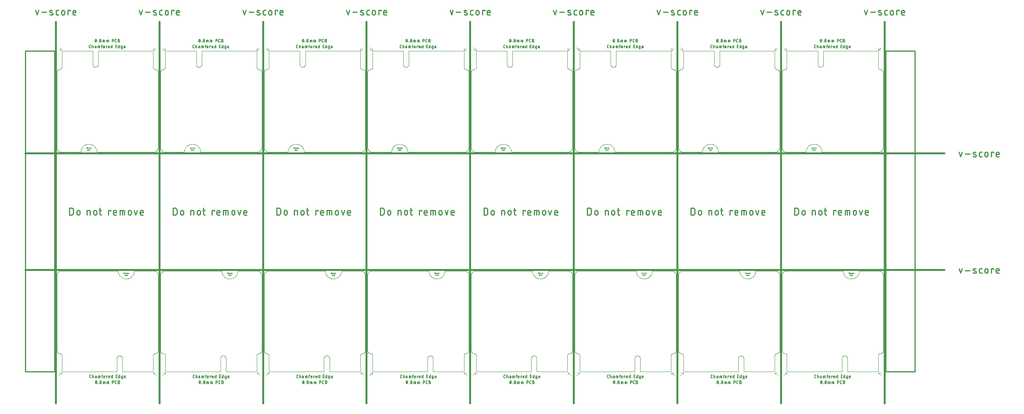
<source format=gko>
G04 EAGLE Gerber RS-274X export*
G75*
%MOMM*%
%FSLAX34Y34*%
%LPD*%
%IN*%
%IPPOS*%
%AMOC8*
5,1,8,0,0,1.08239X$1,22.5*%
G01*
%ADD10C,0.101600*%
%ADD11C,0.050000*%
%ADD12C,0.381000*%
%ADD13C,0.279400*%
%ADD14C,0.254000*%
%ADD15C,0.127000*%
%ADD16C,0.025400*%


D10*
X0Y46000D02*
X0Y210000D01*
X220000Y210000D02*
X220000Y46000D01*
X220000Y210000D02*
X219991Y210248D01*
X219976Y210495D01*
X219955Y210742D01*
X219928Y210988D01*
X219895Y211233D01*
X219856Y211478D01*
X219812Y211722D01*
X219761Y211964D01*
X219705Y212205D01*
X219642Y212445D01*
X219574Y212683D01*
X219501Y212920D01*
X219421Y213154D01*
X219336Y213387D01*
X219246Y213617D01*
X219149Y213846D01*
X219048Y214072D01*
X218941Y214295D01*
X218828Y214516D01*
X218710Y214734D01*
X218587Y214949D01*
X218459Y215160D01*
X218326Y215369D01*
X218188Y215575D01*
X218045Y215777D01*
X217897Y215976D01*
X217744Y216171D01*
X217586Y216362D01*
X217424Y216549D01*
X217258Y216733D01*
X217087Y216912D01*
X216912Y217087D01*
X216733Y217258D01*
X216549Y217424D01*
X216362Y217586D01*
X216171Y217744D01*
X215976Y217897D01*
X215777Y218045D01*
X215575Y218188D01*
X215369Y218326D01*
X215160Y218459D01*
X214949Y218587D01*
X214734Y218710D01*
X214516Y218828D01*
X214295Y218941D01*
X214072Y219048D01*
X213846Y219149D01*
X213617Y219246D01*
X213387Y219336D01*
X213154Y219421D01*
X212920Y219501D01*
X212683Y219574D01*
X212445Y219642D01*
X212205Y219705D01*
X211964Y219761D01*
X211722Y219812D01*
X211478Y219856D01*
X211233Y219895D01*
X210988Y219928D01*
X210742Y219955D01*
X210495Y219976D01*
X210248Y219991D01*
X210000Y220000D01*
X10000Y220000D02*
X9752Y219991D01*
X9505Y219976D01*
X9258Y219955D01*
X9012Y219928D01*
X8767Y219895D01*
X8522Y219856D01*
X8278Y219812D01*
X8036Y219761D01*
X7795Y219705D01*
X7555Y219642D01*
X7317Y219574D01*
X7080Y219501D01*
X6846Y219421D01*
X6613Y219336D01*
X6383Y219246D01*
X6154Y219149D01*
X5928Y219048D01*
X5705Y218941D01*
X5484Y218828D01*
X5266Y218710D01*
X5051Y218587D01*
X4840Y218459D01*
X4631Y218326D01*
X4425Y218188D01*
X4223Y218045D01*
X4024Y217897D01*
X3829Y217744D01*
X3638Y217586D01*
X3451Y217424D01*
X3267Y217258D01*
X3088Y217087D01*
X2913Y216912D01*
X2742Y216733D01*
X2576Y216549D01*
X2414Y216362D01*
X2256Y216171D01*
X2103Y215976D01*
X1955Y215777D01*
X1812Y215575D01*
X1674Y215369D01*
X1541Y215160D01*
X1413Y214949D01*
X1290Y214734D01*
X1172Y214516D01*
X1059Y214295D01*
X952Y214072D01*
X851Y213846D01*
X754Y213617D01*
X664Y213387D01*
X579Y213154D01*
X499Y212920D01*
X426Y212683D01*
X358Y212445D01*
X295Y212205D01*
X239Y211964D01*
X188Y211722D01*
X144Y211478D01*
X105Y211233D01*
X72Y210988D01*
X45Y210742D01*
X24Y210495D01*
X9Y210248D01*
X0Y210000D01*
D11*
X-1Y46000D02*
X6Y45844D01*
X16Y45688D01*
X30Y45533D01*
X48Y45378D01*
X70Y45224D01*
X96Y45070D01*
X126Y44917D01*
X160Y44765D01*
X197Y44614D01*
X238Y44463D01*
X283Y44314D01*
X332Y44166D01*
X385Y44019D01*
X441Y43874D01*
X501Y43730D01*
X564Y43587D01*
X631Y43447D01*
X702Y43308D01*
X776Y43170D01*
X854Y43035D01*
X934Y42902D01*
X1019Y42771D01*
X1106Y42642D01*
X1197Y42515D01*
X1291Y42390D01*
X1388Y42268D01*
X1488Y42149D01*
X1591Y42032D01*
X1697Y41918D01*
X1806Y41806D01*
X1918Y41697D01*
X2032Y41591D01*
X2149Y41488D01*
X2268Y41388D01*
X2390Y41291D01*
X2515Y41197D01*
X2642Y41106D01*
X2771Y41019D01*
X2902Y40934D01*
X3035Y40854D01*
X3170Y40776D01*
X3308Y40702D01*
X3447Y40631D01*
X3587Y40564D01*
X3730Y40501D01*
X3874Y40441D01*
X4019Y40385D01*
X4166Y40332D01*
X4314Y40283D01*
X4463Y40238D01*
X4614Y40197D01*
X4765Y40160D01*
X4917Y40126D01*
X5070Y40096D01*
X5224Y40070D01*
X5378Y40048D01*
X5533Y40030D01*
X5688Y40016D01*
X5844Y40006D01*
X6000Y39999D01*
X214000Y39999D02*
X214156Y40006D01*
X214312Y40016D01*
X214467Y40030D01*
X214622Y40048D01*
X214776Y40070D01*
X214930Y40096D01*
X215083Y40126D01*
X215235Y40160D01*
X215386Y40197D01*
X215537Y40238D01*
X215686Y40283D01*
X215834Y40332D01*
X215981Y40385D01*
X216126Y40441D01*
X216270Y40501D01*
X216413Y40564D01*
X216553Y40631D01*
X216692Y40702D01*
X216830Y40776D01*
X216965Y40854D01*
X217098Y40934D01*
X217229Y41019D01*
X217358Y41106D01*
X217485Y41197D01*
X217610Y41291D01*
X217732Y41388D01*
X217851Y41488D01*
X217968Y41591D01*
X218082Y41697D01*
X218194Y41806D01*
X218303Y41918D01*
X218409Y42032D01*
X218512Y42149D01*
X218612Y42268D01*
X218709Y42390D01*
X218803Y42515D01*
X218894Y42642D01*
X218981Y42771D01*
X219066Y42902D01*
X219146Y43035D01*
X219224Y43170D01*
X219298Y43308D01*
X219369Y43447D01*
X219436Y43587D01*
X219499Y43730D01*
X219559Y43874D01*
X219615Y44019D01*
X219668Y44166D01*
X219717Y44314D01*
X219762Y44463D01*
X219803Y44614D01*
X219840Y44765D01*
X219874Y44917D01*
X219904Y45070D01*
X219930Y45224D01*
X219952Y45378D01*
X219970Y45533D01*
X219984Y45688D01*
X219994Y45844D01*
X220001Y46000D01*
D10*
X209250Y0D02*
X142250Y0D01*
X130250Y0D02*
X10750Y0D01*
X10750Y35000D01*
X209250Y35000D02*
X209250Y0D01*
X209250Y35000D02*
X209254Y35140D01*
X209263Y35280D01*
X209275Y35420D01*
X209291Y35559D01*
X209311Y35698D01*
X209334Y35836D01*
X209362Y35974D01*
X209393Y36110D01*
X209428Y36246D01*
X209467Y36381D01*
X209509Y36515D01*
X209555Y36647D01*
X209605Y36778D01*
X209658Y36908D01*
X209715Y37036D01*
X209775Y37163D01*
X209838Y37288D01*
X209906Y37411D01*
X209976Y37532D01*
X210050Y37651D01*
X210127Y37769D01*
X210207Y37884D01*
X210290Y37996D01*
X210377Y38107D01*
X210466Y38215D01*
X210558Y38320D01*
X210653Y38423D01*
X210751Y38524D01*
X210852Y38621D01*
X210955Y38716D01*
X211061Y38808D01*
X211170Y38897D01*
X211280Y38983D01*
X211393Y39066D01*
X211509Y39146D01*
X211626Y39222D01*
X211746Y39296D01*
X211867Y39366D01*
X211991Y39432D01*
X212116Y39495D01*
X212243Y39555D01*
X212371Y39611D01*
X212501Y39664D01*
X212632Y39713D01*
X212765Y39759D01*
X212899Y39801D01*
X213034Y39839D01*
X213170Y39873D01*
X213306Y39904D01*
X213444Y39931D01*
X213582Y39954D01*
X213721Y39973D01*
X213861Y39989D01*
X214000Y40001D01*
X10750Y35000D02*
X10744Y35142D01*
X10734Y35285D01*
X10720Y35426D01*
X10702Y35568D01*
X10681Y35709D01*
X10655Y35849D01*
X10626Y35988D01*
X10593Y36127D01*
X10556Y36264D01*
X10515Y36401D01*
X10470Y36536D01*
X10422Y36670D01*
X10370Y36803D01*
X10314Y36934D01*
X10255Y37064D01*
X10192Y37192D01*
X10126Y37318D01*
X10056Y37442D01*
X9983Y37564D01*
X9907Y37684D01*
X9827Y37802D01*
X9744Y37918D01*
X9658Y38032D01*
X9569Y38143D01*
X9476Y38251D01*
X9381Y38357D01*
X9283Y38461D01*
X9182Y38561D01*
X9078Y38659D01*
X8972Y38754D01*
X8863Y38846D01*
X8752Y38934D01*
X8638Y39020D01*
X8522Y39103D01*
X8403Y39182D01*
X8283Y39258D01*
X8160Y39331D01*
X8036Y39400D01*
X7909Y39466D01*
X7781Y39528D01*
X7651Y39587D01*
X7520Y39642D01*
X7387Y39693D01*
X7253Y39741D01*
X7117Y39785D01*
X6981Y39825D01*
X6843Y39862D01*
X6704Y39894D01*
X6565Y39923D01*
X6424Y39948D01*
X6284Y39969D01*
X6142Y39986D01*
X6000Y40000D01*
X142250Y29000D02*
X142250Y0D01*
X130250Y0D02*
X130250Y29000D01*
X130252Y29153D01*
X130258Y29306D01*
X130268Y29459D01*
X130281Y29612D01*
X130299Y29764D01*
X130320Y29916D01*
X130346Y30067D01*
X130375Y30217D01*
X130408Y30367D01*
X130445Y30516D01*
X130485Y30664D01*
X130530Y30810D01*
X130578Y30956D01*
X130630Y31100D01*
X130685Y31243D01*
X130744Y31384D01*
X130807Y31524D01*
X130873Y31662D01*
X130943Y31799D01*
X131016Y31933D01*
X131093Y32066D01*
X131173Y32197D01*
X131256Y32325D01*
X131342Y32452D01*
X131432Y32576D01*
X131525Y32698D01*
X131621Y32817D01*
X131720Y32934D01*
X131822Y33049D01*
X131927Y33161D01*
X132035Y33270D01*
X132145Y33376D01*
X132258Y33479D01*
X132374Y33580D01*
X132492Y33677D01*
X132613Y33772D01*
X132736Y33863D01*
X132861Y33951D01*
X132989Y34036D01*
X133118Y34118D01*
X133250Y34196D01*
X133384Y34271D01*
X133519Y34343D01*
X133657Y34411D01*
X133796Y34475D01*
X133936Y34536D01*
X134078Y34593D01*
X134222Y34647D01*
X134367Y34697D01*
X134513Y34743D01*
X134660Y34786D01*
X134808Y34824D01*
X134958Y34859D01*
X135108Y34890D01*
X135258Y34918D01*
X135410Y34941D01*
X135562Y34960D01*
X135714Y34976D01*
X135867Y34988D01*
X136020Y34996D01*
X136173Y35000D01*
X136327Y35000D01*
X136480Y34996D01*
X136633Y34988D01*
X136786Y34976D01*
X136938Y34960D01*
X137090Y34941D01*
X137242Y34918D01*
X137392Y34890D01*
X137542Y34859D01*
X137692Y34824D01*
X137840Y34786D01*
X137987Y34743D01*
X138133Y34697D01*
X138278Y34647D01*
X138422Y34593D01*
X138564Y34536D01*
X138704Y34475D01*
X138843Y34411D01*
X138981Y34343D01*
X139116Y34271D01*
X139250Y34196D01*
X139382Y34118D01*
X139511Y34036D01*
X139639Y33951D01*
X139764Y33863D01*
X139887Y33772D01*
X140008Y33677D01*
X140126Y33580D01*
X140242Y33479D01*
X140355Y33376D01*
X140465Y33270D01*
X140573Y33161D01*
X140678Y33049D01*
X140780Y32934D01*
X140879Y32817D01*
X140975Y32698D01*
X141068Y32576D01*
X141158Y32452D01*
X141244Y32325D01*
X141327Y32197D01*
X141407Y32066D01*
X141484Y31933D01*
X141557Y31799D01*
X141627Y31662D01*
X141693Y31524D01*
X141756Y31384D01*
X141815Y31243D01*
X141870Y31100D01*
X141922Y30956D01*
X141970Y30810D01*
X142015Y30664D01*
X142055Y30516D01*
X142092Y30367D01*
X142125Y30217D01*
X142154Y30067D01*
X142180Y29916D01*
X142201Y29764D01*
X142219Y29612D01*
X142232Y29459D01*
X142242Y29306D01*
X142248Y29153D01*
X142250Y29000D01*
X214000Y39999D02*
X214156Y40006D01*
X214312Y40016D01*
X214467Y40030D01*
X214622Y40048D01*
X214776Y40070D01*
X214930Y40096D01*
X215083Y40126D01*
X215235Y40160D01*
X215386Y40197D01*
X215537Y40238D01*
X215686Y40283D01*
X215834Y40332D01*
X215981Y40385D01*
X216126Y40441D01*
X216270Y40501D01*
X216413Y40564D01*
X216553Y40631D01*
X216692Y40702D01*
X216830Y40776D01*
X216965Y40854D01*
X217098Y40934D01*
X217229Y41019D01*
X217358Y41106D01*
X217485Y41197D01*
X217610Y41291D01*
X217732Y41388D01*
X217851Y41488D01*
X217968Y41591D01*
X218082Y41697D01*
X218194Y41806D01*
X218303Y41918D01*
X218409Y42032D01*
X218512Y42149D01*
X218612Y42268D01*
X218709Y42390D01*
X218803Y42515D01*
X218894Y42642D01*
X218981Y42771D01*
X219066Y42902D01*
X219146Y43035D01*
X219224Y43170D01*
X219298Y43308D01*
X219369Y43447D01*
X219436Y43587D01*
X219499Y43730D01*
X219559Y43874D01*
X219615Y44019D01*
X219668Y44166D01*
X219717Y44314D01*
X219762Y44463D01*
X219803Y44614D01*
X219840Y44765D01*
X219874Y44917D01*
X219904Y45070D01*
X219930Y45224D01*
X219952Y45378D01*
X219970Y45533D01*
X219984Y45688D01*
X219994Y45844D01*
X220001Y46000D01*
X6000Y39999D02*
X5844Y40006D01*
X5688Y40016D01*
X5533Y40030D01*
X5378Y40048D01*
X5224Y40070D01*
X5070Y40096D01*
X4917Y40126D01*
X4765Y40160D01*
X4614Y40197D01*
X4463Y40238D01*
X4314Y40283D01*
X4166Y40332D01*
X4019Y40385D01*
X3874Y40441D01*
X3730Y40501D01*
X3587Y40564D01*
X3447Y40631D01*
X3308Y40702D01*
X3170Y40776D01*
X3035Y40854D01*
X2902Y40934D01*
X2771Y41019D01*
X2642Y41106D01*
X2515Y41197D01*
X2390Y41291D01*
X2268Y41388D01*
X2149Y41488D01*
X2032Y41591D01*
X1918Y41697D01*
X1806Y41806D01*
X1697Y41918D01*
X1591Y42032D01*
X1488Y42149D01*
X1388Y42268D01*
X1291Y42390D01*
X1197Y42515D01*
X1106Y42642D01*
X1019Y42771D01*
X934Y42902D01*
X854Y43035D01*
X776Y43170D01*
X702Y43308D01*
X631Y43447D01*
X564Y43587D01*
X501Y43730D01*
X441Y43874D01*
X385Y44019D01*
X332Y44166D01*
X283Y44314D01*
X238Y44463D01*
X197Y44614D01*
X160Y44765D01*
X126Y44917D01*
X96Y45070D01*
X70Y45224D01*
X48Y45378D01*
X30Y45533D01*
X16Y45688D01*
X6Y45844D01*
X-1Y46000D01*
X10000Y220000D02*
X133000Y220000D01*
X168000Y220000D02*
X210000Y220000D01*
X150500Y202500D02*
X150077Y202505D01*
X149655Y202520D01*
X149232Y202546D01*
X148811Y202582D01*
X148391Y202628D01*
X147971Y202684D01*
X147554Y202750D01*
X147138Y202826D01*
X146724Y202912D01*
X146312Y203009D01*
X145903Y203115D01*
X145496Y203231D01*
X145092Y203357D01*
X144692Y203492D01*
X144294Y203637D01*
X143901Y203792D01*
X143511Y203956D01*
X143125Y204130D01*
X142744Y204313D01*
X142367Y204505D01*
X141995Y204706D01*
X141628Y204916D01*
X141266Y205134D01*
X140910Y205362D01*
X140559Y205598D01*
X140214Y205842D01*
X139875Y206095D01*
X139542Y206356D01*
X139215Y206624D01*
X138895Y206901D01*
X138582Y207185D01*
X138276Y207477D01*
X137977Y207776D01*
X137685Y208082D01*
X137401Y208395D01*
X137124Y208715D01*
X136856Y209042D01*
X136595Y209375D01*
X136342Y209714D01*
X136098Y210059D01*
X135862Y210410D01*
X135634Y210766D01*
X135416Y211128D01*
X135206Y211495D01*
X135005Y211867D01*
X134813Y212244D01*
X134630Y212625D01*
X134456Y213011D01*
X134292Y213401D01*
X134137Y213794D01*
X133992Y214192D01*
X133857Y214592D01*
X133731Y214996D01*
X133615Y215403D01*
X133509Y215812D01*
X133412Y216224D01*
X133326Y216638D01*
X133250Y217054D01*
X133184Y217471D01*
X133128Y217891D01*
X133082Y218311D01*
X133046Y218732D01*
X133020Y219155D01*
X133005Y219577D01*
X133000Y220000D01*
X150500Y202500D02*
X150923Y202505D01*
X151345Y202520D01*
X151768Y202546D01*
X152189Y202582D01*
X152609Y202628D01*
X153029Y202684D01*
X153446Y202750D01*
X153862Y202826D01*
X154276Y202912D01*
X154688Y203009D01*
X155097Y203115D01*
X155504Y203231D01*
X155908Y203357D01*
X156308Y203492D01*
X156706Y203637D01*
X157099Y203792D01*
X157489Y203956D01*
X157875Y204130D01*
X158256Y204313D01*
X158633Y204505D01*
X159005Y204706D01*
X159372Y204916D01*
X159734Y205134D01*
X160090Y205362D01*
X160441Y205598D01*
X160786Y205842D01*
X161125Y206095D01*
X161458Y206356D01*
X161785Y206624D01*
X162105Y206901D01*
X162418Y207185D01*
X162724Y207477D01*
X163023Y207776D01*
X163315Y208082D01*
X163599Y208395D01*
X163876Y208715D01*
X164144Y209042D01*
X164405Y209375D01*
X164658Y209714D01*
X164902Y210059D01*
X165138Y210410D01*
X165366Y210766D01*
X165584Y211128D01*
X165794Y211495D01*
X165995Y211867D01*
X166187Y212244D01*
X166370Y212625D01*
X166544Y213011D01*
X166708Y213401D01*
X166863Y213794D01*
X167008Y214192D01*
X167143Y214592D01*
X167269Y214996D01*
X167385Y215403D01*
X167491Y215812D01*
X167588Y216224D01*
X167674Y216638D01*
X167750Y217054D01*
X167816Y217471D01*
X167872Y217891D01*
X167918Y218311D01*
X167954Y218732D01*
X167980Y219155D01*
X167995Y219577D01*
X168000Y220000D01*
X225069Y210000D02*
X225069Y46000D01*
X445069Y46000D02*
X445069Y210000D01*
X445060Y210248D01*
X445045Y210495D01*
X445024Y210742D01*
X444997Y210988D01*
X444964Y211233D01*
X444925Y211478D01*
X444881Y211722D01*
X444830Y211964D01*
X444774Y212205D01*
X444711Y212445D01*
X444643Y212683D01*
X444570Y212920D01*
X444490Y213154D01*
X444405Y213387D01*
X444315Y213617D01*
X444218Y213846D01*
X444117Y214072D01*
X444010Y214295D01*
X443897Y214516D01*
X443779Y214734D01*
X443656Y214949D01*
X443528Y215160D01*
X443395Y215369D01*
X443257Y215575D01*
X443114Y215777D01*
X442966Y215976D01*
X442813Y216171D01*
X442655Y216362D01*
X442493Y216549D01*
X442327Y216733D01*
X442156Y216912D01*
X441981Y217087D01*
X441802Y217258D01*
X441618Y217424D01*
X441431Y217586D01*
X441240Y217744D01*
X441045Y217897D01*
X440846Y218045D01*
X440644Y218188D01*
X440438Y218326D01*
X440229Y218459D01*
X440018Y218587D01*
X439803Y218710D01*
X439585Y218828D01*
X439364Y218941D01*
X439141Y219048D01*
X438915Y219149D01*
X438686Y219246D01*
X438456Y219336D01*
X438223Y219421D01*
X437989Y219501D01*
X437752Y219574D01*
X437514Y219642D01*
X437274Y219705D01*
X437033Y219761D01*
X436791Y219812D01*
X436547Y219856D01*
X436302Y219895D01*
X436057Y219928D01*
X435811Y219955D01*
X435564Y219976D01*
X435317Y219991D01*
X435069Y220000D01*
X235069Y220000D02*
X234821Y219991D01*
X234574Y219976D01*
X234327Y219955D01*
X234081Y219928D01*
X233836Y219895D01*
X233591Y219856D01*
X233347Y219812D01*
X233105Y219761D01*
X232864Y219705D01*
X232624Y219642D01*
X232386Y219574D01*
X232149Y219501D01*
X231915Y219421D01*
X231682Y219336D01*
X231452Y219246D01*
X231223Y219149D01*
X230997Y219048D01*
X230774Y218941D01*
X230553Y218828D01*
X230335Y218710D01*
X230120Y218587D01*
X229909Y218459D01*
X229700Y218326D01*
X229494Y218188D01*
X229292Y218045D01*
X229093Y217897D01*
X228898Y217744D01*
X228707Y217586D01*
X228520Y217424D01*
X228336Y217258D01*
X228157Y217087D01*
X227982Y216912D01*
X227811Y216733D01*
X227645Y216549D01*
X227483Y216362D01*
X227325Y216171D01*
X227172Y215976D01*
X227024Y215777D01*
X226881Y215575D01*
X226743Y215369D01*
X226610Y215160D01*
X226482Y214949D01*
X226359Y214734D01*
X226241Y214516D01*
X226128Y214295D01*
X226021Y214072D01*
X225920Y213846D01*
X225823Y213617D01*
X225733Y213387D01*
X225648Y213154D01*
X225568Y212920D01*
X225495Y212683D01*
X225427Y212445D01*
X225364Y212205D01*
X225308Y211964D01*
X225257Y211722D01*
X225213Y211478D01*
X225174Y211233D01*
X225141Y210988D01*
X225114Y210742D01*
X225093Y210495D01*
X225078Y210248D01*
X225069Y210000D01*
D11*
X225069Y46000D02*
X225076Y45844D01*
X225086Y45688D01*
X225100Y45533D01*
X225118Y45378D01*
X225140Y45224D01*
X225166Y45070D01*
X225196Y44917D01*
X225230Y44765D01*
X225267Y44614D01*
X225308Y44463D01*
X225353Y44314D01*
X225402Y44166D01*
X225455Y44019D01*
X225511Y43874D01*
X225571Y43730D01*
X225634Y43587D01*
X225701Y43447D01*
X225772Y43308D01*
X225846Y43170D01*
X225924Y43035D01*
X226004Y42902D01*
X226089Y42771D01*
X226176Y42642D01*
X226267Y42515D01*
X226361Y42390D01*
X226458Y42268D01*
X226558Y42149D01*
X226661Y42032D01*
X226767Y41918D01*
X226876Y41806D01*
X226988Y41697D01*
X227102Y41591D01*
X227219Y41488D01*
X227338Y41388D01*
X227460Y41291D01*
X227585Y41197D01*
X227712Y41106D01*
X227841Y41019D01*
X227972Y40934D01*
X228105Y40854D01*
X228240Y40776D01*
X228378Y40702D01*
X228517Y40631D01*
X228657Y40564D01*
X228800Y40501D01*
X228944Y40441D01*
X229089Y40385D01*
X229236Y40332D01*
X229384Y40283D01*
X229533Y40238D01*
X229684Y40197D01*
X229835Y40160D01*
X229987Y40126D01*
X230140Y40096D01*
X230294Y40070D01*
X230448Y40048D01*
X230603Y40030D01*
X230758Y40016D01*
X230914Y40006D01*
X231070Y39999D01*
X439069Y39999D02*
X439225Y40006D01*
X439381Y40016D01*
X439536Y40030D01*
X439691Y40048D01*
X439845Y40070D01*
X439999Y40096D01*
X440152Y40126D01*
X440304Y40160D01*
X440455Y40197D01*
X440606Y40238D01*
X440755Y40283D01*
X440903Y40332D01*
X441050Y40385D01*
X441195Y40441D01*
X441339Y40501D01*
X441482Y40564D01*
X441622Y40631D01*
X441761Y40702D01*
X441899Y40776D01*
X442034Y40854D01*
X442167Y40934D01*
X442298Y41019D01*
X442427Y41106D01*
X442554Y41197D01*
X442679Y41291D01*
X442801Y41388D01*
X442920Y41488D01*
X443037Y41591D01*
X443151Y41697D01*
X443263Y41806D01*
X443372Y41918D01*
X443478Y42032D01*
X443581Y42149D01*
X443681Y42268D01*
X443778Y42390D01*
X443872Y42515D01*
X443963Y42642D01*
X444050Y42771D01*
X444135Y42902D01*
X444215Y43035D01*
X444293Y43170D01*
X444367Y43308D01*
X444438Y43447D01*
X444505Y43587D01*
X444568Y43730D01*
X444628Y43874D01*
X444684Y44019D01*
X444737Y44166D01*
X444786Y44314D01*
X444831Y44463D01*
X444872Y44614D01*
X444909Y44765D01*
X444943Y44917D01*
X444973Y45070D01*
X444999Y45224D01*
X445021Y45378D01*
X445039Y45533D01*
X445053Y45688D01*
X445063Y45844D01*
X445070Y46000D01*
D10*
X434319Y0D02*
X367319Y0D01*
X355319Y0D02*
X235819Y0D01*
X235819Y35000D01*
X434319Y35000D02*
X434319Y0D01*
X434319Y35000D02*
X434323Y35140D01*
X434332Y35280D01*
X434344Y35420D01*
X434360Y35559D01*
X434380Y35698D01*
X434403Y35836D01*
X434431Y35974D01*
X434462Y36110D01*
X434497Y36246D01*
X434536Y36381D01*
X434578Y36515D01*
X434624Y36647D01*
X434674Y36778D01*
X434727Y36908D01*
X434784Y37036D01*
X434844Y37163D01*
X434907Y37288D01*
X434975Y37411D01*
X435045Y37532D01*
X435119Y37651D01*
X435196Y37769D01*
X435276Y37884D01*
X435359Y37996D01*
X435446Y38107D01*
X435535Y38215D01*
X435627Y38320D01*
X435722Y38423D01*
X435820Y38524D01*
X435921Y38621D01*
X436024Y38716D01*
X436130Y38808D01*
X436239Y38897D01*
X436349Y38983D01*
X436462Y39066D01*
X436578Y39146D01*
X436695Y39222D01*
X436815Y39296D01*
X436936Y39366D01*
X437060Y39432D01*
X437185Y39495D01*
X437312Y39555D01*
X437440Y39611D01*
X437570Y39664D01*
X437701Y39713D01*
X437834Y39759D01*
X437968Y39801D01*
X438103Y39839D01*
X438239Y39873D01*
X438375Y39904D01*
X438513Y39931D01*
X438651Y39954D01*
X438790Y39973D01*
X438930Y39989D01*
X439069Y40001D01*
X235819Y35000D02*
X235813Y35142D01*
X235803Y35285D01*
X235789Y35426D01*
X235771Y35568D01*
X235750Y35709D01*
X235724Y35849D01*
X235695Y35988D01*
X235662Y36127D01*
X235625Y36264D01*
X235584Y36401D01*
X235539Y36536D01*
X235491Y36670D01*
X235439Y36803D01*
X235383Y36934D01*
X235324Y37064D01*
X235261Y37192D01*
X235195Y37318D01*
X235125Y37442D01*
X235052Y37564D01*
X234976Y37684D01*
X234896Y37802D01*
X234813Y37918D01*
X234727Y38032D01*
X234638Y38143D01*
X234545Y38251D01*
X234450Y38357D01*
X234352Y38461D01*
X234251Y38561D01*
X234147Y38659D01*
X234041Y38754D01*
X233932Y38846D01*
X233821Y38934D01*
X233707Y39020D01*
X233591Y39103D01*
X233472Y39182D01*
X233352Y39258D01*
X233229Y39331D01*
X233105Y39400D01*
X232978Y39466D01*
X232850Y39528D01*
X232720Y39587D01*
X232589Y39642D01*
X232456Y39693D01*
X232322Y39741D01*
X232186Y39785D01*
X232050Y39825D01*
X231912Y39862D01*
X231773Y39894D01*
X231634Y39923D01*
X231493Y39948D01*
X231353Y39969D01*
X231211Y39986D01*
X231069Y40000D01*
X367319Y29000D02*
X367319Y0D01*
X355319Y0D02*
X355319Y29000D01*
X355321Y29153D01*
X355327Y29306D01*
X355337Y29459D01*
X355350Y29612D01*
X355368Y29764D01*
X355389Y29916D01*
X355415Y30067D01*
X355444Y30217D01*
X355477Y30367D01*
X355514Y30516D01*
X355554Y30664D01*
X355599Y30810D01*
X355647Y30956D01*
X355699Y31100D01*
X355754Y31243D01*
X355813Y31384D01*
X355876Y31524D01*
X355942Y31662D01*
X356012Y31799D01*
X356085Y31933D01*
X356162Y32066D01*
X356242Y32197D01*
X356325Y32325D01*
X356411Y32452D01*
X356501Y32576D01*
X356594Y32698D01*
X356690Y32817D01*
X356789Y32934D01*
X356891Y33049D01*
X356996Y33161D01*
X357104Y33270D01*
X357214Y33376D01*
X357327Y33479D01*
X357443Y33580D01*
X357561Y33677D01*
X357682Y33772D01*
X357805Y33863D01*
X357930Y33951D01*
X358058Y34036D01*
X358187Y34118D01*
X358319Y34196D01*
X358453Y34271D01*
X358588Y34343D01*
X358726Y34411D01*
X358865Y34475D01*
X359005Y34536D01*
X359147Y34593D01*
X359291Y34647D01*
X359436Y34697D01*
X359582Y34743D01*
X359729Y34786D01*
X359877Y34824D01*
X360027Y34859D01*
X360177Y34890D01*
X360327Y34918D01*
X360479Y34941D01*
X360631Y34960D01*
X360783Y34976D01*
X360936Y34988D01*
X361089Y34996D01*
X361242Y35000D01*
X361396Y35000D01*
X361549Y34996D01*
X361702Y34988D01*
X361855Y34976D01*
X362007Y34960D01*
X362159Y34941D01*
X362311Y34918D01*
X362461Y34890D01*
X362611Y34859D01*
X362761Y34824D01*
X362909Y34786D01*
X363056Y34743D01*
X363202Y34697D01*
X363347Y34647D01*
X363491Y34593D01*
X363633Y34536D01*
X363773Y34475D01*
X363912Y34411D01*
X364050Y34343D01*
X364185Y34271D01*
X364319Y34196D01*
X364451Y34118D01*
X364580Y34036D01*
X364708Y33951D01*
X364833Y33863D01*
X364956Y33772D01*
X365077Y33677D01*
X365195Y33580D01*
X365311Y33479D01*
X365424Y33376D01*
X365534Y33270D01*
X365642Y33161D01*
X365747Y33049D01*
X365849Y32934D01*
X365948Y32817D01*
X366044Y32698D01*
X366137Y32576D01*
X366227Y32452D01*
X366313Y32325D01*
X366396Y32197D01*
X366476Y32066D01*
X366553Y31933D01*
X366626Y31799D01*
X366696Y31662D01*
X366762Y31524D01*
X366825Y31384D01*
X366884Y31243D01*
X366939Y31100D01*
X366991Y30956D01*
X367039Y30810D01*
X367084Y30664D01*
X367124Y30516D01*
X367161Y30367D01*
X367194Y30217D01*
X367223Y30067D01*
X367249Y29916D01*
X367270Y29764D01*
X367288Y29612D01*
X367301Y29459D01*
X367311Y29306D01*
X367317Y29153D01*
X367319Y29000D01*
X439069Y39999D02*
X439225Y40006D01*
X439381Y40016D01*
X439536Y40030D01*
X439691Y40048D01*
X439845Y40070D01*
X439999Y40096D01*
X440152Y40126D01*
X440304Y40160D01*
X440455Y40197D01*
X440606Y40238D01*
X440755Y40283D01*
X440903Y40332D01*
X441050Y40385D01*
X441195Y40441D01*
X441339Y40501D01*
X441482Y40564D01*
X441622Y40631D01*
X441761Y40702D01*
X441899Y40776D01*
X442034Y40854D01*
X442167Y40934D01*
X442298Y41019D01*
X442427Y41106D01*
X442554Y41197D01*
X442679Y41291D01*
X442801Y41388D01*
X442920Y41488D01*
X443037Y41591D01*
X443151Y41697D01*
X443263Y41806D01*
X443372Y41918D01*
X443478Y42032D01*
X443581Y42149D01*
X443681Y42268D01*
X443778Y42390D01*
X443872Y42515D01*
X443963Y42642D01*
X444050Y42771D01*
X444135Y42902D01*
X444215Y43035D01*
X444293Y43170D01*
X444367Y43308D01*
X444438Y43447D01*
X444505Y43587D01*
X444568Y43730D01*
X444628Y43874D01*
X444684Y44019D01*
X444737Y44166D01*
X444786Y44314D01*
X444831Y44463D01*
X444872Y44614D01*
X444909Y44765D01*
X444943Y44917D01*
X444973Y45070D01*
X444999Y45224D01*
X445021Y45378D01*
X445039Y45533D01*
X445053Y45688D01*
X445063Y45844D01*
X445070Y46000D01*
X231070Y39999D02*
X230914Y40006D01*
X230758Y40016D01*
X230603Y40030D01*
X230448Y40048D01*
X230294Y40070D01*
X230140Y40096D01*
X229987Y40126D01*
X229835Y40160D01*
X229684Y40197D01*
X229533Y40238D01*
X229384Y40283D01*
X229236Y40332D01*
X229089Y40385D01*
X228944Y40441D01*
X228800Y40501D01*
X228657Y40564D01*
X228517Y40631D01*
X228378Y40702D01*
X228240Y40776D01*
X228105Y40854D01*
X227972Y40934D01*
X227841Y41019D01*
X227712Y41106D01*
X227585Y41197D01*
X227460Y41291D01*
X227338Y41388D01*
X227219Y41488D01*
X227102Y41591D01*
X226988Y41697D01*
X226876Y41806D01*
X226767Y41918D01*
X226661Y42032D01*
X226558Y42149D01*
X226458Y42268D01*
X226361Y42390D01*
X226267Y42515D01*
X226176Y42642D01*
X226089Y42771D01*
X226004Y42902D01*
X225924Y43035D01*
X225846Y43170D01*
X225772Y43308D01*
X225701Y43447D01*
X225634Y43587D01*
X225571Y43730D01*
X225511Y43874D01*
X225455Y44019D01*
X225402Y44166D01*
X225353Y44314D01*
X225308Y44463D01*
X225267Y44614D01*
X225230Y44765D01*
X225196Y44917D01*
X225166Y45070D01*
X225140Y45224D01*
X225118Y45378D01*
X225100Y45533D01*
X225086Y45688D01*
X225076Y45844D01*
X225069Y46000D01*
X235069Y220000D02*
X358069Y220000D01*
X393069Y220000D02*
X435069Y220000D01*
X375569Y202500D02*
X375146Y202505D01*
X374724Y202520D01*
X374301Y202546D01*
X373880Y202582D01*
X373460Y202628D01*
X373040Y202684D01*
X372623Y202750D01*
X372207Y202826D01*
X371793Y202912D01*
X371381Y203009D01*
X370972Y203115D01*
X370565Y203231D01*
X370161Y203357D01*
X369761Y203492D01*
X369363Y203637D01*
X368970Y203792D01*
X368580Y203956D01*
X368194Y204130D01*
X367813Y204313D01*
X367436Y204505D01*
X367064Y204706D01*
X366697Y204916D01*
X366335Y205134D01*
X365979Y205362D01*
X365628Y205598D01*
X365283Y205842D01*
X364944Y206095D01*
X364611Y206356D01*
X364284Y206624D01*
X363964Y206901D01*
X363651Y207185D01*
X363345Y207477D01*
X363046Y207776D01*
X362754Y208082D01*
X362470Y208395D01*
X362193Y208715D01*
X361925Y209042D01*
X361664Y209375D01*
X361411Y209714D01*
X361167Y210059D01*
X360931Y210410D01*
X360703Y210766D01*
X360485Y211128D01*
X360275Y211495D01*
X360074Y211867D01*
X359882Y212244D01*
X359699Y212625D01*
X359525Y213011D01*
X359361Y213401D01*
X359206Y213794D01*
X359061Y214192D01*
X358926Y214592D01*
X358800Y214996D01*
X358684Y215403D01*
X358578Y215812D01*
X358481Y216224D01*
X358395Y216638D01*
X358319Y217054D01*
X358253Y217471D01*
X358197Y217891D01*
X358151Y218311D01*
X358115Y218732D01*
X358089Y219155D01*
X358074Y219577D01*
X358069Y220000D01*
X375569Y202500D02*
X375992Y202505D01*
X376414Y202520D01*
X376837Y202546D01*
X377258Y202582D01*
X377678Y202628D01*
X378098Y202684D01*
X378515Y202750D01*
X378931Y202826D01*
X379345Y202912D01*
X379757Y203009D01*
X380166Y203115D01*
X380573Y203231D01*
X380977Y203357D01*
X381377Y203492D01*
X381775Y203637D01*
X382168Y203792D01*
X382558Y203956D01*
X382944Y204130D01*
X383325Y204313D01*
X383702Y204505D01*
X384074Y204706D01*
X384441Y204916D01*
X384803Y205134D01*
X385159Y205362D01*
X385510Y205598D01*
X385855Y205842D01*
X386194Y206095D01*
X386527Y206356D01*
X386854Y206624D01*
X387174Y206901D01*
X387487Y207185D01*
X387793Y207477D01*
X388092Y207776D01*
X388384Y208082D01*
X388668Y208395D01*
X388945Y208715D01*
X389213Y209042D01*
X389474Y209375D01*
X389727Y209714D01*
X389971Y210059D01*
X390207Y210410D01*
X390435Y210766D01*
X390653Y211128D01*
X390863Y211495D01*
X391064Y211867D01*
X391256Y212244D01*
X391439Y212625D01*
X391613Y213011D01*
X391777Y213401D01*
X391932Y213794D01*
X392077Y214192D01*
X392212Y214592D01*
X392338Y214996D01*
X392454Y215403D01*
X392560Y215812D01*
X392657Y216224D01*
X392743Y216638D01*
X392819Y217054D01*
X392885Y217471D01*
X392941Y217891D01*
X392987Y218311D01*
X393023Y218732D01*
X393049Y219155D01*
X393064Y219577D01*
X393069Y220000D01*
X450164Y210000D02*
X450164Y46000D01*
X670164Y46000D02*
X670164Y210000D01*
X670155Y210248D01*
X670140Y210495D01*
X670119Y210742D01*
X670092Y210988D01*
X670059Y211233D01*
X670020Y211478D01*
X669976Y211722D01*
X669925Y211964D01*
X669869Y212205D01*
X669806Y212445D01*
X669738Y212683D01*
X669665Y212920D01*
X669585Y213154D01*
X669500Y213387D01*
X669410Y213617D01*
X669313Y213846D01*
X669212Y214072D01*
X669105Y214295D01*
X668992Y214516D01*
X668874Y214734D01*
X668751Y214949D01*
X668623Y215160D01*
X668490Y215369D01*
X668352Y215575D01*
X668209Y215777D01*
X668061Y215976D01*
X667908Y216171D01*
X667750Y216362D01*
X667588Y216549D01*
X667422Y216733D01*
X667251Y216912D01*
X667076Y217087D01*
X666897Y217258D01*
X666713Y217424D01*
X666526Y217586D01*
X666335Y217744D01*
X666140Y217897D01*
X665941Y218045D01*
X665739Y218188D01*
X665533Y218326D01*
X665324Y218459D01*
X665113Y218587D01*
X664898Y218710D01*
X664680Y218828D01*
X664459Y218941D01*
X664236Y219048D01*
X664010Y219149D01*
X663781Y219246D01*
X663551Y219336D01*
X663318Y219421D01*
X663084Y219501D01*
X662847Y219574D01*
X662609Y219642D01*
X662369Y219705D01*
X662128Y219761D01*
X661886Y219812D01*
X661642Y219856D01*
X661397Y219895D01*
X661152Y219928D01*
X660906Y219955D01*
X660659Y219976D01*
X660412Y219991D01*
X660164Y220000D01*
X460164Y220000D02*
X459916Y219991D01*
X459669Y219976D01*
X459422Y219955D01*
X459176Y219928D01*
X458931Y219895D01*
X458686Y219856D01*
X458442Y219812D01*
X458200Y219761D01*
X457959Y219705D01*
X457719Y219642D01*
X457481Y219574D01*
X457244Y219501D01*
X457010Y219421D01*
X456777Y219336D01*
X456547Y219246D01*
X456318Y219149D01*
X456092Y219048D01*
X455869Y218941D01*
X455648Y218828D01*
X455430Y218710D01*
X455215Y218587D01*
X455004Y218459D01*
X454795Y218326D01*
X454589Y218188D01*
X454387Y218045D01*
X454188Y217897D01*
X453993Y217744D01*
X453802Y217586D01*
X453615Y217424D01*
X453431Y217258D01*
X453252Y217087D01*
X453077Y216912D01*
X452906Y216733D01*
X452740Y216549D01*
X452578Y216362D01*
X452420Y216171D01*
X452267Y215976D01*
X452119Y215777D01*
X451976Y215575D01*
X451838Y215369D01*
X451705Y215160D01*
X451577Y214949D01*
X451454Y214734D01*
X451336Y214516D01*
X451223Y214295D01*
X451116Y214072D01*
X451015Y213846D01*
X450918Y213617D01*
X450828Y213387D01*
X450743Y213154D01*
X450663Y212920D01*
X450590Y212683D01*
X450522Y212445D01*
X450459Y212205D01*
X450403Y211964D01*
X450352Y211722D01*
X450308Y211478D01*
X450269Y211233D01*
X450236Y210988D01*
X450209Y210742D01*
X450188Y210495D01*
X450173Y210248D01*
X450164Y210000D01*
D11*
X450163Y46000D02*
X450170Y45844D01*
X450180Y45688D01*
X450194Y45533D01*
X450212Y45378D01*
X450234Y45224D01*
X450260Y45070D01*
X450290Y44917D01*
X450324Y44765D01*
X450361Y44614D01*
X450402Y44463D01*
X450447Y44314D01*
X450496Y44166D01*
X450549Y44019D01*
X450605Y43874D01*
X450665Y43730D01*
X450728Y43587D01*
X450795Y43447D01*
X450866Y43308D01*
X450940Y43170D01*
X451018Y43035D01*
X451098Y42902D01*
X451183Y42771D01*
X451270Y42642D01*
X451361Y42515D01*
X451455Y42390D01*
X451552Y42268D01*
X451652Y42149D01*
X451755Y42032D01*
X451861Y41918D01*
X451970Y41806D01*
X452082Y41697D01*
X452196Y41591D01*
X452313Y41488D01*
X452432Y41388D01*
X452554Y41291D01*
X452679Y41197D01*
X452806Y41106D01*
X452935Y41019D01*
X453066Y40934D01*
X453199Y40854D01*
X453334Y40776D01*
X453472Y40702D01*
X453611Y40631D01*
X453751Y40564D01*
X453894Y40501D01*
X454038Y40441D01*
X454183Y40385D01*
X454330Y40332D01*
X454478Y40283D01*
X454627Y40238D01*
X454778Y40197D01*
X454929Y40160D01*
X455081Y40126D01*
X455234Y40096D01*
X455388Y40070D01*
X455542Y40048D01*
X455697Y40030D01*
X455852Y40016D01*
X456008Y40006D01*
X456164Y39999D01*
X664164Y39999D02*
X664320Y40006D01*
X664476Y40016D01*
X664631Y40030D01*
X664786Y40048D01*
X664940Y40070D01*
X665094Y40096D01*
X665247Y40126D01*
X665399Y40160D01*
X665550Y40197D01*
X665701Y40238D01*
X665850Y40283D01*
X665998Y40332D01*
X666145Y40385D01*
X666290Y40441D01*
X666434Y40501D01*
X666577Y40564D01*
X666717Y40631D01*
X666856Y40702D01*
X666994Y40776D01*
X667129Y40854D01*
X667262Y40934D01*
X667393Y41019D01*
X667522Y41106D01*
X667649Y41197D01*
X667774Y41291D01*
X667896Y41388D01*
X668015Y41488D01*
X668132Y41591D01*
X668246Y41697D01*
X668358Y41806D01*
X668467Y41918D01*
X668573Y42032D01*
X668676Y42149D01*
X668776Y42268D01*
X668873Y42390D01*
X668967Y42515D01*
X669058Y42642D01*
X669145Y42771D01*
X669230Y42902D01*
X669310Y43035D01*
X669388Y43170D01*
X669462Y43308D01*
X669533Y43447D01*
X669600Y43587D01*
X669663Y43730D01*
X669723Y43874D01*
X669779Y44019D01*
X669832Y44166D01*
X669881Y44314D01*
X669926Y44463D01*
X669967Y44614D01*
X670004Y44765D01*
X670038Y44917D01*
X670068Y45070D01*
X670094Y45224D01*
X670116Y45378D01*
X670134Y45533D01*
X670148Y45688D01*
X670158Y45844D01*
X670165Y46000D01*
D10*
X659414Y0D02*
X592414Y0D01*
X580414Y0D02*
X460914Y0D01*
X460914Y35000D01*
X659414Y35000D02*
X659414Y0D01*
X659414Y35000D02*
X659418Y35140D01*
X659427Y35280D01*
X659439Y35420D01*
X659455Y35559D01*
X659475Y35698D01*
X659498Y35836D01*
X659526Y35974D01*
X659557Y36110D01*
X659592Y36246D01*
X659631Y36381D01*
X659673Y36515D01*
X659719Y36647D01*
X659769Y36778D01*
X659822Y36908D01*
X659879Y37036D01*
X659939Y37163D01*
X660002Y37288D01*
X660070Y37411D01*
X660140Y37532D01*
X660214Y37651D01*
X660291Y37769D01*
X660371Y37884D01*
X660454Y37996D01*
X660541Y38107D01*
X660630Y38215D01*
X660722Y38320D01*
X660817Y38423D01*
X660915Y38524D01*
X661016Y38621D01*
X661119Y38716D01*
X661225Y38808D01*
X661334Y38897D01*
X661444Y38983D01*
X661557Y39066D01*
X661673Y39146D01*
X661790Y39222D01*
X661910Y39296D01*
X662031Y39366D01*
X662155Y39432D01*
X662280Y39495D01*
X662407Y39555D01*
X662535Y39611D01*
X662665Y39664D01*
X662796Y39713D01*
X662929Y39759D01*
X663063Y39801D01*
X663198Y39839D01*
X663334Y39873D01*
X663470Y39904D01*
X663608Y39931D01*
X663746Y39954D01*
X663885Y39973D01*
X664025Y39989D01*
X664164Y40001D01*
X460914Y35000D02*
X460908Y35142D01*
X460898Y35285D01*
X460884Y35426D01*
X460866Y35568D01*
X460845Y35709D01*
X460819Y35849D01*
X460790Y35988D01*
X460757Y36127D01*
X460720Y36264D01*
X460679Y36401D01*
X460634Y36536D01*
X460586Y36670D01*
X460534Y36803D01*
X460478Y36934D01*
X460419Y37064D01*
X460356Y37192D01*
X460290Y37318D01*
X460220Y37442D01*
X460147Y37564D01*
X460071Y37684D01*
X459991Y37802D01*
X459908Y37918D01*
X459822Y38032D01*
X459733Y38143D01*
X459640Y38251D01*
X459545Y38357D01*
X459447Y38461D01*
X459346Y38561D01*
X459242Y38659D01*
X459136Y38754D01*
X459027Y38846D01*
X458916Y38934D01*
X458802Y39020D01*
X458686Y39103D01*
X458567Y39182D01*
X458447Y39258D01*
X458324Y39331D01*
X458200Y39400D01*
X458073Y39466D01*
X457945Y39528D01*
X457815Y39587D01*
X457684Y39642D01*
X457551Y39693D01*
X457417Y39741D01*
X457281Y39785D01*
X457145Y39825D01*
X457007Y39862D01*
X456868Y39894D01*
X456729Y39923D01*
X456588Y39948D01*
X456448Y39969D01*
X456306Y39986D01*
X456164Y40000D01*
X592414Y29000D02*
X592414Y0D01*
X580414Y0D02*
X580414Y29000D01*
X580416Y29153D01*
X580422Y29306D01*
X580432Y29459D01*
X580445Y29612D01*
X580463Y29764D01*
X580484Y29916D01*
X580510Y30067D01*
X580539Y30217D01*
X580572Y30367D01*
X580609Y30516D01*
X580649Y30664D01*
X580694Y30810D01*
X580742Y30956D01*
X580794Y31100D01*
X580849Y31243D01*
X580908Y31384D01*
X580971Y31524D01*
X581037Y31662D01*
X581107Y31799D01*
X581180Y31933D01*
X581257Y32066D01*
X581337Y32197D01*
X581420Y32325D01*
X581506Y32452D01*
X581596Y32576D01*
X581689Y32698D01*
X581785Y32817D01*
X581884Y32934D01*
X581986Y33049D01*
X582091Y33161D01*
X582199Y33270D01*
X582309Y33376D01*
X582422Y33479D01*
X582538Y33580D01*
X582656Y33677D01*
X582777Y33772D01*
X582900Y33863D01*
X583025Y33951D01*
X583153Y34036D01*
X583282Y34118D01*
X583414Y34196D01*
X583548Y34271D01*
X583683Y34343D01*
X583821Y34411D01*
X583960Y34475D01*
X584100Y34536D01*
X584242Y34593D01*
X584386Y34647D01*
X584531Y34697D01*
X584677Y34743D01*
X584824Y34786D01*
X584972Y34824D01*
X585122Y34859D01*
X585272Y34890D01*
X585422Y34918D01*
X585574Y34941D01*
X585726Y34960D01*
X585878Y34976D01*
X586031Y34988D01*
X586184Y34996D01*
X586337Y35000D01*
X586491Y35000D01*
X586644Y34996D01*
X586797Y34988D01*
X586950Y34976D01*
X587102Y34960D01*
X587254Y34941D01*
X587406Y34918D01*
X587556Y34890D01*
X587706Y34859D01*
X587856Y34824D01*
X588004Y34786D01*
X588151Y34743D01*
X588297Y34697D01*
X588442Y34647D01*
X588586Y34593D01*
X588728Y34536D01*
X588868Y34475D01*
X589007Y34411D01*
X589145Y34343D01*
X589280Y34271D01*
X589414Y34196D01*
X589546Y34118D01*
X589675Y34036D01*
X589803Y33951D01*
X589928Y33863D01*
X590051Y33772D01*
X590172Y33677D01*
X590290Y33580D01*
X590406Y33479D01*
X590519Y33376D01*
X590629Y33270D01*
X590737Y33161D01*
X590842Y33049D01*
X590944Y32934D01*
X591043Y32817D01*
X591139Y32698D01*
X591232Y32576D01*
X591322Y32452D01*
X591408Y32325D01*
X591491Y32197D01*
X591571Y32066D01*
X591648Y31933D01*
X591721Y31799D01*
X591791Y31662D01*
X591857Y31524D01*
X591920Y31384D01*
X591979Y31243D01*
X592034Y31100D01*
X592086Y30956D01*
X592134Y30810D01*
X592179Y30664D01*
X592219Y30516D01*
X592256Y30367D01*
X592289Y30217D01*
X592318Y30067D01*
X592344Y29916D01*
X592365Y29764D01*
X592383Y29612D01*
X592396Y29459D01*
X592406Y29306D01*
X592412Y29153D01*
X592414Y29000D01*
X664164Y39999D02*
X664320Y40006D01*
X664476Y40016D01*
X664631Y40030D01*
X664786Y40048D01*
X664940Y40070D01*
X665094Y40096D01*
X665247Y40126D01*
X665399Y40160D01*
X665550Y40197D01*
X665701Y40238D01*
X665850Y40283D01*
X665998Y40332D01*
X666145Y40385D01*
X666290Y40441D01*
X666434Y40501D01*
X666577Y40564D01*
X666717Y40631D01*
X666856Y40702D01*
X666994Y40776D01*
X667129Y40854D01*
X667262Y40934D01*
X667393Y41019D01*
X667522Y41106D01*
X667649Y41197D01*
X667774Y41291D01*
X667896Y41388D01*
X668015Y41488D01*
X668132Y41591D01*
X668246Y41697D01*
X668358Y41806D01*
X668467Y41918D01*
X668573Y42032D01*
X668676Y42149D01*
X668776Y42268D01*
X668873Y42390D01*
X668967Y42515D01*
X669058Y42642D01*
X669145Y42771D01*
X669230Y42902D01*
X669310Y43035D01*
X669388Y43170D01*
X669462Y43308D01*
X669533Y43447D01*
X669600Y43587D01*
X669663Y43730D01*
X669723Y43874D01*
X669779Y44019D01*
X669832Y44166D01*
X669881Y44314D01*
X669926Y44463D01*
X669967Y44614D01*
X670004Y44765D01*
X670038Y44917D01*
X670068Y45070D01*
X670094Y45224D01*
X670116Y45378D01*
X670134Y45533D01*
X670148Y45688D01*
X670158Y45844D01*
X670165Y46000D01*
X456164Y39999D02*
X456008Y40006D01*
X455852Y40016D01*
X455697Y40030D01*
X455542Y40048D01*
X455388Y40070D01*
X455234Y40096D01*
X455081Y40126D01*
X454929Y40160D01*
X454778Y40197D01*
X454627Y40238D01*
X454478Y40283D01*
X454330Y40332D01*
X454183Y40385D01*
X454038Y40441D01*
X453894Y40501D01*
X453751Y40564D01*
X453611Y40631D01*
X453472Y40702D01*
X453334Y40776D01*
X453199Y40854D01*
X453066Y40934D01*
X452935Y41019D01*
X452806Y41106D01*
X452679Y41197D01*
X452554Y41291D01*
X452432Y41388D01*
X452313Y41488D01*
X452196Y41591D01*
X452082Y41697D01*
X451970Y41806D01*
X451861Y41918D01*
X451755Y42032D01*
X451652Y42149D01*
X451552Y42268D01*
X451455Y42390D01*
X451361Y42515D01*
X451270Y42642D01*
X451183Y42771D01*
X451098Y42902D01*
X451018Y43035D01*
X450940Y43170D01*
X450866Y43308D01*
X450795Y43447D01*
X450728Y43587D01*
X450665Y43730D01*
X450605Y43874D01*
X450549Y44019D01*
X450496Y44166D01*
X450447Y44314D01*
X450402Y44463D01*
X450361Y44614D01*
X450324Y44765D01*
X450290Y44917D01*
X450260Y45070D01*
X450234Y45224D01*
X450212Y45378D01*
X450194Y45533D01*
X450180Y45688D01*
X450170Y45844D01*
X450163Y46000D01*
X460164Y220000D02*
X583164Y220000D01*
X618164Y220000D02*
X660164Y220000D01*
X600664Y202500D02*
X600241Y202505D01*
X599819Y202520D01*
X599396Y202546D01*
X598975Y202582D01*
X598555Y202628D01*
X598135Y202684D01*
X597718Y202750D01*
X597302Y202826D01*
X596888Y202912D01*
X596476Y203009D01*
X596067Y203115D01*
X595660Y203231D01*
X595256Y203357D01*
X594856Y203492D01*
X594458Y203637D01*
X594065Y203792D01*
X593675Y203956D01*
X593289Y204130D01*
X592908Y204313D01*
X592531Y204505D01*
X592159Y204706D01*
X591792Y204916D01*
X591430Y205134D01*
X591074Y205362D01*
X590723Y205598D01*
X590378Y205842D01*
X590039Y206095D01*
X589706Y206356D01*
X589379Y206624D01*
X589059Y206901D01*
X588746Y207185D01*
X588440Y207477D01*
X588141Y207776D01*
X587849Y208082D01*
X587565Y208395D01*
X587288Y208715D01*
X587020Y209042D01*
X586759Y209375D01*
X586506Y209714D01*
X586262Y210059D01*
X586026Y210410D01*
X585798Y210766D01*
X585580Y211128D01*
X585370Y211495D01*
X585169Y211867D01*
X584977Y212244D01*
X584794Y212625D01*
X584620Y213011D01*
X584456Y213401D01*
X584301Y213794D01*
X584156Y214192D01*
X584021Y214592D01*
X583895Y214996D01*
X583779Y215403D01*
X583673Y215812D01*
X583576Y216224D01*
X583490Y216638D01*
X583414Y217054D01*
X583348Y217471D01*
X583292Y217891D01*
X583246Y218311D01*
X583210Y218732D01*
X583184Y219155D01*
X583169Y219577D01*
X583164Y220000D01*
X600664Y202500D02*
X601087Y202505D01*
X601509Y202520D01*
X601932Y202546D01*
X602353Y202582D01*
X602773Y202628D01*
X603193Y202684D01*
X603610Y202750D01*
X604026Y202826D01*
X604440Y202912D01*
X604852Y203009D01*
X605261Y203115D01*
X605668Y203231D01*
X606072Y203357D01*
X606472Y203492D01*
X606870Y203637D01*
X607263Y203792D01*
X607653Y203956D01*
X608039Y204130D01*
X608420Y204313D01*
X608797Y204505D01*
X609169Y204706D01*
X609536Y204916D01*
X609898Y205134D01*
X610254Y205362D01*
X610605Y205598D01*
X610950Y205842D01*
X611289Y206095D01*
X611622Y206356D01*
X611949Y206624D01*
X612269Y206901D01*
X612582Y207185D01*
X612888Y207477D01*
X613187Y207776D01*
X613479Y208082D01*
X613763Y208395D01*
X614040Y208715D01*
X614308Y209042D01*
X614569Y209375D01*
X614822Y209714D01*
X615066Y210059D01*
X615302Y210410D01*
X615530Y210766D01*
X615748Y211128D01*
X615958Y211495D01*
X616159Y211867D01*
X616351Y212244D01*
X616534Y212625D01*
X616708Y213011D01*
X616872Y213401D01*
X617027Y213794D01*
X617172Y214192D01*
X617307Y214592D01*
X617433Y214996D01*
X617549Y215403D01*
X617655Y215812D01*
X617752Y216224D01*
X617838Y216638D01*
X617914Y217054D01*
X617980Y217471D01*
X618036Y217891D01*
X618082Y218311D01*
X618118Y218732D01*
X618144Y219155D01*
X618159Y219577D01*
X618164Y220000D01*
X675234Y210000D02*
X675234Y46000D01*
X895234Y46000D02*
X895234Y210000D01*
X895225Y210248D01*
X895210Y210495D01*
X895189Y210742D01*
X895162Y210988D01*
X895129Y211233D01*
X895090Y211478D01*
X895046Y211722D01*
X894995Y211964D01*
X894939Y212205D01*
X894876Y212445D01*
X894808Y212683D01*
X894735Y212920D01*
X894655Y213154D01*
X894570Y213387D01*
X894480Y213617D01*
X894383Y213846D01*
X894282Y214072D01*
X894175Y214295D01*
X894062Y214516D01*
X893944Y214734D01*
X893821Y214949D01*
X893693Y215160D01*
X893560Y215369D01*
X893422Y215575D01*
X893279Y215777D01*
X893131Y215976D01*
X892978Y216171D01*
X892820Y216362D01*
X892658Y216549D01*
X892492Y216733D01*
X892321Y216912D01*
X892146Y217087D01*
X891967Y217258D01*
X891783Y217424D01*
X891596Y217586D01*
X891405Y217744D01*
X891210Y217897D01*
X891011Y218045D01*
X890809Y218188D01*
X890603Y218326D01*
X890394Y218459D01*
X890183Y218587D01*
X889968Y218710D01*
X889750Y218828D01*
X889529Y218941D01*
X889306Y219048D01*
X889080Y219149D01*
X888851Y219246D01*
X888621Y219336D01*
X888388Y219421D01*
X888154Y219501D01*
X887917Y219574D01*
X887679Y219642D01*
X887439Y219705D01*
X887198Y219761D01*
X886956Y219812D01*
X886712Y219856D01*
X886467Y219895D01*
X886222Y219928D01*
X885976Y219955D01*
X885729Y219976D01*
X885482Y219991D01*
X885234Y220000D01*
X685234Y220000D02*
X684986Y219991D01*
X684739Y219976D01*
X684492Y219955D01*
X684246Y219928D01*
X684001Y219895D01*
X683756Y219856D01*
X683512Y219812D01*
X683270Y219761D01*
X683029Y219705D01*
X682789Y219642D01*
X682551Y219574D01*
X682314Y219501D01*
X682080Y219421D01*
X681847Y219336D01*
X681617Y219246D01*
X681388Y219149D01*
X681162Y219048D01*
X680939Y218941D01*
X680718Y218828D01*
X680500Y218710D01*
X680285Y218587D01*
X680074Y218459D01*
X679865Y218326D01*
X679659Y218188D01*
X679457Y218045D01*
X679258Y217897D01*
X679063Y217744D01*
X678872Y217586D01*
X678685Y217424D01*
X678501Y217258D01*
X678322Y217087D01*
X678147Y216912D01*
X677976Y216733D01*
X677810Y216549D01*
X677648Y216362D01*
X677490Y216171D01*
X677337Y215976D01*
X677189Y215777D01*
X677046Y215575D01*
X676908Y215369D01*
X676775Y215160D01*
X676647Y214949D01*
X676524Y214734D01*
X676406Y214516D01*
X676293Y214295D01*
X676186Y214072D01*
X676085Y213846D01*
X675988Y213617D01*
X675898Y213387D01*
X675813Y213154D01*
X675733Y212920D01*
X675660Y212683D01*
X675592Y212445D01*
X675529Y212205D01*
X675473Y211964D01*
X675422Y211722D01*
X675378Y211478D01*
X675339Y211233D01*
X675306Y210988D01*
X675279Y210742D01*
X675258Y210495D01*
X675243Y210248D01*
X675234Y210000D01*
D11*
X675233Y46000D02*
X675240Y45844D01*
X675250Y45688D01*
X675264Y45533D01*
X675282Y45378D01*
X675304Y45224D01*
X675330Y45070D01*
X675360Y44917D01*
X675394Y44765D01*
X675431Y44614D01*
X675472Y44463D01*
X675517Y44314D01*
X675566Y44166D01*
X675619Y44019D01*
X675675Y43874D01*
X675735Y43730D01*
X675798Y43587D01*
X675865Y43447D01*
X675936Y43308D01*
X676010Y43170D01*
X676088Y43035D01*
X676168Y42902D01*
X676253Y42771D01*
X676340Y42642D01*
X676431Y42515D01*
X676525Y42390D01*
X676622Y42268D01*
X676722Y42149D01*
X676825Y42032D01*
X676931Y41918D01*
X677040Y41806D01*
X677152Y41697D01*
X677266Y41591D01*
X677383Y41488D01*
X677502Y41388D01*
X677624Y41291D01*
X677749Y41197D01*
X677876Y41106D01*
X678005Y41019D01*
X678136Y40934D01*
X678269Y40854D01*
X678404Y40776D01*
X678542Y40702D01*
X678681Y40631D01*
X678821Y40564D01*
X678964Y40501D01*
X679108Y40441D01*
X679253Y40385D01*
X679400Y40332D01*
X679548Y40283D01*
X679697Y40238D01*
X679848Y40197D01*
X679999Y40160D01*
X680151Y40126D01*
X680304Y40096D01*
X680458Y40070D01*
X680612Y40048D01*
X680767Y40030D01*
X680922Y40016D01*
X681078Y40006D01*
X681234Y39999D01*
X889233Y39999D02*
X889389Y40006D01*
X889545Y40016D01*
X889700Y40030D01*
X889855Y40048D01*
X890009Y40070D01*
X890163Y40096D01*
X890316Y40126D01*
X890468Y40160D01*
X890619Y40197D01*
X890770Y40238D01*
X890919Y40283D01*
X891067Y40332D01*
X891214Y40385D01*
X891359Y40441D01*
X891503Y40501D01*
X891646Y40564D01*
X891786Y40631D01*
X891925Y40702D01*
X892063Y40776D01*
X892198Y40854D01*
X892331Y40934D01*
X892462Y41019D01*
X892591Y41106D01*
X892718Y41197D01*
X892843Y41291D01*
X892965Y41388D01*
X893084Y41488D01*
X893201Y41591D01*
X893315Y41697D01*
X893427Y41806D01*
X893536Y41918D01*
X893642Y42032D01*
X893745Y42149D01*
X893845Y42268D01*
X893942Y42390D01*
X894036Y42515D01*
X894127Y42642D01*
X894214Y42771D01*
X894299Y42902D01*
X894379Y43035D01*
X894457Y43170D01*
X894531Y43308D01*
X894602Y43447D01*
X894669Y43587D01*
X894732Y43730D01*
X894792Y43874D01*
X894848Y44019D01*
X894901Y44166D01*
X894950Y44314D01*
X894995Y44463D01*
X895036Y44614D01*
X895073Y44765D01*
X895107Y44917D01*
X895137Y45070D01*
X895163Y45224D01*
X895185Y45378D01*
X895203Y45533D01*
X895217Y45688D01*
X895227Y45844D01*
X895234Y46000D01*
D10*
X884484Y0D02*
X817484Y0D01*
X805484Y0D02*
X685984Y0D01*
X685984Y35000D01*
X884484Y35000D02*
X884484Y0D01*
X884483Y35000D02*
X884487Y35140D01*
X884496Y35280D01*
X884508Y35420D01*
X884524Y35559D01*
X884544Y35698D01*
X884567Y35836D01*
X884595Y35974D01*
X884626Y36110D01*
X884661Y36246D01*
X884700Y36381D01*
X884742Y36515D01*
X884788Y36647D01*
X884838Y36778D01*
X884891Y36908D01*
X884948Y37036D01*
X885008Y37163D01*
X885071Y37288D01*
X885139Y37411D01*
X885209Y37532D01*
X885283Y37651D01*
X885360Y37769D01*
X885440Y37884D01*
X885523Y37996D01*
X885610Y38107D01*
X885699Y38215D01*
X885791Y38320D01*
X885886Y38423D01*
X885984Y38524D01*
X886085Y38621D01*
X886188Y38716D01*
X886294Y38808D01*
X886403Y38897D01*
X886513Y38983D01*
X886626Y39066D01*
X886742Y39146D01*
X886859Y39222D01*
X886979Y39296D01*
X887100Y39366D01*
X887224Y39432D01*
X887349Y39495D01*
X887476Y39555D01*
X887604Y39611D01*
X887734Y39664D01*
X887865Y39713D01*
X887998Y39759D01*
X888132Y39801D01*
X888267Y39839D01*
X888403Y39873D01*
X888539Y39904D01*
X888677Y39931D01*
X888815Y39954D01*
X888954Y39973D01*
X889094Y39989D01*
X889233Y40001D01*
X685983Y35000D02*
X685977Y35142D01*
X685967Y35285D01*
X685953Y35426D01*
X685935Y35568D01*
X685914Y35709D01*
X685888Y35849D01*
X685859Y35988D01*
X685826Y36127D01*
X685789Y36264D01*
X685748Y36401D01*
X685703Y36536D01*
X685655Y36670D01*
X685603Y36803D01*
X685547Y36934D01*
X685488Y37064D01*
X685425Y37192D01*
X685359Y37318D01*
X685289Y37442D01*
X685216Y37564D01*
X685140Y37684D01*
X685060Y37802D01*
X684977Y37918D01*
X684891Y38032D01*
X684802Y38143D01*
X684709Y38251D01*
X684614Y38357D01*
X684516Y38461D01*
X684415Y38561D01*
X684311Y38659D01*
X684205Y38754D01*
X684096Y38846D01*
X683985Y38934D01*
X683871Y39020D01*
X683755Y39103D01*
X683636Y39182D01*
X683516Y39258D01*
X683393Y39331D01*
X683269Y39400D01*
X683142Y39466D01*
X683014Y39528D01*
X682884Y39587D01*
X682753Y39642D01*
X682620Y39693D01*
X682486Y39741D01*
X682350Y39785D01*
X682214Y39825D01*
X682076Y39862D01*
X681937Y39894D01*
X681798Y39923D01*
X681657Y39948D01*
X681517Y39969D01*
X681375Y39986D01*
X681233Y40000D01*
X817484Y29000D02*
X817484Y0D01*
X805484Y0D02*
X805484Y29000D01*
X805486Y29153D01*
X805492Y29306D01*
X805502Y29459D01*
X805515Y29612D01*
X805533Y29764D01*
X805554Y29916D01*
X805580Y30067D01*
X805609Y30217D01*
X805642Y30367D01*
X805679Y30516D01*
X805719Y30664D01*
X805764Y30810D01*
X805812Y30956D01*
X805864Y31100D01*
X805919Y31243D01*
X805978Y31384D01*
X806041Y31524D01*
X806107Y31662D01*
X806177Y31799D01*
X806250Y31933D01*
X806327Y32066D01*
X806407Y32197D01*
X806490Y32325D01*
X806576Y32452D01*
X806666Y32576D01*
X806759Y32698D01*
X806855Y32817D01*
X806954Y32934D01*
X807056Y33049D01*
X807161Y33161D01*
X807269Y33270D01*
X807379Y33376D01*
X807492Y33479D01*
X807608Y33580D01*
X807726Y33677D01*
X807847Y33772D01*
X807970Y33863D01*
X808095Y33951D01*
X808223Y34036D01*
X808352Y34118D01*
X808484Y34196D01*
X808618Y34271D01*
X808753Y34343D01*
X808891Y34411D01*
X809030Y34475D01*
X809170Y34536D01*
X809312Y34593D01*
X809456Y34647D01*
X809601Y34697D01*
X809747Y34743D01*
X809894Y34786D01*
X810042Y34824D01*
X810192Y34859D01*
X810342Y34890D01*
X810492Y34918D01*
X810644Y34941D01*
X810796Y34960D01*
X810948Y34976D01*
X811101Y34988D01*
X811254Y34996D01*
X811407Y35000D01*
X811561Y35000D01*
X811714Y34996D01*
X811867Y34988D01*
X812020Y34976D01*
X812172Y34960D01*
X812324Y34941D01*
X812476Y34918D01*
X812626Y34890D01*
X812776Y34859D01*
X812926Y34824D01*
X813074Y34786D01*
X813221Y34743D01*
X813367Y34697D01*
X813512Y34647D01*
X813656Y34593D01*
X813798Y34536D01*
X813938Y34475D01*
X814077Y34411D01*
X814215Y34343D01*
X814350Y34271D01*
X814484Y34196D01*
X814616Y34118D01*
X814745Y34036D01*
X814873Y33951D01*
X814998Y33863D01*
X815121Y33772D01*
X815242Y33677D01*
X815360Y33580D01*
X815476Y33479D01*
X815589Y33376D01*
X815699Y33270D01*
X815807Y33161D01*
X815912Y33049D01*
X816014Y32934D01*
X816113Y32817D01*
X816209Y32698D01*
X816302Y32576D01*
X816392Y32452D01*
X816478Y32325D01*
X816561Y32197D01*
X816641Y32066D01*
X816718Y31933D01*
X816791Y31799D01*
X816861Y31662D01*
X816927Y31524D01*
X816990Y31384D01*
X817049Y31243D01*
X817104Y31100D01*
X817156Y30956D01*
X817204Y30810D01*
X817249Y30664D01*
X817289Y30516D01*
X817326Y30367D01*
X817359Y30217D01*
X817388Y30067D01*
X817414Y29916D01*
X817435Y29764D01*
X817453Y29612D01*
X817466Y29459D01*
X817476Y29306D01*
X817482Y29153D01*
X817484Y29000D01*
X889233Y39999D02*
X889389Y40006D01*
X889545Y40016D01*
X889700Y40030D01*
X889855Y40048D01*
X890009Y40070D01*
X890163Y40096D01*
X890316Y40126D01*
X890468Y40160D01*
X890619Y40197D01*
X890770Y40238D01*
X890919Y40283D01*
X891067Y40332D01*
X891214Y40385D01*
X891359Y40441D01*
X891503Y40501D01*
X891646Y40564D01*
X891786Y40631D01*
X891925Y40702D01*
X892063Y40776D01*
X892198Y40854D01*
X892331Y40934D01*
X892462Y41019D01*
X892591Y41106D01*
X892718Y41197D01*
X892843Y41291D01*
X892965Y41388D01*
X893084Y41488D01*
X893201Y41591D01*
X893315Y41697D01*
X893427Y41806D01*
X893536Y41918D01*
X893642Y42032D01*
X893745Y42149D01*
X893845Y42268D01*
X893942Y42390D01*
X894036Y42515D01*
X894127Y42642D01*
X894214Y42771D01*
X894299Y42902D01*
X894379Y43035D01*
X894457Y43170D01*
X894531Y43308D01*
X894602Y43447D01*
X894669Y43587D01*
X894732Y43730D01*
X894792Y43874D01*
X894848Y44019D01*
X894901Y44166D01*
X894950Y44314D01*
X894995Y44463D01*
X895036Y44614D01*
X895073Y44765D01*
X895107Y44917D01*
X895137Y45070D01*
X895163Y45224D01*
X895185Y45378D01*
X895203Y45533D01*
X895217Y45688D01*
X895227Y45844D01*
X895234Y46000D01*
X681234Y39999D02*
X681078Y40006D01*
X680922Y40016D01*
X680767Y40030D01*
X680612Y40048D01*
X680458Y40070D01*
X680304Y40096D01*
X680151Y40126D01*
X679999Y40160D01*
X679848Y40197D01*
X679697Y40238D01*
X679548Y40283D01*
X679400Y40332D01*
X679253Y40385D01*
X679108Y40441D01*
X678964Y40501D01*
X678821Y40564D01*
X678681Y40631D01*
X678542Y40702D01*
X678404Y40776D01*
X678269Y40854D01*
X678136Y40934D01*
X678005Y41019D01*
X677876Y41106D01*
X677749Y41197D01*
X677624Y41291D01*
X677502Y41388D01*
X677383Y41488D01*
X677266Y41591D01*
X677152Y41697D01*
X677040Y41806D01*
X676931Y41918D01*
X676825Y42032D01*
X676722Y42149D01*
X676622Y42268D01*
X676525Y42390D01*
X676431Y42515D01*
X676340Y42642D01*
X676253Y42771D01*
X676168Y42902D01*
X676088Y43035D01*
X676010Y43170D01*
X675936Y43308D01*
X675865Y43447D01*
X675798Y43587D01*
X675735Y43730D01*
X675675Y43874D01*
X675619Y44019D01*
X675566Y44166D01*
X675517Y44314D01*
X675472Y44463D01*
X675431Y44614D01*
X675394Y44765D01*
X675360Y44917D01*
X675330Y45070D01*
X675304Y45224D01*
X675282Y45378D01*
X675264Y45533D01*
X675250Y45688D01*
X675240Y45844D01*
X675233Y46000D01*
X685234Y220000D02*
X808234Y220000D01*
X843234Y220000D02*
X885234Y220000D01*
X825734Y202500D02*
X825311Y202505D01*
X824889Y202520D01*
X824466Y202546D01*
X824045Y202582D01*
X823625Y202628D01*
X823205Y202684D01*
X822788Y202750D01*
X822372Y202826D01*
X821958Y202912D01*
X821546Y203009D01*
X821137Y203115D01*
X820730Y203231D01*
X820326Y203357D01*
X819926Y203492D01*
X819528Y203637D01*
X819135Y203792D01*
X818745Y203956D01*
X818359Y204130D01*
X817978Y204313D01*
X817601Y204505D01*
X817229Y204706D01*
X816862Y204916D01*
X816500Y205134D01*
X816144Y205362D01*
X815793Y205598D01*
X815448Y205842D01*
X815109Y206095D01*
X814776Y206356D01*
X814449Y206624D01*
X814129Y206901D01*
X813816Y207185D01*
X813510Y207477D01*
X813211Y207776D01*
X812919Y208082D01*
X812635Y208395D01*
X812358Y208715D01*
X812090Y209042D01*
X811829Y209375D01*
X811576Y209714D01*
X811332Y210059D01*
X811096Y210410D01*
X810868Y210766D01*
X810650Y211128D01*
X810440Y211495D01*
X810239Y211867D01*
X810047Y212244D01*
X809864Y212625D01*
X809690Y213011D01*
X809526Y213401D01*
X809371Y213794D01*
X809226Y214192D01*
X809091Y214592D01*
X808965Y214996D01*
X808849Y215403D01*
X808743Y215812D01*
X808646Y216224D01*
X808560Y216638D01*
X808484Y217054D01*
X808418Y217471D01*
X808362Y217891D01*
X808316Y218311D01*
X808280Y218732D01*
X808254Y219155D01*
X808239Y219577D01*
X808234Y220000D01*
X825734Y202500D02*
X826157Y202505D01*
X826579Y202520D01*
X827002Y202546D01*
X827423Y202582D01*
X827843Y202628D01*
X828263Y202684D01*
X828680Y202750D01*
X829096Y202826D01*
X829510Y202912D01*
X829922Y203009D01*
X830331Y203115D01*
X830738Y203231D01*
X831142Y203357D01*
X831542Y203492D01*
X831940Y203637D01*
X832333Y203792D01*
X832723Y203956D01*
X833109Y204130D01*
X833490Y204313D01*
X833867Y204505D01*
X834239Y204706D01*
X834606Y204916D01*
X834968Y205134D01*
X835324Y205362D01*
X835675Y205598D01*
X836020Y205842D01*
X836359Y206095D01*
X836692Y206356D01*
X837019Y206624D01*
X837339Y206901D01*
X837652Y207185D01*
X837958Y207477D01*
X838257Y207776D01*
X838549Y208082D01*
X838833Y208395D01*
X839110Y208715D01*
X839378Y209042D01*
X839639Y209375D01*
X839892Y209714D01*
X840136Y210059D01*
X840372Y210410D01*
X840600Y210766D01*
X840818Y211128D01*
X841028Y211495D01*
X841229Y211867D01*
X841421Y212244D01*
X841604Y212625D01*
X841778Y213011D01*
X841942Y213401D01*
X842097Y213794D01*
X842242Y214192D01*
X842377Y214592D01*
X842503Y214996D01*
X842619Y215403D01*
X842725Y215812D01*
X842822Y216224D01*
X842908Y216638D01*
X842984Y217054D01*
X843050Y217471D01*
X843106Y217891D01*
X843152Y218311D01*
X843188Y218732D01*
X843214Y219155D01*
X843229Y219577D01*
X843234Y220000D01*
X900328Y210000D02*
X900328Y46000D01*
X1120328Y46000D02*
X1120328Y210000D01*
X1120319Y210248D01*
X1120304Y210495D01*
X1120283Y210742D01*
X1120256Y210988D01*
X1120223Y211233D01*
X1120184Y211478D01*
X1120140Y211722D01*
X1120089Y211964D01*
X1120033Y212205D01*
X1119970Y212445D01*
X1119902Y212683D01*
X1119829Y212920D01*
X1119749Y213154D01*
X1119664Y213387D01*
X1119574Y213617D01*
X1119477Y213846D01*
X1119376Y214072D01*
X1119269Y214295D01*
X1119156Y214516D01*
X1119038Y214734D01*
X1118915Y214949D01*
X1118787Y215160D01*
X1118654Y215369D01*
X1118516Y215575D01*
X1118373Y215777D01*
X1118225Y215976D01*
X1118072Y216171D01*
X1117914Y216362D01*
X1117752Y216549D01*
X1117586Y216733D01*
X1117415Y216912D01*
X1117240Y217087D01*
X1117061Y217258D01*
X1116877Y217424D01*
X1116690Y217586D01*
X1116499Y217744D01*
X1116304Y217897D01*
X1116105Y218045D01*
X1115903Y218188D01*
X1115697Y218326D01*
X1115488Y218459D01*
X1115277Y218587D01*
X1115062Y218710D01*
X1114844Y218828D01*
X1114623Y218941D01*
X1114400Y219048D01*
X1114174Y219149D01*
X1113945Y219246D01*
X1113715Y219336D01*
X1113482Y219421D01*
X1113248Y219501D01*
X1113011Y219574D01*
X1112773Y219642D01*
X1112533Y219705D01*
X1112292Y219761D01*
X1112050Y219812D01*
X1111806Y219856D01*
X1111561Y219895D01*
X1111316Y219928D01*
X1111070Y219955D01*
X1110823Y219976D01*
X1110576Y219991D01*
X1110328Y220000D01*
X910328Y220000D02*
X910080Y219991D01*
X909833Y219976D01*
X909586Y219955D01*
X909340Y219928D01*
X909095Y219895D01*
X908850Y219856D01*
X908606Y219812D01*
X908364Y219761D01*
X908123Y219705D01*
X907883Y219642D01*
X907645Y219574D01*
X907408Y219501D01*
X907174Y219421D01*
X906941Y219336D01*
X906711Y219246D01*
X906482Y219149D01*
X906256Y219048D01*
X906033Y218941D01*
X905812Y218828D01*
X905594Y218710D01*
X905379Y218587D01*
X905168Y218459D01*
X904959Y218326D01*
X904753Y218188D01*
X904551Y218045D01*
X904352Y217897D01*
X904157Y217744D01*
X903966Y217586D01*
X903779Y217424D01*
X903595Y217258D01*
X903416Y217087D01*
X903241Y216912D01*
X903070Y216733D01*
X902904Y216549D01*
X902742Y216362D01*
X902584Y216171D01*
X902431Y215976D01*
X902283Y215777D01*
X902140Y215575D01*
X902002Y215369D01*
X901869Y215160D01*
X901741Y214949D01*
X901618Y214734D01*
X901500Y214516D01*
X901387Y214295D01*
X901280Y214072D01*
X901179Y213846D01*
X901082Y213617D01*
X900992Y213387D01*
X900907Y213154D01*
X900827Y212920D01*
X900754Y212683D01*
X900686Y212445D01*
X900623Y212205D01*
X900567Y211964D01*
X900516Y211722D01*
X900472Y211478D01*
X900433Y211233D01*
X900400Y210988D01*
X900373Y210742D01*
X900352Y210495D01*
X900337Y210248D01*
X900328Y210000D01*
D11*
X900328Y46000D02*
X900335Y45844D01*
X900345Y45688D01*
X900359Y45533D01*
X900377Y45378D01*
X900399Y45224D01*
X900425Y45070D01*
X900455Y44917D01*
X900489Y44765D01*
X900526Y44614D01*
X900567Y44463D01*
X900612Y44314D01*
X900661Y44166D01*
X900714Y44019D01*
X900770Y43874D01*
X900830Y43730D01*
X900893Y43587D01*
X900960Y43447D01*
X901031Y43308D01*
X901105Y43170D01*
X901183Y43035D01*
X901263Y42902D01*
X901348Y42771D01*
X901435Y42642D01*
X901526Y42515D01*
X901620Y42390D01*
X901717Y42268D01*
X901817Y42149D01*
X901920Y42032D01*
X902026Y41918D01*
X902135Y41806D01*
X902247Y41697D01*
X902361Y41591D01*
X902478Y41488D01*
X902597Y41388D01*
X902719Y41291D01*
X902844Y41197D01*
X902971Y41106D01*
X903100Y41019D01*
X903231Y40934D01*
X903364Y40854D01*
X903499Y40776D01*
X903637Y40702D01*
X903776Y40631D01*
X903916Y40564D01*
X904059Y40501D01*
X904203Y40441D01*
X904348Y40385D01*
X904495Y40332D01*
X904643Y40283D01*
X904792Y40238D01*
X904943Y40197D01*
X905094Y40160D01*
X905246Y40126D01*
X905399Y40096D01*
X905553Y40070D01*
X905707Y40048D01*
X905862Y40030D01*
X906017Y40016D01*
X906173Y40006D01*
X906329Y39999D01*
X1114328Y39999D02*
X1114484Y40006D01*
X1114640Y40016D01*
X1114795Y40030D01*
X1114950Y40048D01*
X1115104Y40070D01*
X1115258Y40096D01*
X1115411Y40126D01*
X1115563Y40160D01*
X1115714Y40197D01*
X1115865Y40238D01*
X1116014Y40283D01*
X1116162Y40332D01*
X1116309Y40385D01*
X1116454Y40441D01*
X1116598Y40501D01*
X1116741Y40564D01*
X1116881Y40631D01*
X1117020Y40702D01*
X1117158Y40776D01*
X1117293Y40854D01*
X1117426Y40934D01*
X1117557Y41019D01*
X1117686Y41106D01*
X1117813Y41197D01*
X1117938Y41291D01*
X1118060Y41388D01*
X1118179Y41488D01*
X1118296Y41591D01*
X1118410Y41697D01*
X1118522Y41806D01*
X1118631Y41918D01*
X1118737Y42032D01*
X1118840Y42149D01*
X1118940Y42268D01*
X1119037Y42390D01*
X1119131Y42515D01*
X1119222Y42642D01*
X1119309Y42771D01*
X1119394Y42902D01*
X1119474Y43035D01*
X1119552Y43170D01*
X1119626Y43308D01*
X1119697Y43447D01*
X1119764Y43587D01*
X1119827Y43730D01*
X1119887Y43874D01*
X1119943Y44019D01*
X1119996Y44166D01*
X1120045Y44314D01*
X1120090Y44463D01*
X1120131Y44614D01*
X1120168Y44765D01*
X1120202Y44917D01*
X1120232Y45070D01*
X1120258Y45224D01*
X1120280Y45378D01*
X1120298Y45533D01*
X1120312Y45688D01*
X1120322Y45844D01*
X1120329Y46000D01*
D10*
X1109578Y0D02*
X1042578Y0D01*
X1030578Y0D02*
X911078Y0D01*
X911078Y35000D01*
X1109578Y35000D02*
X1109578Y0D01*
X1109578Y35000D02*
X1109582Y35140D01*
X1109591Y35280D01*
X1109603Y35420D01*
X1109619Y35559D01*
X1109639Y35698D01*
X1109662Y35836D01*
X1109690Y35974D01*
X1109721Y36110D01*
X1109756Y36246D01*
X1109795Y36381D01*
X1109837Y36515D01*
X1109883Y36647D01*
X1109933Y36778D01*
X1109986Y36908D01*
X1110043Y37036D01*
X1110103Y37163D01*
X1110166Y37288D01*
X1110234Y37411D01*
X1110304Y37532D01*
X1110378Y37651D01*
X1110455Y37769D01*
X1110535Y37884D01*
X1110618Y37996D01*
X1110705Y38107D01*
X1110794Y38215D01*
X1110886Y38320D01*
X1110981Y38423D01*
X1111079Y38524D01*
X1111180Y38621D01*
X1111283Y38716D01*
X1111389Y38808D01*
X1111498Y38897D01*
X1111608Y38983D01*
X1111721Y39066D01*
X1111837Y39146D01*
X1111954Y39222D01*
X1112074Y39296D01*
X1112195Y39366D01*
X1112319Y39432D01*
X1112444Y39495D01*
X1112571Y39555D01*
X1112699Y39611D01*
X1112829Y39664D01*
X1112960Y39713D01*
X1113093Y39759D01*
X1113227Y39801D01*
X1113362Y39839D01*
X1113498Y39873D01*
X1113634Y39904D01*
X1113772Y39931D01*
X1113910Y39954D01*
X1114049Y39973D01*
X1114189Y39989D01*
X1114328Y40001D01*
X911078Y35000D02*
X911072Y35142D01*
X911062Y35285D01*
X911048Y35426D01*
X911030Y35568D01*
X911009Y35709D01*
X910983Y35849D01*
X910954Y35988D01*
X910921Y36127D01*
X910884Y36264D01*
X910843Y36401D01*
X910798Y36536D01*
X910750Y36670D01*
X910698Y36803D01*
X910642Y36934D01*
X910583Y37064D01*
X910520Y37192D01*
X910454Y37318D01*
X910384Y37442D01*
X910311Y37564D01*
X910235Y37684D01*
X910155Y37802D01*
X910072Y37918D01*
X909986Y38032D01*
X909897Y38143D01*
X909804Y38251D01*
X909709Y38357D01*
X909611Y38461D01*
X909510Y38561D01*
X909406Y38659D01*
X909300Y38754D01*
X909191Y38846D01*
X909080Y38934D01*
X908966Y39020D01*
X908850Y39103D01*
X908731Y39182D01*
X908611Y39258D01*
X908488Y39331D01*
X908364Y39400D01*
X908237Y39466D01*
X908109Y39528D01*
X907979Y39587D01*
X907848Y39642D01*
X907715Y39693D01*
X907581Y39741D01*
X907445Y39785D01*
X907309Y39825D01*
X907171Y39862D01*
X907032Y39894D01*
X906893Y39923D01*
X906752Y39948D01*
X906612Y39969D01*
X906470Y39986D01*
X906328Y40000D01*
X1042578Y29000D02*
X1042578Y0D01*
X1030578Y0D02*
X1030578Y29000D01*
X1030580Y29153D01*
X1030586Y29306D01*
X1030596Y29459D01*
X1030609Y29612D01*
X1030627Y29764D01*
X1030648Y29916D01*
X1030674Y30067D01*
X1030703Y30217D01*
X1030736Y30367D01*
X1030773Y30516D01*
X1030813Y30664D01*
X1030858Y30810D01*
X1030906Y30956D01*
X1030958Y31100D01*
X1031013Y31243D01*
X1031072Y31384D01*
X1031135Y31524D01*
X1031201Y31662D01*
X1031271Y31799D01*
X1031344Y31933D01*
X1031421Y32066D01*
X1031501Y32197D01*
X1031584Y32325D01*
X1031670Y32452D01*
X1031760Y32576D01*
X1031853Y32698D01*
X1031949Y32817D01*
X1032048Y32934D01*
X1032150Y33049D01*
X1032255Y33161D01*
X1032363Y33270D01*
X1032473Y33376D01*
X1032586Y33479D01*
X1032702Y33580D01*
X1032820Y33677D01*
X1032941Y33772D01*
X1033064Y33863D01*
X1033189Y33951D01*
X1033317Y34036D01*
X1033446Y34118D01*
X1033578Y34196D01*
X1033712Y34271D01*
X1033847Y34343D01*
X1033985Y34411D01*
X1034124Y34475D01*
X1034264Y34536D01*
X1034406Y34593D01*
X1034550Y34647D01*
X1034695Y34697D01*
X1034841Y34743D01*
X1034988Y34786D01*
X1035136Y34824D01*
X1035286Y34859D01*
X1035436Y34890D01*
X1035586Y34918D01*
X1035738Y34941D01*
X1035890Y34960D01*
X1036042Y34976D01*
X1036195Y34988D01*
X1036348Y34996D01*
X1036501Y35000D01*
X1036655Y35000D01*
X1036808Y34996D01*
X1036961Y34988D01*
X1037114Y34976D01*
X1037266Y34960D01*
X1037418Y34941D01*
X1037570Y34918D01*
X1037720Y34890D01*
X1037870Y34859D01*
X1038020Y34824D01*
X1038168Y34786D01*
X1038315Y34743D01*
X1038461Y34697D01*
X1038606Y34647D01*
X1038750Y34593D01*
X1038892Y34536D01*
X1039032Y34475D01*
X1039171Y34411D01*
X1039309Y34343D01*
X1039444Y34271D01*
X1039578Y34196D01*
X1039710Y34118D01*
X1039839Y34036D01*
X1039967Y33951D01*
X1040092Y33863D01*
X1040215Y33772D01*
X1040336Y33677D01*
X1040454Y33580D01*
X1040570Y33479D01*
X1040683Y33376D01*
X1040793Y33270D01*
X1040901Y33161D01*
X1041006Y33049D01*
X1041108Y32934D01*
X1041207Y32817D01*
X1041303Y32698D01*
X1041396Y32576D01*
X1041486Y32452D01*
X1041572Y32325D01*
X1041655Y32197D01*
X1041735Y32066D01*
X1041812Y31933D01*
X1041885Y31799D01*
X1041955Y31662D01*
X1042021Y31524D01*
X1042084Y31384D01*
X1042143Y31243D01*
X1042198Y31100D01*
X1042250Y30956D01*
X1042298Y30810D01*
X1042343Y30664D01*
X1042383Y30516D01*
X1042420Y30367D01*
X1042453Y30217D01*
X1042482Y30067D01*
X1042508Y29916D01*
X1042529Y29764D01*
X1042547Y29612D01*
X1042560Y29459D01*
X1042570Y29306D01*
X1042576Y29153D01*
X1042578Y29000D01*
X1114328Y39999D02*
X1114484Y40006D01*
X1114640Y40016D01*
X1114795Y40030D01*
X1114950Y40048D01*
X1115104Y40070D01*
X1115258Y40096D01*
X1115411Y40126D01*
X1115563Y40160D01*
X1115714Y40197D01*
X1115865Y40238D01*
X1116014Y40283D01*
X1116162Y40332D01*
X1116309Y40385D01*
X1116454Y40441D01*
X1116598Y40501D01*
X1116741Y40564D01*
X1116881Y40631D01*
X1117020Y40702D01*
X1117158Y40776D01*
X1117293Y40854D01*
X1117426Y40934D01*
X1117557Y41019D01*
X1117686Y41106D01*
X1117813Y41197D01*
X1117938Y41291D01*
X1118060Y41388D01*
X1118179Y41488D01*
X1118296Y41591D01*
X1118410Y41697D01*
X1118522Y41806D01*
X1118631Y41918D01*
X1118737Y42032D01*
X1118840Y42149D01*
X1118940Y42268D01*
X1119037Y42390D01*
X1119131Y42515D01*
X1119222Y42642D01*
X1119309Y42771D01*
X1119394Y42902D01*
X1119474Y43035D01*
X1119552Y43170D01*
X1119626Y43308D01*
X1119697Y43447D01*
X1119764Y43587D01*
X1119827Y43730D01*
X1119887Y43874D01*
X1119943Y44019D01*
X1119996Y44166D01*
X1120045Y44314D01*
X1120090Y44463D01*
X1120131Y44614D01*
X1120168Y44765D01*
X1120202Y44917D01*
X1120232Y45070D01*
X1120258Y45224D01*
X1120280Y45378D01*
X1120298Y45533D01*
X1120312Y45688D01*
X1120322Y45844D01*
X1120329Y46000D01*
X906329Y39999D02*
X906173Y40006D01*
X906017Y40016D01*
X905862Y40030D01*
X905707Y40048D01*
X905553Y40070D01*
X905399Y40096D01*
X905246Y40126D01*
X905094Y40160D01*
X904943Y40197D01*
X904792Y40238D01*
X904643Y40283D01*
X904495Y40332D01*
X904348Y40385D01*
X904203Y40441D01*
X904059Y40501D01*
X903916Y40564D01*
X903776Y40631D01*
X903637Y40702D01*
X903499Y40776D01*
X903364Y40854D01*
X903231Y40934D01*
X903100Y41019D01*
X902971Y41106D01*
X902844Y41197D01*
X902719Y41291D01*
X902597Y41388D01*
X902478Y41488D01*
X902361Y41591D01*
X902247Y41697D01*
X902135Y41806D01*
X902026Y41918D01*
X901920Y42032D01*
X901817Y42149D01*
X901717Y42268D01*
X901620Y42390D01*
X901526Y42515D01*
X901435Y42642D01*
X901348Y42771D01*
X901263Y42902D01*
X901183Y43035D01*
X901105Y43170D01*
X901031Y43308D01*
X900960Y43447D01*
X900893Y43587D01*
X900830Y43730D01*
X900770Y43874D01*
X900714Y44019D01*
X900661Y44166D01*
X900612Y44314D01*
X900567Y44463D01*
X900526Y44614D01*
X900489Y44765D01*
X900455Y44917D01*
X900425Y45070D01*
X900399Y45224D01*
X900377Y45378D01*
X900359Y45533D01*
X900345Y45688D01*
X900335Y45844D01*
X900328Y46000D01*
X910328Y220000D02*
X1033328Y220000D01*
X1068328Y220000D02*
X1110328Y220000D01*
X1050828Y202500D02*
X1050405Y202505D01*
X1049983Y202520D01*
X1049560Y202546D01*
X1049139Y202582D01*
X1048719Y202628D01*
X1048299Y202684D01*
X1047882Y202750D01*
X1047466Y202826D01*
X1047052Y202912D01*
X1046640Y203009D01*
X1046231Y203115D01*
X1045824Y203231D01*
X1045420Y203357D01*
X1045020Y203492D01*
X1044622Y203637D01*
X1044229Y203792D01*
X1043839Y203956D01*
X1043453Y204130D01*
X1043072Y204313D01*
X1042695Y204505D01*
X1042323Y204706D01*
X1041956Y204916D01*
X1041594Y205134D01*
X1041238Y205362D01*
X1040887Y205598D01*
X1040542Y205842D01*
X1040203Y206095D01*
X1039870Y206356D01*
X1039543Y206624D01*
X1039223Y206901D01*
X1038910Y207185D01*
X1038604Y207477D01*
X1038305Y207776D01*
X1038013Y208082D01*
X1037729Y208395D01*
X1037452Y208715D01*
X1037184Y209042D01*
X1036923Y209375D01*
X1036670Y209714D01*
X1036426Y210059D01*
X1036190Y210410D01*
X1035962Y210766D01*
X1035744Y211128D01*
X1035534Y211495D01*
X1035333Y211867D01*
X1035141Y212244D01*
X1034958Y212625D01*
X1034784Y213011D01*
X1034620Y213401D01*
X1034465Y213794D01*
X1034320Y214192D01*
X1034185Y214592D01*
X1034059Y214996D01*
X1033943Y215403D01*
X1033837Y215812D01*
X1033740Y216224D01*
X1033654Y216638D01*
X1033578Y217054D01*
X1033512Y217471D01*
X1033456Y217891D01*
X1033410Y218311D01*
X1033374Y218732D01*
X1033348Y219155D01*
X1033333Y219577D01*
X1033328Y220000D01*
X1050828Y202500D02*
X1051251Y202505D01*
X1051673Y202520D01*
X1052096Y202546D01*
X1052517Y202582D01*
X1052937Y202628D01*
X1053357Y202684D01*
X1053774Y202750D01*
X1054190Y202826D01*
X1054604Y202912D01*
X1055016Y203009D01*
X1055425Y203115D01*
X1055832Y203231D01*
X1056236Y203357D01*
X1056636Y203492D01*
X1057034Y203637D01*
X1057427Y203792D01*
X1057817Y203956D01*
X1058203Y204130D01*
X1058584Y204313D01*
X1058961Y204505D01*
X1059333Y204706D01*
X1059700Y204916D01*
X1060062Y205134D01*
X1060418Y205362D01*
X1060769Y205598D01*
X1061114Y205842D01*
X1061453Y206095D01*
X1061786Y206356D01*
X1062113Y206624D01*
X1062433Y206901D01*
X1062746Y207185D01*
X1063052Y207477D01*
X1063351Y207776D01*
X1063643Y208082D01*
X1063927Y208395D01*
X1064204Y208715D01*
X1064472Y209042D01*
X1064733Y209375D01*
X1064986Y209714D01*
X1065230Y210059D01*
X1065466Y210410D01*
X1065694Y210766D01*
X1065912Y211128D01*
X1066122Y211495D01*
X1066323Y211867D01*
X1066515Y212244D01*
X1066698Y212625D01*
X1066872Y213011D01*
X1067036Y213401D01*
X1067191Y213794D01*
X1067336Y214192D01*
X1067471Y214592D01*
X1067597Y214996D01*
X1067713Y215403D01*
X1067819Y215812D01*
X1067916Y216224D01*
X1068002Y216638D01*
X1068078Y217054D01*
X1068144Y217471D01*
X1068200Y217891D01*
X1068246Y218311D01*
X1068282Y218732D01*
X1068308Y219155D01*
X1068323Y219577D01*
X1068328Y220000D01*
X1125398Y210000D02*
X1125398Y46000D01*
X1345398Y46000D02*
X1345398Y210000D01*
X1345389Y210248D01*
X1345374Y210495D01*
X1345353Y210742D01*
X1345326Y210988D01*
X1345293Y211233D01*
X1345254Y211478D01*
X1345210Y211722D01*
X1345159Y211964D01*
X1345103Y212205D01*
X1345040Y212445D01*
X1344972Y212683D01*
X1344899Y212920D01*
X1344819Y213154D01*
X1344734Y213387D01*
X1344644Y213617D01*
X1344547Y213846D01*
X1344446Y214072D01*
X1344339Y214295D01*
X1344226Y214516D01*
X1344108Y214734D01*
X1343985Y214949D01*
X1343857Y215160D01*
X1343724Y215369D01*
X1343586Y215575D01*
X1343443Y215777D01*
X1343295Y215976D01*
X1343142Y216171D01*
X1342984Y216362D01*
X1342822Y216549D01*
X1342656Y216733D01*
X1342485Y216912D01*
X1342310Y217087D01*
X1342131Y217258D01*
X1341947Y217424D01*
X1341760Y217586D01*
X1341569Y217744D01*
X1341374Y217897D01*
X1341175Y218045D01*
X1340973Y218188D01*
X1340767Y218326D01*
X1340558Y218459D01*
X1340347Y218587D01*
X1340132Y218710D01*
X1339914Y218828D01*
X1339693Y218941D01*
X1339470Y219048D01*
X1339244Y219149D01*
X1339015Y219246D01*
X1338785Y219336D01*
X1338552Y219421D01*
X1338318Y219501D01*
X1338081Y219574D01*
X1337843Y219642D01*
X1337603Y219705D01*
X1337362Y219761D01*
X1337120Y219812D01*
X1336876Y219856D01*
X1336631Y219895D01*
X1336386Y219928D01*
X1336140Y219955D01*
X1335893Y219976D01*
X1335646Y219991D01*
X1335398Y220000D01*
X1135398Y220000D02*
X1135150Y219991D01*
X1134903Y219976D01*
X1134656Y219955D01*
X1134410Y219928D01*
X1134165Y219895D01*
X1133920Y219856D01*
X1133676Y219812D01*
X1133434Y219761D01*
X1133193Y219705D01*
X1132953Y219642D01*
X1132715Y219574D01*
X1132478Y219501D01*
X1132244Y219421D01*
X1132011Y219336D01*
X1131781Y219246D01*
X1131552Y219149D01*
X1131326Y219048D01*
X1131103Y218941D01*
X1130882Y218828D01*
X1130664Y218710D01*
X1130449Y218587D01*
X1130238Y218459D01*
X1130029Y218326D01*
X1129823Y218188D01*
X1129621Y218045D01*
X1129422Y217897D01*
X1129227Y217744D01*
X1129036Y217586D01*
X1128849Y217424D01*
X1128665Y217258D01*
X1128486Y217087D01*
X1128311Y216912D01*
X1128140Y216733D01*
X1127974Y216549D01*
X1127812Y216362D01*
X1127654Y216171D01*
X1127501Y215976D01*
X1127353Y215777D01*
X1127210Y215575D01*
X1127072Y215369D01*
X1126939Y215160D01*
X1126811Y214949D01*
X1126688Y214734D01*
X1126570Y214516D01*
X1126457Y214295D01*
X1126350Y214072D01*
X1126249Y213846D01*
X1126152Y213617D01*
X1126062Y213387D01*
X1125977Y213154D01*
X1125897Y212920D01*
X1125824Y212683D01*
X1125756Y212445D01*
X1125693Y212205D01*
X1125637Y211964D01*
X1125586Y211722D01*
X1125542Y211478D01*
X1125503Y211233D01*
X1125470Y210988D01*
X1125443Y210742D01*
X1125422Y210495D01*
X1125407Y210248D01*
X1125398Y210000D01*
D11*
X1125397Y46000D02*
X1125404Y45844D01*
X1125414Y45688D01*
X1125428Y45533D01*
X1125446Y45378D01*
X1125468Y45224D01*
X1125494Y45070D01*
X1125524Y44917D01*
X1125558Y44765D01*
X1125595Y44614D01*
X1125636Y44463D01*
X1125681Y44314D01*
X1125730Y44166D01*
X1125783Y44019D01*
X1125839Y43874D01*
X1125899Y43730D01*
X1125962Y43587D01*
X1126029Y43447D01*
X1126100Y43308D01*
X1126174Y43170D01*
X1126252Y43035D01*
X1126332Y42902D01*
X1126417Y42771D01*
X1126504Y42642D01*
X1126595Y42515D01*
X1126689Y42390D01*
X1126786Y42268D01*
X1126886Y42149D01*
X1126989Y42032D01*
X1127095Y41918D01*
X1127204Y41806D01*
X1127316Y41697D01*
X1127430Y41591D01*
X1127547Y41488D01*
X1127666Y41388D01*
X1127788Y41291D01*
X1127913Y41197D01*
X1128040Y41106D01*
X1128169Y41019D01*
X1128300Y40934D01*
X1128433Y40854D01*
X1128568Y40776D01*
X1128706Y40702D01*
X1128845Y40631D01*
X1128985Y40564D01*
X1129128Y40501D01*
X1129272Y40441D01*
X1129417Y40385D01*
X1129564Y40332D01*
X1129712Y40283D01*
X1129861Y40238D01*
X1130012Y40197D01*
X1130163Y40160D01*
X1130315Y40126D01*
X1130468Y40096D01*
X1130622Y40070D01*
X1130776Y40048D01*
X1130931Y40030D01*
X1131086Y40016D01*
X1131242Y40006D01*
X1131398Y39999D01*
X1339398Y39999D02*
X1339554Y40006D01*
X1339710Y40016D01*
X1339865Y40030D01*
X1340020Y40048D01*
X1340174Y40070D01*
X1340328Y40096D01*
X1340481Y40126D01*
X1340633Y40160D01*
X1340784Y40197D01*
X1340935Y40238D01*
X1341084Y40283D01*
X1341232Y40332D01*
X1341379Y40385D01*
X1341524Y40441D01*
X1341668Y40501D01*
X1341811Y40564D01*
X1341951Y40631D01*
X1342090Y40702D01*
X1342228Y40776D01*
X1342363Y40854D01*
X1342496Y40934D01*
X1342627Y41019D01*
X1342756Y41106D01*
X1342883Y41197D01*
X1343008Y41291D01*
X1343130Y41388D01*
X1343249Y41488D01*
X1343366Y41591D01*
X1343480Y41697D01*
X1343592Y41806D01*
X1343701Y41918D01*
X1343807Y42032D01*
X1343910Y42149D01*
X1344010Y42268D01*
X1344107Y42390D01*
X1344201Y42515D01*
X1344292Y42642D01*
X1344379Y42771D01*
X1344464Y42902D01*
X1344544Y43035D01*
X1344622Y43170D01*
X1344696Y43308D01*
X1344767Y43447D01*
X1344834Y43587D01*
X1344897Y43730D01*
X1344957Y43874D01*
X1345013Y44019D01*
X1345066Y44166D01*
X1345115Y44314D01*
X1345160Y44463D01*
X1345201Y44614D01*
X1345238Y44765D01*
X1345272Y44917D01*
X1345302Y45070D01*
X1345328Y45224D01*
X1345350Y45378D01*
X1345368Y45533D01*
X1345382Y45688D01*
X1345392Y45844D01*
X1345399Y46000D01*
D10*
X1334648Y0D02*
X1267648Y0D01*
X1255648Y0D02*
X1136148Y0D01*
X1136148Y35000D01*
X1334648Y35000D02*
X1334648Y0D01*
X1334648Y35000D02*
X1334652Y35140D01*
X1334661Y35280D01*
X1334673Y35420D01*
X1334689Y35559D01*
X1334709Y35698D01*
X1334732Y35836D01*
X1334760Y35974D01*
X1334791Y36110D01*
X1334826Y36246D01*
X1334865Y36381D01*
X1334907Y36515D01*
X1334953Y36647D01*
X1335003Y36778D01*
X1335056Y36908D01*
X1335113Y37036D01*
X1335173Y37163D01*
X1335236Y37288D01*
X1335304Y37411D01*
X1335374Y37532D01*
X1335448Y37651D01*
X1335525Y37769D01*
X1335605Y37884D01*
X1335688Y37996D01*
X1335775Y38107D01*
X1335864Y38215D01*
X1335956Y38320D01*
X1336051Y38423D01*
X1336149Y38524D01*
X1336250Y38621D01*
X1336353Y38716D01*
X1336459Y38808D01*
X1336568Y38897D01*
X1336678Y38983D01*
X1336791Y39066D01*
X1336907Y39146D01*
X1337024Y39222D01*
X1337144Y39296D01*
X1337265Y39366D01*
X1337389Y39432D01*
X1337514Y39495D01*
X1337641Y39555D01*
X1337769Y39611D01*
X1337899Y39664D01*
X1338030Y39713D01*
X1338163Y39759D01*
X1338297Y39801D01*
X1338432Y39839D01*
X1338568Y39873D01*
X1338704Y39904D01*
X1338842Y39931D01*
X1338980Y39954D01*
X1339119Y39973D01*
X1339259Y39989D01*
X1339398Y40001D01*
X1136148Y35000D02*
X1136142Y35142D01*
X1136132Y35285D01*
X1136118Y35426D01*
X1136100Y35568D01*
X1136079Y35709D01*
X1136053Y35849D01*
X1136024Y35988D01*
X1135991Y36127D01*
X1135954Y36264D01*
X1135913Y36401D01*
X1135868Y36536D01*
X1135820Y36670D01*
X1135768Y36803D01*
X1135712Y36934D01*
X1135653Y37064D01*
X1135590Y37192D01*
X1135524Y37318D01*
X1135454Y37442D01*
X1135381Y37564D01*
X1135305Y37684D01*
X1135225Y37802D01*
X1135142Y37918D01*
X1135056Y38032D01*
X1134967Y38143D01*
X1134874Y38251D01*
X1134779Y38357D01*
X1134681Y38461D01*
X1134580Y38561D01*
X1134476Y38659D01*
X1134370Y38754D01*
X1134261Y38846D01*
X1134150Y38934D01*
X1134036Y39020D01*
X1133920Y39103D01*
X1133801Y39182D01*
X1133681Y39258D01*
X1133558Y39331D01*
X1133434Y39400D01*
X1133307Y39466D01*
X1133179Y39528D01*
X1133049Y39587D01*
X1132918Y39642D01*
X1132785Y39693D01*
X1132651Y39741D01*
X1132515Y39785D01*
X1132379Y39825D01*
X1132241Y39862D01*
X1132102Y39894D01*
X1131963Y39923D01*
X1131822Y39948D01*
X1131682Y39969D01*
X1131540Y39986D01*
X1131398Y40000D01*
X1267648Y29000D02*
X1267648Y0D01*
X1255648Y0D02*
X1255648Y29000D01*
X1255650Y29153D01*
X1255656Y29306D01*
X1255666Y29459D01*
X1255679Y29612D01*
X1255697Y29764D01*
X1255718Y29916D01*
X1255744Y30067D01*
X1255773Y30217D01*
X1255806Y30367D01*
X1255843Y30516D01*
X1255883Y30664D01*
X1255928Y30810D01*
X1255976Y30956D01*
X1256028Y31100D01*
X1256083Y31243D01*
X1256142Y31384D01*
X1256205Y31524D01*
X1256271Y31662D01*
X1256341Y31799D01*
X1256414Y31933D01*
X1256491Y32066D01*
X1256571Y32197D01*
X1256654Y32325D01*
X1256740Y32452D01*
X1256830Y32576D01*
X1256923Y32698D01*
X1257019Y32817D01*
X1257118Y32934D01*
X1257220Y33049D01*
X1257325Y33161D01*
X1257433Y33270D01*
X1257543Y33376D01*
X1257656Y33479D01*
X1257772Y33580D01*
X1257890Y33677D01*
X1258011Y33772D01*
X1258134Y33863D01*
X1258259Y33951D01*
X1258387Y34036D01*
X1258516Y34118D01*
X1258648Y34196D01*
X1258782Y34271D01*
X1258917Y34343D01*
X1259055Y34411D01*
X1259194Y34475D01*
X1259334Y34536D01*
X1259476Y34593D01*
X1259620Y34647D01*
X1259765Y34697D01*
X1259911Y34743D01*
X1260058Y34786D01*
X1260206Y34824D01*
X1260356Y34859D01*
X1260506Y34890D01*
X1260656Y34918D01*
X1260808Y34941D01*
X1260960Y34960D01*
X1261112Y34976D01*
X1261265Y34988D01*
X1261418Y34996D01*
X1261571Y35000D01*
X1261725Y35000D01*
X1261878Y34996D01*
X1262031Y34988D01*
X1262184Y34976D01*
X1262336Y34960D01*
X1262488Y34941D01*
X1262640Y34918D01*
X1262790Y34890D01*
X1262940Y34859D01*
X1263090Y34824D01*
X1263238Y34786D01*
X1263385Y34743D01*
X1263531Y34697D01*
X1263676Y34647D01*
X1263820Y34593D01*
X1263962Y34536D01*
X1264102Y34475D01*
X1264241Y34411D01*
X1264379Y34343D01*
X1264514Y34271D01*
X1264648Y34196D01*
X1264780Y34118D01*
X1264909Y34036D01*
X1265037Y33951D01*
X1265162Y33863D01*
X1265285Y33772D01*
X1265406Y33677D01*
X1265524Y33580D01*
X1265640Y33479D01*
X1265753Y33376D01*
X1265863Y33270D01*
X1265971Y33161D01*
X1266076Y33049D01*
X1266178Y32934D01*
X1266277Y32817D01*
X1266373Y32698D01*
X1266466Y32576D01*
X1266556Y32452D01*
X1266642Y32325D01*
X1266725Y32197D01*
X1266805Y32066D01*
X1266882Y31933D01*
X1266955Y31799D01*
X1267025Y31662D01*
X1267091Y31524D01*
X1267154Y31384D01*
X1267213Y31243D01*
X1267268Y31100D01*
X1267320Y30956D01*
X1267368Y30810D01*
X1267413Y30664D01*
X1267453Y30516D01*
X1267490Y30367D01*
X1267523Y30217D01*
X1267552Y30067D01*
X1267578Y29916D01*
X1267599Y29764D01*
X1267617Y29612D01*
X1267630Y29459D01*
X1267640Y29306D01*
X1267646Y29153D01*
X1267648Y29000D01*
X1339398Y39999D02*
X1339554Y40006D01*
X1339710Y40016D01*
X1339865Y40030D01*
X1340020Y40048D01*
X1340174Y40070D01*
X1340328Y40096D01*
X1340481Y40126D01*
X1340633Y40160D01*
X1340784Y40197D01*
X1340935Y40238D01*
X1341084Y40283D01*
X1341232Y40332D01*
X1341379Y40385D01*
X1341524Y40441D01*
X1341668Y40501D01*
X1341811Y40564D01*
X1341951Y40631D01*
X1342090Y40702D01*
X1342228Y40776D01*
X1342363Y40854D01*
X1342496Y40934D01*
X1342627Y41019D01*
X1342756Y41106D01*
X1342883Y41197D01*
X1343008Y41291D01*
X1343130Y41388D01*
X1343249Y41488D01*
X1343366Y41591D01*
X1343480Y41697D01*
X1343592Y41806D01*
X1343701Y41918D01*
X1343807Y42032D01*
X1343910Y42149D01*
X1344010Y42268D01*
X1344107Y42390D01*
X1344201Y42515D01*
X1344292Y42642D01*
X1344379Y42771D01*
X1344464Y42902D01*
X1344544Y43035D01*
X1344622Y43170D01*
X1344696Y43308D01*
X1344767Y43447D01*
X1344834Y43587D01*
X1344897Y43730D01*
X1344957Y43874D01*
X1345013Y44019D01*
X1345066Y44166D01*
X1345115Y44314D01*
X1345160Y44463D01*
X1345201Y44614D01*
X1345238Y44765D01*
X1345272Y44917D01*
X1345302Y45070D01*
X1345328Y45224D01*
X1345350Y45378D01*
X1345368Y45533D01*
X1345382Y45688D01*
X1345392Y45844D01*
X1345399Y46000D01*
X1131398Y39999D02*
X1131242Y40006D01*
X1131086Y40016D01*
X1130931Y40030D01*
X1130776Y40048D01*
X1130622Y40070D01*
X1130468Y40096D01*
X1130315Y40126D01*
X1130163Y40160D01*
X1130012Y40197D01*
X1129861Y40238D01*
X1129712Y40283D01*
X1129564Y40332D01*
X1129417Y40385D01*
X1129272Y40441D01*
X1129128Y40501D01*
X1128985Y40564D01*
X1128845Y40631D01*
X1128706Y40702D01*
X1128568Y40776D01*
X1128433Y40854D01*
X1128300Y40934D01*
X1128169Y41019D01*
X1128040Y41106D01*
X1127913Y41197D01*
X1127788Y41291D01*
X1127666Y41388D01*
X1127547Y41488D01*
X1127430Y41591D01*
X1127316Y41697D01*
X1127204Y41806D01*
X1127095Y41918D01*
X1126989Y42032D01*
X1126886Y42149D01*
X1126786Y42268D01*
X1126689Y42390D01*
X1126595Y42515D01*
X1126504Y42642D01*
X1126417Y42771D01*
X1126332Y42902D01*
X1126252Y43035D01*
X1126174Y43170D01*
X1126100Y43308D01*
X1126029Y43447D01*
X1125962Y43587D01*
X1125899Y43730D01*
X1125839Y43874D01*
X1125783Y44019D01*
X1125730Y44166D01*
X1125681Y44314D01*
X1125636Y44463D01*
X1125595Y44614D01*
X1125558Y44765D01*
X1125524Y44917D01*
X1125494Y45070D01*
X1125468Y45224D01*
X1125446Y45378D01*
X1125428Y45533D01*
X1125414Y45688D01*
X1125404Y45844D01*
X1125397Y46000D01*
X1135398Y220000D02*
X1258398Y220000D01*
X1293398Y220000D02*
X1335398Y220000D01*
X1275898Y202500D02*
X1275475Y202505D01*
X1275053Y202520D01*
X1274630Y202546D01*
X1274209Y202582D01*
X1273789Y202628D01*
X1273369Y202684D01*
X1272952Y202750D01*
X1272536Y202826D01*
X1272122Y202912D01*
X1271710Y203009D01*
X1271301Y203115D01*
X1270894Y203231D01*
X1270490Y203357D01*
X1270090Y203492D01*
X1269692Y203637D01*
X1269299Y203792D01*
X1268909Y203956D01*
X1268523Y204130D01*
X1268142Y204313D01*
X1267765Y204505D01*
X1267393Y204706D01*
X1267026Y204916D01*
X1266664Y205134D01*
X1266308Y205362D01*
X1265957Y205598D01*
X1265612Y205842D01*
X1265273Y206095D01*
X1264940Y206356D01*
X1264613Y206624D01*
X1264293Y206901D01*
X1263980Y207185D01*
X1263674Y207477D01*
X1263375Y207776D01*
X1263083Y208082D01*
X1262799Y208395D01*
X1262522Y208715D01*
X1262254Y209042D01*
X1261993Y209375D01*
X1261740Y209714D01*
X1261496Y210059D01*
X1261260Y210410D01*
X1261032Y210766D01*
X1260814Y211128D01*
X1260604Y211495D01*
X1260403Y211867D01*
X1260211Y212244D01*
X1260028Y212625D01*
X1259854Y213011D01*
X1259690Y213401D01*
X1259535Y213794D01*
X1259390Y214192D01*
X1259255Y214592D01*
X1259129Y214996D01*
X1259013Y215403D01*
X1258907Y215812D01*
X1258810Y216224D01*
X1258724Y216638D01*
X1258648Y217054D01*
X1258582Y217471D01*
X1258526Y217891D01*
X1258480Y218311D01*
X1258444Y218732D01*
X1258418Y219155D01*
X1258403Y219577D01*
X1258398Y220000D01*
X1275898Y202500D02*
X1276321Y202505D01*
X1276743Y202520D01*
X1277166Y202546D01*
X1277587Y202582D01*
X1278007Y202628D01*
X1278427Y202684D01*
X1278844Y202750D01*
X1279260Y202826D01*
X1279674Y202912D01*
X1280086Y203009D01*
X1280495Y203115D01*
X1280902Y203231D01*
X1281306Y203357D01*
X1281706Y203492D01*
X1282104Y203637D01*
X1282497Y203792D01*
X1282887Y203956D01*
X1283273Y204130D01*
X1283654Y204313D01*
X1284031Y204505D01*
X1284403Y204706D01*
X1284770Y204916D01*
X1285132Y205134D01*
X1285488Y205362D01*
X1285839Y205598D01*
X1286184Y205842D01*
X1286523Y206095D01*
X1286856Y206356D01*
X1287183Y206624D01*
X1287503Y206901D01*
X1287816Y207185D01*
X1288122Y207477D01*
X1288421Y207776D01*
X1288713Y208082D01*
X1288997Y208395D01*
X1289274Y208715D01*
X1289542Y209042D01*
X1289803Y209375D01*
X1290056Y209714D01*
X1290300Y210059D01*
X1290536Y210410D01*
X1290764Y210766D01*
X1290982Y211128D01*
X1291192Y211495D01*
X1291393Y211867D01*
X1291585Y212244D01*
X1291768Y212625D01*
X1291942Y213011D01*
X1292106Y213401D01*
X1292261Y213794D01*
X1292406Y214192D01*
X1292541Y214592D01*
X1292667Y214996D01*
X1292783Y215403D01*
X1292889Y215812D01*
X1292986Y216224D01*
X1293072Y216638D01*
X1293148Y217054D01*
X1293214Y217471D01*
X1293270Y217891D01*
X1293316Y218311D01*
X1293352Y218732D01*
X1293378Y219155D01*
X1293393Y219577D01*
X1293398Y220000D01*
X1350493Y210000D02*
X1350493Y46000D01*
X1570493Y46000D02*
X1570493Y210000D01*
X1570484Y210248D01*
X1570469Y210495D01*
X1570448Y210742D01*
X1570421Y210988D01*
X1570388Y211233D01*
X1570349Y211478D01*
X1570305Y211722D01*
X1570254Y211964D01*
X1570198Y212205D01*
X1570135Y212445D01*
X1570067Y212683D01*
X1569994Y212920D01*
X1569914Y213154D01*
X1569829Y213387D01*
X1569739Y213617D01*
X1569642Y213846D01*
X1569541Y214072D01*
X1569434Y214295D01*
X1569321Y214516D01*
X1569203Y214734D01*
X1569080Y214949D01*
X1568952Y215160D01*
X1568819Y215369D01*
X1568681Y215575D01*
X1568538Y215777D01*
X1568390Y215976D01*
X1568237Y216171D01*
X1568079Y216362D01*
X1567917Y216549D01*
X1567751Y216733D01*
X1567580Y216912D01*
X1567405Y217087D01*
X1567226Y217258D01*
X1567042Y217424D01*
X1566855Y217586D01*
X1566664Y217744D01*
X1566469Y217897D01*
X1566270Y218045D01*
X1566068Y218188D01*
X1565862Y218326D01*
X1565653Y218459D01*
X1565442Y218587D01*
X1565227Y218710D01*
X1565009Y218828D01*
X1564788Y218941D01*
X1564565Y219048D01*
X1564339Y219149D01*
X1564110Y219246D01*
X1563880Y219336D01*
X1563647Y219421D01*
X1563413Y219501D01*
X1563176Y219574D01*
X1562938Y219642D01*
X1562698Y219705D01*
X1562457Y219761D01*
X1562215Y219812D01*
X1561971Y219856D01*
X1561726Y219895D01*
X1561481Y219928D01*
X1561235Y219955D01*
X1560988Y219976D01*
X1560741Y219991D01*
X1560493Y220000D01*
X1360493Y220000D02*
X1360245Y219991D01*
X1359998Y219976D01*
X1359751Y219955D01*
X1359505Y219928D01*
X1359260Y219895D01*
X1359015Y219856D01*
X1358771Y219812D01*
X1358529Y219761D01*
X1358288Y219705D01*
X1358048Y219642D01*
X1357810Y219574D01*
X1357573Y219501D01*
X1357339Y219421D01*
X1357106Y219336D01*
X1356876Y219246D01*
X1356647Y219149D01*
X1356421Y219048D01*
X1356198Y218941D01*
X1355977Y218828D01*
X1355759Y218710D01*
X1355544Y218587D01*
X1355333Y218459D01*
X1355124Y218326D01*
X1354918Y218188D01*
X1354716Y218045D01*
X1354517Y217897D01*
X1354322Y217744D01*
X1354131Y217586D01*
X1353944Y217424D01*
X1353760Y217258D01*
X1353581Y217087D01*
X1353406Y216912D01*
X1353235Y216733D01*
X1353069Y216549D01*
X1352907Y216362D01*
X1352749Y216171D01*
X1352596Y215976D01*
X1352448Y215777D01*
X1352305Y215575D01*
X1352167Y215369D01*
X1352034Y215160D01*
X1351906Y214949D01*
X1351783Y214734D01*
X1351665Y214516D01*
X1351552Y214295D01*
X1351445Y214072D01*
X1351344Y213846D01*
X1351247Y213617D01*
X1351157Y213387D01*
X1351072Y213154D01*
X1350992Y212920D01*
X1350919Y212683D01*
X1350851Y212445D01*
X1350788Y212205D01*
X1350732Y211964D01*
X1350681Y211722D01*
X1350637Y211478D01*
X1350598Y211233D01*
X1350565Y210988D01*
X1350538Y210742D01*
X1350517Y210495D01*
X1350502Y210248D01*
X1350493Y210000D01*
D11*
X1350492Y46000D02*
X1350499Y45844D01*
X1350509Y45688D01*
X1350523Y45533D01*
X1350541Y45378D01*
X1350563Y45224D01*
X1350589Y45070D01*
X1350619Y44917D01*
X1350653Y44765D01*
X1350690Y44614D01*
X1350731Y44463D01*
X1350776Y44314D01*
X1350825Y44166D01*
X1350878Y44019D01*
X1350934Y43874D01*
X1350994Y43730D01*
X1351057Y43587D01*
X1351124Y43447D01*
X1351195Y43308D01*
X1351269Y43170D01*
X1351347Y43035D01*
X1351427Y42902D01*
X1351512Y42771D01*
X1351599Y42642D01*
X1351690Y42515D01*
X1351784Y42390D01*
X1351881Y42268D01*
X1351981Y42149D01*
X1352084Y42032D01*
X1352190Y41918D01*
X1352299Y41806D01*
X1352411Y41697D01*
X1352525Y41591D01*
X1352642Y41488D01*
X1352761Y41388D01*
X1352883Y41291D01*
X1353008Y41197D01*
X1353135Y41106D01*
X1353264Y41019D01*
X1353395Y40934D01*
X1353528Y40854D01*
X1353663Y40776D01*
X1353801Y40702D01*
X1353940Y40631D01*
X1354080Y40564D01*
X1354223Y40501D01*
X1354367Y40441D01*
X1354512Y40385D01*
X1354659Y40332D01*
X1354807Y40283D01*
X1354956Y40238D01*
X1355107Y40197D01*
X1355258Y40160D01*
X1355410Y40126D01*
X1355563Y40096D01*
X1355717Y40070D01*
X1355871Y40048D01*
X1356026Y40030D01*
X1356181Y40016D01*
X1356337Y40006D01*
X1356493Y39999D01*
X1564492Y39999D02*
X1564648Y40006D01*
X1564804Y40016D01*
X1564959Y40030D01*
X1565114Y40048D01*
X1565268Y40070D01*
X1565422Y40096D01*
X1565575Y40126D01*
X1565727Y40160D01*
X1565878Y40197D01*
X1566029Y40238D01*
X1566178Y40283D01*
X1566326Y40332D01*
X1566473Y40385D01*
X1566618Y40441D01*
X1566762Y40501D01*
X1566905Y40564D01*
X1567045Y40631D01*
X1567184Y40702D01*
X1567322Y40776D01*
X1567457Y40854D01*
X1567590Y40934D01*
X1567721Y41019D01*
X1567850Y41106D01*
X1567977Y41197D01*
X1568102Y41291D01*
X1568224Y41388D01*
X1568343Y41488D01*
X1568460Y41591D01*
X1568574Y41697D01*
X1568686Y41806D01*
X1568795Y41918D01*
X1568901Y42032D01*
X1569004Y42149D01*
X1569104Y42268D01*
X1569201Y42390D01*
X1569295Y42515D01*
X1569386Y42642D01*
X1569473Y42771D01*
X1569558Y42902D01*
X1569638Y43035D01*
X1569716Y43170D01*
X1569790Y43308D01*
X1569861Y43447D01*
X1569928Y43587D01*
X1569991Y43730D01*
X1570051Y43874D01*
X1570107Y44019D01*
X1570160Y44166D01*
X1570209Y44314D01*
X1570254Y44463D01*
X1570295Y44614D01*
X1570332Y44765D01*
X1570366Y44917D01*
X1570396Y45070D01*
X1570422Y45224D01*
X1570444Y45378D01*
X1570462Y45533D01*
X1570476Y45688D01*
X1570486Y45844D01*
X1570493Y46000D01*
D10*
X1559743Y0D02*
X1492743Y0D01*
X1480743Y0D02*
X1361243Y0D01*
X1361243Y35000D01*
X1559743Y35000D02*
X1559743Y0D01*
X1559742Y35000D02*
X1559746Y35140D01*
X1559755Y35280D01*
X1559767Y35420D01*
X1559783Y35559D01*
X1559803Y35698D01*
X1559826Y35836D01*
X1559854Y35974D01*
X1559885Y36110D01*
X1559920Y36246D01*
X1559959Y36381D01*
X1560001Y36515D01*
X1560047Y36647D01*
X1560097Y36778D01*
X1560150Y36908D01*
X1560207Y37036D01*
X1560267Y37163D01*
X1560330Y37288D01*
X1560398Y37411D01*
X1560468Y37532D01*
X1560542Y37651D01*
X1560619Y37769D01*
X1560699Y37884D01*
X1560782Y37996D01*
X1560869Y38107D01*
X1560958Y38215D01*
X1561050Y38320D01*
X1561145Y38423D01*
X1561243Y38524D01*
X1561344Y38621D01*
X1561447Y38716D01*
X1561553Y38808D01*
X1561662Y38897D01*
X1561772Y38983D01*
X1561885Y39066D01*
X1562001Y39146D01*
X1562118Y39222D01*
X1562238Y39296D01*
X1562359Y39366D01*
X1562483Y39432D01*
X1562608Y39495D01*
X1562735Y39555D01*
X1562863Y39611D01*
X1562993Y39664D01*
X1563124Y39713D01*
X1563257Y39759D01*
X1563391Y39801D01*
X1563526Y39839D01*
X1563662Y39873D01*
X1563798Y39904D01*
X1563936Y39931D01*
X1564074Y39954D01*
X1564213Y39973D01*
X1564353Y39989D01*
X1564492Y40001D01*
X1361242Y35000D02*
X1361236Y35142D01*
X1361226Y35285D01*
X1361212Y35426D01*
X1361194Y35568D01*
X1361173Y35709D01*
X1361147Y35849D01*
X1361118Y35988D01*
X1361085Y36127D01*
X1361048Y36264D01*
X1361007Y36401D01*
X1360962Y36536D01*
X1360914Y36670D01*
X1360862Y36803D01*
X1360806Y36934D01*
X1360747Y37064D01*
X1360684Y37192D01*
X1360618Y37318D01*
X1360548Y37442D01*
X1360475Y37564D01*
X1360399Y37684D01*
X1360319Y37802D01*
X1360236Y37918D01*
X1360150Y38032D01*
X1360061Y38143D01*
X1359968Y38251D01*
X1359873Y38357D01*
X1359775Y38461D01*
X1359674Y38561D01*
X1359570Y38659D01*
X1359464Y38754D01*
X1359355Y38846D01*
X1359244Y38934D01*
X1359130Y39020D01*
X1359014Y39103D01*
X1358895Y39182D01*
X1358775Y39258D01*
X1358652Y39331D01*
X1358528Y39400D01*
X1358401Y39466D01*
X1358273Y39528D01*
X1358143Y39587D01*
X1358012Y39642D01*
X1357879Y39693D01*
X1357745Y39741D01*
X1357609Y39785D01*
X1357473Y39825D01*
X1357335Y39862D01*
X1357196Y39894D01*
X1357057Y39923D01*
X1356916Y39948D01*
X1356776Y39969D01*
X1356634Y39986D01*
X1356492Y40000D01*
X1492743Y29000D02*
X1492743Y0D01*
X1480743Y0D02*
X1480743Y29000D01*
X1480745Y29153D01*
X1480751Y29306D01*
X1480761Y29459D01*
X1480774Y29612D01*
X1480792Y29764D01*
X1480813Y29916D01*
X1480839Y30067D01*
X1480868Y30217D01*
X1480901Y30367D01*
X1480938Y30516D01*
X1480978Y30664D01*
X1481023Y30810D01*
X1481071Y30956D01*
X1481123Y31100D01*
X1481178Y31243D01*
X1481237Y31384D01*
X1481300Y31524D01*
X1481366Y31662D01*
X1481436Y31799D01*
X1481509Y31933D01*
X1481586Y32066D01*
X1481666Y32197D01*
X1481749Y32325D01*
X1481835Y32452D01*
X1481925Y32576D01*
X1482018Y32698D01*
X1482114Y32817D01*
X1482213Y32934D01*
X1482315Y33049D01*
X1482420Y33161D01*
X1482528Y33270D01*
X1482638Y33376D01*
X1482751Y33479D01*
X1482867Y33580D01*
X1482985Y33677D01*
X1483106Y33772D01*
X1483229Y33863D01*
X1483354Y33951D01*
X1483482Y34036D01*
X1483611Y34118D01*
X1483743Y34196D01*
X1483877Y34271D01*
X1484012Y34343D01*
X1484150Y34411D01*
X1484289Y34475D01*
X1484429Y34536D01*
X1484571Y34593D01*
X1484715Y34647D01*
X1484860Y34697D01*
X1485006Y34743D01*
X1485153Y34786D01*
X1485301Y34824D01*
X1485451Y34859D01*
X1485601Y34890D01*
X1485751Y34918D01*
X1485903Y34941D01*
X1486055Y34960D01*
X1486207Y34976D01*
X1486360Y34988D01*
X1486513Y34996D01*
X1486666Y35000D01*
X1486820Y35000D01*
X1486973Y34996D01*
X1487126Y34988D01*
X1487279Y34976D01*
X1487431Y34960D01*
X1487583Y34941D01*
X1487735Y34918D01*
X1487885Y34890D01*
X1488035Y34859D01*
X1488185Y34824D01*
X1488333Y34786D01*
X1488480Y34743D01*
X1488626Y34697D01*
X1488771Y34647D01*
X1488915Y34593D01*
X1489057Y34536D01*
X1489197Y34475D01*
X1489336Y34411D01*
X1489474Y34343D01*
X1489609Y34271D01*
X1489743Y34196D01*
X1489875Y34118D01*
X1490004Y34036D01*
X1490132Y33951D01*
X1490257Y33863D01*
X1490380Y33772D01*
X1490501Y33677D01*
X1490619Y33580D01*
X1490735Y33479D01*
X1490848Y33376D01*
X1490958Y33270D01*
X1491066Y33161D01*
X1491171Y33049D01*
X1491273Y32934D01*
X1491372Y32817D01*
X1491468Y32698D01*
X1491561Y32576D01*
X1491651Y32452D01*
X1491737Y32325D01*
X1491820Y32197D01*
X1491900Y32066D01*
X1491977Y31933D01*
X1492050Y31799D01*
X1492120Y31662D01*
X1492186Y31524D01*
X1492249Y31384D01*
X1492308Y31243D01*
X1492363Y31100D01*
X1492415Y30956D01*
X1492463Y30810D01*
X1492508Y30664D01*
X1492548Y30516D01*
X1492585Y30367D01*
X1492618Y30217D01*
X1492647Y30067D01*
X1492673Y29916D01*
X1492694Y29764D01*
X1492712Y29612D01*
X1492725Y29459D01*
X1492735Y29306D01*
X1492741Y29153D01*
X1492743Y29000D01*
X1564492Y39999D02*
X1564648Y40006D01*
X1564804Y40016D01*
X1564959Y40030D01*
X1565114Y40048D01*
X1565268Y40070D01*
X1565422Y40096D01*
X1565575Y40126D01*
X1565727Y40160D01*
X1565878Y40197D01*
X1566029Y40238D01*
X1566178Y40283D01*
X1566326Y40332D01*
X1566473Y40385D01*
X1566618Y40441D01*
X1566762Y40501D01*
X1566905Y40564D01*
X1567045Y40631D01*
X1567184Y40702D01*
X1567322Y40776D01*
X1567457Y40854D01*
X1567590Y40934D01*
X1567721Y41019D01*
X1567850Y41106D01*
X1567977Y41197D01*
X1568102Y41291D01*
X1568224Y41388D01*
X1568343Y41488D01*
X1568460Y41591D01*
X1568574Y41697D01*
X1568686Y41806D01*
X1568795Y41918D01*
X1568901Y42032D01*
X1569004Y42149D01*
X1569104Y42268D01*
X1569201Y42390D01*
X1569295Y42515D01*
X1569386Y42642D01*
X1569473Y42771D01*
X1569558Y42902D01*
X1569638Y43035D01*
X1569716Y43170D01*
X1569790Y43308D01*
X1569861Y43447D01*
X1569928Y43587D01*
X1569991Y43730D01*
X1570051Y43874D01*
X1570107Y44019D01*
X1570160Y44166D01*
X1570209Y44314D01*
X1570254Y44463D01*
X1570295Y44614D01*
X1570332Y44765D01*
X1570366Y44917D01*
X1570396Y45070D01*
X1570422Y45224D01*
X1570444Y45378D01*
X1570462Y45533D01*
X1570476Y45688D01*
X1570486Y45844D01*
X1570493Y46000D01*
X1356493Y39999D02*
X1356337Y40006D01*
X1356181Y40016D01*
X1356026Y40030D01*
X1355871Y40048D01*
X1355717Y40070D01*
X1355563Y40096D01*
X1355410Y40126D01*
X1355258Y40160D01*
X1355107Y40197D01*
X1354956Y40238D01*
X1354807Y40283D01*
X1354659Y40332D01*
X1354512Y40385D01*
X1354367Y40441D01*
X1354223Y40501D01*
X1354080Y40564D01*
X1353940Y40631D01*
X1353801Y40702D01*
X1353663Y40776D01*
X1353528Y40854D01*
X1353395Y40934D01*
X1353264Y41019D01*
X1353135Y41106D01*
X1353008Y41197D01*
X1352883Y41291D01*
X1352761Y41388D01*
X1352642Y41488D01*
X1352525Y41591D01*
X1352411Y41697D01*
X1352299Y41806D01*
X1352190Y41918D01*
X1352084Y42032D01*
X1351981Y42149D01*
X1351881Y42268D01*
X1351784Y42390D01*
X1351690Y42515D01*
X1351599Y42642D01*
X1351512Y42771D01*
X1351427Y42902D01*
X1351347Y43035D01*
X1351269Y43170D01*
X1351195Y43308D01*
X1351124Y43447D01*
X1351057Y43587D01*
X1350994Y43730D01*
X1350934Y43874D01*
X1350878Y44019D01*
X1350825Y44166D01*
X1350776Y44314D01*
X1350731Y44463D01*
X1350690Y44614D01*
X1350653Y44765D01*
X1350619Y44917D01*
X1350589Y45070D01*
X1350563Y45224D01*
X1350541Y45378D01*
X1350523Y45533D01*
X1350509Y45688D01*
X1350499Y45844D01*
X1350492Y46000D01*
X1360493Y220000D02*
X1483493Y220000D01*
X1518493Y220000D02*
X1560493Y220000D01*
X1500993Y202500D02*
X1500570Y202505D01*
X1500148Y202520D01*
X1499725Y202546D01*
X1499304Y202582D01*
X1498884Y202628D01*
X1498464Y202684D01*
X1498047Y202750D01*
X1497631Y202826D01*
X1497217Y202912D01*
X1496805Y203009D01*
X1496396Y203115D01*
X1495989Y203231D01*
X1495585Y203357D01*
X1495185Y203492D01*
X1494787Y203637D01*
X1494394Y203792D01*
X1494004Y203956D01*
X1493618Y204130D01*
X1493237Y204313D01*
X1492860Y204505D01*
X1492488Y204706D01*
X1492121Y204916D01*
X1491759Y205134D01*
X1491403Y205362D01*
X1491052Y205598D01*
X1490707Y205842D01*
X1490368Y206095D01*
X1490035Y206356D01*
X1489708Y206624D01*
X1489388Y206901D01*
X1489075Y207185D01*
X1488769Y207477D01*
X1488470Y207776D01*
X1488178Y208082D01*
X1487894Y208395D01*
X1487617Y208715D01*
X1487349Y209042D01*
X1487088Y209375D01*
X1486835Y209714D01*
X1486591Y210059D01*
X1486355Y210410D01*
X1486127Y210766D01*
X1485909Y211128D01*
X1485699Y211495D01*
X1485498Y211867D01*
X1485306Y212244D01*
X1485123Y212625D01*
X1484949Y213011D01*
X1484785Y213401D01*
X1484630Y213794D01*
X1484485Y214192D01*
X1484350Y214592D01*
X1484224Y214996D01*
X1484108Y215403D01*
X1484002Y215812D01*
X1483905Y216224D01*
X1483819Y216638D01*
X1483743Y217054D01*
X1483677Y217471D01*
X1483621Y217891D01*
X1483575Y218311D01*
X1483539Y218732D01*
X1483513Y219155D01*
X1483498Y219577D01*
X1483493Y220000D01*
X1500993Y202500D02*
X1501416Y202505D01*
X1501838Y202520D01*
X1502261Y202546D01*
X1502682Y202582D01*
X1503102Y202628D01*
X1503522Y202684D01*
X1503939Y202750D01*
X1504355Y202826D01*
X1504769Y202912D01*
X1505181Y203009D01*
X1505590Y203115D01*
X1505997Y203231D01*
X1506401Y203357D01*
X1506801Y203492D01*
X1507199Y203637D01*
X1507592Y203792D01*
X1507982Y203956D01*
X1508368Y204130D01*
X1508749Y204313D01*
X1509126Y204505D01*
X1509498Y204706D01*
X1509865Y204916D01*
X1510227Y205134D01*
X1510583Y205362D01*
X1510934Y205598D01*
X1511279Y205842D01*
X1511618Y206095D01*
X1511951Y206356D01*
X1512278Y206624D01*
X1512598Y206901D01*
X1512911Y207185D01*
X1513217Y207477D01*
X1513516Y207776D01*
X1513808Y208082D01*
X1514092Y208395D01*
X1514369Y208715D01*
X1514637Y209042D01*
X1514898Y209375D01*
X1515151Y209714D01*
X1515395Y210059D01*
X1515631Y210410D01*
X1515859Y210766D01*
X1516077Y211128D01*
X1516287Y211495D01*
X1516488Y211867D01*
X1516680Y212244D01*
X1516863Y212625D01*
X1517037Y213011D01*
X1517201Y213401D01*
X1517356Y213794D01*
X1517501Y214192D01*
X1517636Y214592D01*
X1517762Y214996D01*
X1517878Y215403D01*
X1517984Y215812D01*
X1518081Y216224D01*
X1518167Y216638D01*
X1518243Y217054D01*
X1518309Y217471D01*
X1518365Y217891D01*
X1518411Y218311D01*
X1518447Y218732D01*
X1518473Y219155D01*
X1518488Y219577D01*
X1518493Y220000D01*
X1575562Y210000D02*
X1575562Y46000D01*
X1795562Y46000D02*
X1795562Y210000D01*
X1795553Y210248D01*
X1795538Y210495D01*
X1795517Y210742D01*
X1795490Y210988D01*
X1795457Y211233D01*
X1795418Y211478D01*
X1795374Y211722D01*
X1795323Y211964D01*
X1795267Y212205D01*
X1795204Y212445D01*
X1795136Y212683D01*
X1795063Y212920D01*
X1794983Y213154D01*
X1794898Y213387D01*
X1794808Y213617D01*
X1794711Y213846D01*
X1794610Y214072D01*
X1794503Y214295D01*
X1794390Y214516D01*
X1794272Y214734D01*
X1794149Y214949D01*
X1794021Y215160D01*
X1793888Y215369D01*
X1793750Y215575D01*
X1793607Y215777D01*
X1793459Y215976D01*
X1793306Y216171D01*
X1793148Y216362D01*
X1792986Y216549D01*
X1792820Y216733D01*
X1792649Y216912D01*
X1792474Y217087D01*
X1792295Y217258D01*
X1792111Y217424D01*
X1791924Y217586D01*
X1791733Y217744D01*
X1791538Y217897D01*
X1791339Y218045D01*
X1791137Y218188D01*
X1790931Y218326D01*
X1790722Y218459D01*
X1790511Y218587D01*
X1790296Y218710D01*
X1790078Y218828D01*
X1789857Y218941D01*
X1789634Y219048D01*
X1789408Y219149D01*
X1789179Y219246D01*
X1788949Y219336D01*
X1788716Y219421D01*
X1788482Y219501D01*
X1788245Y219574D01*
X1788007Y219642D01*
X1787767Y219705D01*
X1787526Y219761D01*
X1787284Y219812D01*
X1787040Y219856D01*
X1786795Y219895D01*
X1786550Y219928D01*
X1786304Y219955D01*
X1786057Y219976D01*
X1785810Y219991D01*
X1785562Y220000D01*
X1585562Y220000D02*
X1585314Y219991D01*
X1585067Y219976D01*
X1584820Y219955D01*
X1584574Y219928D01*
X1584329Y219895D01*
X1584084Y219856D01*
X1583840Y219812D01*
X1583598Y219761D01*
X1583357Y219705D01*
X1583117Y219642D01*
X1582879Y219574D01*
X1582642Y219501D01*
X1582408Y219421D01*
X1582175Y219336D01*
X1581945Y219246D01*
X1581716Y219149D01*
X1581490Y219048D01*
X1581267Y218941D01*
X1581046Y218828D01*
X1580828Y218710D01*
X1580613Y218587D01*
X1580402Y218459D01*
X1580193Y218326D01*
X1579987Y218188D01*
X1579785Y218045D01*
X1579586Y217897D01*
X1579391Y217744D01*
X1579200Y217586D01*
X1579013Y217424D01*
X1578829Y217258D01*
X1578650Y217087D01*
X1578475Y216912D01*
X1578304Y216733D01*
X1578138Y216549D01*
X1577976Y216362D01*
X1577818Y216171D01*
X1577665Y215976D01*
X1577517Y215777D01*
X1577374Y215575D01*
X1577236Y215369D01*
X1577103Y215160D01*
X1576975Y214949D01*
X1576852Y214734D01*
X1576734Y214516D01*
X1576621Y214295D01*
X1576514Y214072D01*
X1576413Y213846D01*
X1576316Y213617D01*
X1576226Y213387D01*
X1576141Y213154D01*
X1576061Y212920D01*
X1575988Y212683D01*
X1575920Y212445D01*
X1575857Y212205D01*
X1575801Y211964D01*
X1575750Y211722D01*
X1575706Y211478D01*
X1575667Y211233D01*
X1575634Y210988D01*
X1575607Y210742D01*
X1575586Y210495D01*
X1575571Y210248D01*
X1575562Y210000D01*
D11*
X1575561Y46000D02*
X1575568Y45844D01*
X1575578Y45688D01*
X1575592Y45533D01*
X1575610Y45378D01*
X1575632Y45224D01*
X1575658Y45070D01*
X1575688Y44917D01*
X1575722Y44765D01*
X1575759Y44614D01*
X1575800Y44463D01*
X1575845Y44314D01*
X1575894Y44166D01*
X1575947Y44019D01*
X1576003Y43874D01*
X1576063Y43730D01*
X1576126Y43587D01*
X1576193Y43447D01*
X1576264Y43308D01*
X1576338Y43170D01*
X1576416Y43035D01*
X1576496Y42902D01*
X1576581Y42771D01*
X1576668Y42642D01*
X1576759Y42515D01*
X1576853Y42390D01*
X1576950Y42268D01*
X1577050Y42149D01*
X1577153Y42032D01*
X1577259Y41918D01*
X1577368Y41806D01*
X1577480Y41697D01*
X1577594Y41591D01*
X1577711Y41488D01*
X1577830Y41388D01*
X1577952Y41291D01*
X1578077Y41197D01*
X1578204Y41106D01*
X1578333Y41019D01*
X1578464Y40934D01*
X1578597Y40854D01*
X1578732Y40776D01*
X1578870Y40702D01*
X1579009Y40631D01*
X1579149Y40564D01*
X1579292Y40501D01*
X1579436Y40441D01*
X1579581Y40385D01*
X1579728Y40332D01*
X1579876Y40283D01*
X1580025Y40238D01*
X1580176Y40197D01*
X1580327Y40160D01*
X1580479Y40126D01*
X1580632Y40096D01*
X1580786Y40070D01*
X1580940Y40048D01*
X1581095Y40030D01*
X1581250Y40016D01*
X1581406Y40006D01*
X1581562Y39999D01*
X1789562Y39999D02*
X1789718Y40006D01*
X1789874Y40016D01*
X1790029Y40030D01*
X1790184Y40048D01*
X1790338Y40070D01*
X1790492Y40096D01*
X1790645Y40126D01*
X1790797Y40160D01*
X1790948Y40197D01*
X1791099Y40238D01*
X1791248Y40283D01*
X1791396Y40332D01*
X1791543Y40385D01*
X1791688Y40441D01*
X1791832Y40501D01*
X1791975Y40564D01*
X1792115Y40631D01*
X1792254Y40702D01*
X1792392Y40776D01*
X1792527Y40854D01*
X1792660Y40934D01*
X1792791Y41019D01*
X1792920Y41106D01*
X1793047Y41197D01*
X1793172Y41291D01*
X1793294Y41388D01*
X1793413Y41488D01*
X1793530Y41591D01*
X1793644Y41697D01*
X1793756Y41806D01*
X1793865Y41918D01*
X1793971Y42032D01*
X1794074Y42149D01*
X1794174Y42268D01*
X1794271Y42390D01*
X1794365Y42515D01*
X1794456Y42642D01*
X1794543Y42771D01*
X1794628Y42902D01*
X1794708Y43035D01*
X1794786Y43170D01*
X1794860Y43308D01*
X1794931Y43447D01*
X1794998Y43587D01*
X1795061Y43730D01*
X1795121Y43874D01*
X1795177Y44019D01*
X1795230Y44166D01*
X1795279Y44314D01*
X1795324Y44463D01*
X1795365Y44614D01*
X1795402Y44765D01*
X1795436Y44917D01*
X1795466Y45070D01*
X1795492Y45224D01*
X1795514Y45378D01*
X1795532Y45533D01*
X1795546Y45688D01*
X1795556Y45844D01*
X1795563Y46000D01*
D10*
X1784812Y0D02*
X1717812Y0D01*
X1705812Y0D02*
X1586312Y0D01*
X1586312Y35000D01*
X1784812Y35000D02*
X1784812Y0D01*
X1784812Y35000D02*
X1784816Y35140D01*
X1784825Y35280D01*
X1784837Y35420D01*
X1784853Y35559D01*
X1784873Y35698D01*
X1784896Y35836D01*
X1784924Y35974D01*
X1784955Y36110D01*
X1784990Y36246D01*
X1785029Y36381D01*
X1785071Y36515D01*
X1785117Y36647D01*
X1785167Y36778D01*
X1785220Y36908D01*
X1785277Y37036D01*
X1785337Y37163D01*
X1785400Y37288D01*
X1785468Y37411D01*
X1785538Y37532D01*
X1785612Y37651D01*
X1785689Y37769D01*
X1785769Y37884D01*
X1785852Y37996D01*
X1785939Y38107D01*
X1786028Y38215D01*
X1786120Y38320D01*
X1786215Y38423D01*
X1786313Y38524D01*
X1786414Y38621D01*
X1786517Y38716D01*
X1786623Y38808D01*
X1786732Y38897D01*
X1786842Y38983D01*
X1786955Y39066D01*
X1787071Y39146D01*
X1787188Y39222D01*
X1787308Y39296D01*
X1787429Y39366D01*
X1787553Y39432D01*
X1787678Y39495D01*
X1787805Y39555D01*
X1787933Y39611D01*
X1788063Y39664D01*
X1788194Y39713D01*
X1788327Y39759D01*
X1788461Y39801D01*
X1788596Y39839D01*
X1788732Y39873D01*
X1788868Y39904D01*
X1789006Y39931D01*
X1789144Y39954D01*
X1789283Y39973D01*
X1789423Y39989D01*
X1789562Y40001D01*
X1586312Y35000D02*
X1586306Y35142D01*
X1586296Y35285D01*
X1586282Y35426D01*
X1586264Y35568D01*
X1586243Y35709D01*
X1586217Y35849D01*
X1586188Y35988D01*
X1586155Y36127D01*
X1586118Y36264D01*
X1586077Y36401D01*
X1586032Y36536D01*
X1585984Y36670D01*
X1585932Y36803D01*
X1585876Y36934D01*
X1585817Y37064D01*
X1585754Y37192D01*
X1585688Y37318D01*
X1585618Y37442D01*
X1585545Y37564D01*
X1585469Y37684D01*
X1585389Y37802D01*
X1585306Y37918D01*
X1585220Y38032D01*
X1585131Y38143D01*
X1585038Y38251D01*
X1584943Y38357D01*
X1584845Y38461D01*
X1584744Y38561D01*
X1584640Y38659D01*
X1584534Y38754D01*
X1584425Y38846D01*
X1584314Y38934D01*
X1584200Y39020D01*
X1584084Y39103D01*
X1583965Y39182D01*
X1583845Y39258D01*
X1583722Y39331D01*
X1583598Y39400D01*
X1583471Y39466D01*
X1583343Y39528D01*
X1583213Y39587D01*
X1583082Y39642D01*
X1582949Y39693D01*
X1582815Y39741D01*
X1582679Y39785D01*
X1582543Y39825D01*
X1582405Y39862D01*
X1582266Y39894D01*
X1582127Y39923D01*
X1581986Y39948D01*
X1581846Y39969D01*
X1581704Y39986D01*
X1581562Y40000D01*
X1717812Y29000D02*
X1717812Y0D01*
X1705812Y0D02*
X1705812Y29000D01*
X1705814Y29153D01*
X1705820Y29306D01*
X1705830Y29459D01*
X1705843Y29612D01*
X1705861Y29764D01*
X1705882Y29916D01*
X1705908Y30067D01*
X1705937Y30217D01*
X1705970Y30367D01*
X1706007Y30516D01*
X1706047Y30664D01*
X1706092Y30810D01*
X1706140Y30956D01*
X1706192Y31100D01*
X1706247Y31243D01*
X1706306Y31384D01*
X1706369Y31524D01*
X1706435Y31662D01*
X1706505Y31799D01*
X1706578Y31933D01*
X1706655Y32066D01*
X1706735Y32197D01*
X1706818Y32325D01*
X1706904Y32452D01*
X1706994Y32576D01*
X1707087Y32698D01*
X1707183Y32817D01*
X1707282Y32934D01*
X1707384Y33049D01*
X1707489Y33161D01*
X1707597Y33270D01*
X1707707Y33376D01*
X1707820Y33479D01*
X1707936Y33580D01*
X1708054Y33677D01*
X1708175Y33772D01*
X1708298Y33863D01*
X1708423Y33951D01*
X1708551Y34036D01*
X1708680Y34118D01*
X1708812Y34196D01*
X1708946Y34271D01*
X1709081Y34343D01*
X1709219Y34411D01*
X1709358Y34475D01*
X1709498Y34536D01*
X1709640Y34593D01*
X1709784Y34647D01*
X1709929Y34697D01*
X1710075Y34743D01*
X1710222Y34786D01*
X1710370Y34824D01*
X1710520Y34859D01*
X1710670Y34890D01*
X1710820Y34918D01*
X1710972Y34941D01*
X1711124Y34960D01*
X1711276Y34976D01*
X1711429Y34988D01*
X1711582Y34996D01*
X1711735Y35000D01*
X1711889Y35000D01*
X1712042Y34996D01*
X1712195Y34988D01*
X1712348Y34976D01*
X1712500Y34960D01*
X1712652Y34941D01*
X1712804Y34918D01*
X1712954Y34890D01*
X1713104Y34859D01*
X1713254Y34824D01*
X1713402Y34786D01*
X1713549Y34743D01*
X1713695Y34697D01*
X1713840Y34647D01*
X1713984Y34593D01*
X1714126Y34536D01*
X1714266Y34475D01*
X1714405Y34411D01*
X1714543Y34343D01*
X1714678Y34271D01*
X1714812Y34196D01*
X1714944Y34118D01*
X1715073Y34036D01*
X1715201Y33951D01*
X1715326Y33863D01*
X1715449Y33772D01*
X1715570Y33677D01*
X1715688Y33580D01*
X1715804Y33479D01*
X1715917Y33376D01*
X1716027Y33270D01*
X1716135Y33161D01*
X1716240Y33049D01*
X1716342Y32934D01*
X1716441Y32817D01*
X1716537Y32698D01*
X1716630Y32576D01*
X1716720Y32452D01*
X1716806Y32325D01*
X1716889Y32197D01*
X1716969Y32066D01*
X1717046Y31933D01*
X1717119Y31799D01*
X1717189Y31662D01*
X1717255Y31524D01*
X1717318Y31384D01*
X1717377Y31243D01*
X1717432Y31100D01*
X1717484Y30956D01*
X1717532Y30810D01*
X1717577Y30664D01*
X1717617Y30516D01*
X1717654Y30367D01*
X1717687Y30217D01*
X1717716Y30067D01*
X1717742Y29916D01*
X1717763Y29764D01*
X1717781Y29612D01*
X1717794Y29459D01*
X1717804Y29306D01*
X1717810Y29153D01*
X1717812Y29000D01*
X1789562Y39999D02*
X1789718Y40006D01*
X1789874Y40016D01*
X1790029Y40030D01*
X1790184Y40048D01*
X1790338Y40070D01*
X1790492Y40096D01*
X1790645Y40126D01*
X1790797Y40160D01*
X1790948Y40197D01*
X1791099Y40238D01*
X1791248Y40283D01*
X1791396Y40332D01*
X1791543Y40385D01*
X1791688Y40441D01*
X1791832Y40501D01*
X1791975Y40564D01*
X1792115Y40631D01*
X1792254Y40702D01*
X1792392Y40776D01*
X1792527Y40854D01*
X1792660Y40934D01*
X1792791Y41019D01*
X1792920Y41106D01*
X1793047Y41197D01*
X1793172Y41291D01*
X1793294Y41388D01*
X1793413Y41488D01*
X1793530Y41591D01*
X1793644Y41697D01*
X1793756Y41806D01*
X1793865Y41918D01*
X1793971Y42032D01*
X1794074Y42149D01*
X1794174Y42268D01*
X1794271Y42390D01*
X1794365Y42515D01*
X1794456Y42642D01*
X1794543Y42771D01*
X1794628Y42902D01*
X1794708Y43035D01*
X1794786Y43170D01*
X1794860Y43308D01*
X1794931Y43447D01*
X1794998Y43587D01*
X1795061Y43730D01*
X1795121Y43874D01*
X1795177Y44019D01*
X1795230Y44166D01*
X1795279Y44314D01*
X1795324Y44463D01*
X1795365Y44614D01*
X1795402Y44765D01*
X1795436Y44917D01*
X1795466Y45070D01*
X1795492Y45224D01*
X1795514Y45378D01*
X1795532Y45533D01*
X1795546Y45688D01*
X1795556Y45844D01*
X1795563Y46000D01*
X1581562Y39999D02*
X1581406Y40006D01*
X1581250Y40016D01*
X1581095Y40030D01*
X1580940Y40048D01*
X1580786Y40070D01*
X1580632Y40096D01*
X1580479Y40126D01*
X1580327Y40160D01*
X1580176Y40197D01*
X1580025Y40238D01*
X1579876Y40283D01*
X1579728Y40332D01*
X1579581Y40385D01*
X1579436Y40441D01*
X1579292Y40501D01*
X1579149Y40564D01*
X1579009Y40631D01*
X1578870Y40702D01*
X1578732Y40776D01*
X1578597Y40854D01*
X1578464Y40934D01*
X1578333Y41019D01*
X1578204Y41106D01*
X1578077Y41197D01*
X1577952Y41291D01*
X1577830Y41388D01*
X1577711Y41488D01*
X1577594Y41591D01*
X1577480Y41697D01*
X1577368Y41806D01*
X1577259Y41918D01*
X1577153Y42032D01*
X1577050Y42149D01*
X1576950Y42268D01*
X1576853Y42390D01*
X1576759Y42515D01*
X1576668Y42642D01*
X1576581Y42771D01*
X1576496Y42902D01*
X1576416Y43035D01*
X1576338Y43170D01*
X1576264Y43308D01*
X1576193Y43447D01*
X1576126Y43587D01*
X1576063Y43730D01*
X1576003Y43874D01*
X1575947Y44019D01*
X1575894Y44166D01*
X1575845Y44314D01*
X1575800Y44463D01*
X1575759Y44614D01*
X1575722Y44765D01*
X1575688Y44917D01*
X1575658Y45070D01*
X1575632Y45224D01*
X1575610Y45378D01*
X1575592Y45533D01*
X1575578Y45688D01*
X1575568Y45844D01*
X1575561Y46000D01*
X1585562Y220000D02*
X1708562Y220000D01*
X1743562Y220000D02*
X1785562Y220000D01*
X1726062Y202500D02*
X1725639Y202505D01*
X1725217Y202520D01*
X1724794Y202546D01*
X1724373Y202582D01*
X1723953Y202628D01*
X1723533Y202684D01*
X1723116Y202750D01*
X1722700Y202826D01*
X1722286Y202912D01*
X1721874Y203009D01*
X1721465Y203115D01*
X1721058Y203231D01*
X1720654Y203357D01*
X1720254Y203492D01*
X1719856Y203637D01*
X1719463Y203792D01*
X1719073Y203956D01*
X1718687Y204130D01*
X1718306Y204313D01*
X1717929Y204505D01*
X1717557Y204706D01*
X1717190Y204916D01*
X1716828Y205134D01*
X1716472Y205362D01*
X1716121Y205598D01*
X1715776Y205842D01*
X1715437Y206095D01*
X1715104Y206356D01*
X1714777Y206624D01*
X1714457Y206901D01*
X1714144Y207185D01*
X1713838Y207477D01*
X1713539Y207776D01*
X1713247Y208082D01*
X1712963Y208395D01*
X1712686Y208715D01*
X1712418Y209042D01*
X1712157Y209375D01*
X1711904Y209714D01*
X1711660Y210059D01*
X1711424Y210410D01*
X1711196Y210766D01*
X1710978Y211128D01*
X1710768Y211495D01*
X1710567Y211867D01*
X1710375Y212244D01*
X1710192Y212625D01*
X1710018Y213011D01*
X1709854Y213401D01*
X1709699Y213794D01*
X1709554Y214192D01*
X1709419Y214592D01*
X1709293Y214996D01*
X1709177Y215403D01*
X1709071Y215812D01*
X1708974Y216224D01*
X1708888Y216638D01*
X1708812Y217054D01*
X1708746Y217471D01*
X1708690Y217891D01*
X1708644Y218311D01*
X1708608Y218732D01*
X1708582Y219155D01*
X1708567Y219577D01*
X1708562Y220000D01*
X1726062Y202500D02*
X1726485Y202505D01*
X1726907Y202520D01*
X1727330Y202546D01*
X1727751Y202582D01*
X1728171Y202628D01*
X1728591Y202684D01*
X1729008Y202750D01*
X1729424Y202826D01*
X1729838Y202912D01*
X1730250Y203009D01*
X1730659Y203115D01*
X1731066Y203231D01*
X1731470Y203357D01*
X1731870Y203492D01*
X1732268Y203637D01*
X1732661Y203792D01*
X1733051Y203956D01*
X1733437Y204130D01*
X1733818Y204313D01*
X1734195Y204505D01*
X1734567Y204706D01*
X1734934Y204916D01*
X1735296Y205134D01*
X1735652Y205362D01*
X1736003Y205598D01*
X1736348Y205842D01*
X1736687Y206095D01*
X1737020Y206356D01*
X1737347Y206624D01*
X1737667Y206901D01*
X1737980Y207185D01*
X1738286Y207477D01*
X1738585Y207776D01*
X1738877Y208082D01*
X1739161Y208395D01*
X1739438Y208715D01*
X1739706Y209042D01*
X1739967Y209375D01*
X1740220Y209714D01*
X1740464Y210059D01*
X1740700Y210410D01*
X1740928Y210766D01*
X1741146Y211128D01*
X1741356Y211495D01*
X1741557Y211867D01*
X1741749Y212244D01*
X1741932Y212625D01*
X1742106Y213011D01*
X1742270Y213401D01*
X1742425Y213794D01*
X1742570Y214192D01*
X1742705Y214592D01*
X1742831Y214996D01*
X1742947Y215403D01*
X1743053Y215812D01*
X1743150Y216224D01*
X1743236Y216638D01*
X1743312Y217054D01*
X1743378Y217471D01*
X1743434Y217891D01*
X1743480Y218311D01*
X1743516Y218732D01*
X1743542Y219155D01*
X1743557Y219577D01*
X1743562Y220000D01*
X219989Y488500D02*
X219989Y652500D01*
X-11Y652500D02*
X-11Y488500D01*
X-2Y488252D01*
X13Y488005D01*
X34Y487758D01*
X61Y487512D01*
X94Y487267D01*
X133Y487022D01*
X177Y486778D01*
X228Y486536D01*
X284Y486295D01*
X347Y486055D01*
X415Y485817D01*
X488Y485580D01*
X568Y485346D01*
X653Y485113D01*
X743Y484883D01*
X840Y484654D01*
X941Y484428D01*
X1048Y484205D01*
X1161Y483984D01*
X1279Y483766D01*
X1402Y483551D01*
X1530Y483340D01*
X1663Y483131D01*
X1801Y482925D01*
X1944Y482723D01*
X2092Y482524D01*
X2245Y482329D01*
X2403Y482138D01*
X2565Y481951D01*
X2731Y481767D01*
X2902Y481588D01*
X3077Y481413D01*
X3256Y481242D01*
X3440Y481076D01*
X3627Y480914D01*
X3818Y480756D01*
X4013Y480603D01*
X4212Y480455D01*
X4414Y480312D01*
X4620Y480174D01*
X4829Y480041D01*
X5040Y479913D01*
X5255Y479790D01*
X5473Y479672D01*
X5694Y479559D01*
X5917Y479452D01*
X6143Y479351D01*
X6372Y479254D01*
X6602Y479164D01*
X6835Y479079D01*
X7069Y478999D01*
X7306Y478926D01*
X7544Y478858D01*
X7784Y478795D01*
X8025Y478739D01*
X8267Y478688D01*
X8511Y478644D01*
X8756Y478605D01*
X9001Y478572D01*
X9247Y478545D01*
X9494Y478524D01*
X9741Y478509D01*
X9989Y478500D01*
X209989Y478500D02*
X210237Y478509D01*
X210484Y478524D01*
X210731Y478545D01*
X210977Y478572D01*
X211222Y478605D01*
X211467Y478644D01*
X211711Y478688D01*
X211953Y478739D01*
X212194Y478795D01*
X212434Y478858D01*
X212672Y478926D01*
X212909Y478999D01*
X213143Y479079D01*
X213376Y479164D01*
X213606Y479254D01*
X213835Y479351D01*
X214061Y479452D01*
X214284Y479559D01*
X214505Y479672D01*
X214723Y479790D01*
X214938Y479913D01*
X215149Y480041D01*
X215358Y480174D01*
X215564Y480312D01*
X215766Y480455D01*
X215965Y480603D01*
X216160Y480756D01*
X216351Y480914D01*
X216538Y481076D01*
X216722Y481242D01*
X216901Y481413D01*
X217076Y481588D01*
X217247Y481767D01*
X217413Y481951D01*
X217575Y482138D01*
X217733Y482329D01*
X217886Y482524D01*
X218034Y482723D01*
X218177Y482925D01*
X218315Y483131D01*
X218448Y483340D01*
X218576Y483551D01*
X218699Y483766D01*
X218817Y483984D01*
X218930Y484205D01*
X219037Y484428D01*
X219138Y484654D01*
X219235Y484883D01*
X219325Y485113D01*
X219410Y485346D01*
X219490Y485580D01*
X219563Y485817D01*
X219631Y486055D01*
X219694Y486295D01*
X219750Y486536D01*
X219801Y486778D01*
X219845Y487022D01*
X219884Y487267D01*
X219917Y487512D01*
X219944Y487758D01*
X219965Y488005D01*
X219980Y488252D01*
X219989Y488500D01*
D11*
X219990Y652500D02*
X219983Y652656D01*
X219973Y652812D01*
X219959Y652967D01*
X219941Y653122D01*
X219919Y653276D01*
X219893Y653430D01*
X219863Y653583D01*
X219829Y653735D01*
X219792Y653886D01*
X219751Y654037D01*
X219706Y654186D01*
X219657Y654334D01*
X219604Y654481D01*
X219548Y654626D01*
X219488Y654770D01*
X219425Y654913D01*
X219358Y655053D01*
X219287Y655192D01*
X219213Y655330D01*
X219135Y655465D01*
X219055Y655598D01*
X218970Y655729D01*
X218883Y655858D01*
X218792Y655985D01*
X218698Y656110D01*
X218601Y656232D01*
X218501Y656351D01*
X218398Y656468D01*
X218292Y656582D01*
X218183Y656694D01*
X218071Y656803D01*
X217957Y656909D01*
X217840Y657012D01*
X217721Y657112D01*
X217599Y657209D01*
X217474Y657303D01*
X217347Y657394D01*
X217218Y657481D01*
X217087Y657566D01*
X216954Y657646D01*
X216819Y657724D01*
X216681Y657798D01*
X216542Y657869D01*
X216402Y657936D01*
X216259Y657999D01*
X216115Y658059D01*
X215970Y658115D01*
X215823Y658168D01*
X215675Y658217D01*
X215526Y658262D01*
X215375Y658303D01*
X215224Y658340D01*
X215072Y658374D01*
X214919Y658404D01*
X214765Y658430D01*
X214611Y658452D01*
X214456Y658470D01*
X214301Y658484D01*
X214145Y658494D01*
X213989Y658501D01*
X5990Y658501D02*
X5834Y658494D01*
X5678Y658484D01*
X5523Y658470D01*
X5368Y658452D01*
X5214Y658430D01*
X5060Y658404D01*
X4907Y658374D01*
X4755Y658340D01*
X4604Y658303D01*
X4453Y658262D01*
X4304Y658217D01*
X4156Y658168D01*
X4009Y658115D01*
X3864Y658059D01*
X3720Y657999D01*
X3577Y657936D01*
X3437Y657869D01*
X3298Y657798D01*
X3160Y657724D01*
X3025Y657646D01*
X2892Y657566D01*
X2761Y657481D01*
X2632Y657394D01*
X2505Y657303D01*
X2380Y657209D01*
X2258Y657112D01*
X2139Y657012D01*
X2022Y656909D01*
X1908Y656803D01*
X1796Y656694D01*
X1687Y656582D01*
X1581Y656468D01*
X1478Y656351D01*
X1378Y656232D01*
X1281Y656110D01*
X1187Y655985D01*
X1096Y655858D01*
X1009Y655729D01*
X924Y655598D01*
X844Y655465D01*
X766Y655330D01*
X692Y655192D01*
X621Y655053D01*
X554Y654913D01*
X491Y654770D01*
X431Y654626D01*
X375Y654481D01*
X322Y654334D01*
X273Y654186D01*
X228Y654037D01*
X187Y653886D01*
X150Y653735D01*
X116Y653583D01*
X86Y653430D01*
X60Y653276D01*
X38Y653122D01*
X20Y652967D01*
X6Y652812D01*
X-4Y652656D01*
X-11Y652500D01*
D10*
X10739Y698500D02*
X77739Y698500D01*
X89739Y698500D02*
X209239Y698500D01*
X209239Y663500D01*
X10739Y663500D02*
X10739Y698500D01*
X10740Y663500D02*
X10736Y663360D01*
X10727Y663220D01*
X10715Y663080D01*
X10699Y662941D01*
X10679Y662802D01*
X10656Y662664D01*
X10628Y662526D01*
X10597Y662390D01*
X10562Y662254D01*
X10523Y662119D01*
X10481Y661985D01*
X10435Y661853D01*
X10385Y661722D01*
X10332Y661592D01*
X10275Y661464D01*
X10215Y661337D01*
X10152Y661212D01*
X10084Y661089D01*
X10014Y660968D01*
X9940Y660849D01*
X9863Y660731D01*
X9783Y660616D01*
X9700Y660504D01*
X9613Y660393D01*
X9524Y660285D01*
X9432Y660180D01*
X9337Y660077D01*
X9239Y659976D01*
X9138Y659879D01*
X9035Y659784D01*
X8929Y659692D01*
X8820Y659603D01*
X8710Y659517D01*
X8597Y659434D01*
X8481Y659354D01*
X8364Y659278D01*
X8244Y659204D01*
X8123Y659134D01*
X7999Y659068D01*
X7874Y659005D01*
X7747Y658945D01*
X7619Y658889D01*
X7489Y658836D01*
X7358Y658787D01*
X7225Y658741D01*
X7091Y658699D01*
X6956Y658661D01*
X6820Y658627D01*
X6684Y658596D01*
X6546Y658569D01*
X6408Y658546D01*
X6269Y658527D01*
X6129Y658511D01*
X5990Y658499D01*
X209240Y663500D02*
X209246Y663358D01*
X209256Y663215D01*
X209270Y663074D01*
X209288Y662932D01*
X209309Y662791D01*
X209335Y662651D01*
X209364Y662512D01*
X209397Y662373D01*
X209434Y662236D01*
X209475Y662099D01*
X209520Y661964D01*
X209568Y661830D01*
X209620Y661697D01*
X209676Y661566D01*
X209735Y661436D01*
X209798Y661308D01*
X209864Y661182D01*
X209934Y661058D01*
X210007Y660936D01*
X210083Y660816D01*
X210163Y660698D01*
X210246Y660582D01*
X210332Y660468D01*
X210421Y660357D01*
X210514Y660249D01*
X210609Y660143D01*
X210707Y660039D01*
X210808Y659939D01*
X210912Y659841D01*
X211018Y659746D01*
X211127Y659654D01*
X211238Y659566D01*
X211352Y659480D01*
X211468Y659397D01*
X211587Y659318D01*
X211707Y659242D01*
X211830Y659169D01*
X211954Y659100D01*
X212081Y659034D01*
X212209Y658972D01*
X212339Y658913D01*
X212470Y658858D01*
X212603Y658807D01*
X212737Y658759D01*
X212873Y658715D01*
X213009Y658675D01*
X213147Y658638D01*
X213286Y658606D01*
X213425Y658577D01*
X213566Y658552D01*
X213706Y658531D01*
X213848Y658514D01*
X213990Y658500D01*
X77739Y669500D02*
X77739Y698500D01*
X89739Y698500D02*
X89739Y669500D01*
X89737Y669347D01*
X89731Y669194D01*
X89721Y669041D01*
X89708Y668888D01*
X89690Y668736D01*
X89669Y668584D01*
X89643Y668433D01*
X89614Y668283D01*
X89581Y668133D01*
X89544Y667984D01*
X89504Y667836D01*
X89459Y667690D01*
X89411Y667544D01*
X89359Y667400D01*
X89304Y667257D01*
X89245Y667116D01*
X89182Y666976D01*
X89116Y666838D01*
X89046Y666701D01*
X88973Y666567D01*
X88896Y666434D01*
X88816Y666303D01*
X88733Y666175D01*
X88647Y666048D01*
X88557Y665924D01*
X88464Y665802D01*
X88368Y665683D01*
X88269Y665566D01*
X88167Y665451D01*
X88062Y665339D01*
X87954Y665230D01*
X87844Y665124D01*
X87731Y665021D01*
X87615Y664920D01*
X87497Y664823D01*
X87376Y664728D01*
X87253Y664637D01*
X87128Y664549D01*
X87000Y664464D01*
X86871Y664382D01*
X86739Y664304D01*
X86605Y664229D01*
X86470Y664157D01*
X86332Y664089D01*
X86193Y664025D01*
X86053Y663964D01*
X85911Y663907D01*
X85767Y663853D01*
X85622Y663803D01*
X85476Y663757D01*
X85329Y663714D01*
X85181Y663676D01*
X85031Y663641D01*
X84881Y663610D01*
X84731Y663582D01*
X84579Y663559D01*
X84427Y663540D01*
X84275Y663524D01*
X84122Y663512D01*
X83969Y663504D01*
X83816Y663500D01*
X83662Y663500D01*
X83509Y663504D01*
X83356Y663512D01*
X83203Y663524D01*
X83051Y663540D01*
X82899Y663559D01*
X82747Y663582D01*
X82597Y663610D01*
X82447Y663641D01*
X82297Y663676D01*
X82149Y663714D01*
X82002Y663757D01*
X81856Y663803D01*
X81711Y663853D01*
X81567Y663907D01*
X81425Y663964D01*
X81285Y664025D01*
X81146Y664089D01*
X81008Y664157D01*
X80873Y664229D01*
X80739Y664304D01*
X80607Y664382D01*
X80478Y664464D01*
X80350Y664549D01*
X80225Y664637D01*
X80102Y664728D01*
X79981Y664823D01*
X79863Y664920D01*
X79747Y665021D01*
X79634Y665124D01*
X79524Y665230D01*
X79416Y665339D01*
X79311Y665451D01*
X79209Y665566D01*
X79110Y665683D01*
X79014Y665802D01*
X78921Y665924D01*
X78831Y666048D01*
X78745Y666175D01*
X78662Y666303D01*
X78582Y666434D01*
X78505Y666567D01*
X78432Y666701D01*
X78362Y666838D01*
X78296Y666976D01*
X78233Y667116D01*
X78174Y667257D01*
X78119Y667400D01*
X78067Y667544D01*
X78019Y667690D01*
X77974Y667836D01*
X77934Y667984D01*
X77897Y668133D01*
X77864Y668283D01*
X77835Y668433D01*
X77809Y668584D01*
X77788Y668736D01*
X77770Y668888D01*
X77757Y669041D01*
X77747Y669194D01*
X77741Y669347D01*
X77739Y669500D01*
X5990Y658501D02*
X5834Y658494D01*
X5678Y658484D01*
X5523Y658470D01*
X5368Y658452D01*
X5214Y658430D01*
X5060Y658404D01*
X4907Y658374D01*
X4755Y658340D01*
X4604Y658303D01*
X4453Y658262D01*
X4304Y658217D01*
X4156Y658168D01*
X4009Y658115D01*
X3864Y658059D01*
X3720Y657999D01*
X3577Y657936D01*
X3437Y657869D01*
X3298Y657798D01*
X3160Y657724D01*
X3025Y657646D01*
X2892Y657566D01*
X2761Y657481D01*
X2632Y657394D01*
X2505Y657303D01*
X2380Y657209D01*
X2258Y657112D01*
X2139Y657012D01*
X2022Y656909D01*
X1908Y656803D01*
X1796Y656694D01*
X1687Y656582D01*
X1581Y656468D01*
X1478Y656351D01*
X1378Y656232D01*
X1281Y656110D01*
X1187Y655985D01*
X1096Y655858D01*
X1009Y655729D01*
X924Y655598D01*
X844Y655465D01*
X766Y655330D01*
X692Y655192D01*
X621Y655053D01*
X554Y654913D01*
X491Y654770D01*
X431Y654626D01*
X375Y654481D01*
X322Y654334D01*
X273Y654186D01*
X228Y654037D01*
X187Y653886D01*
X150Y653735D01*
X116Y653583D01*
X86Y653430D01*
X60Y653276D01*
X38Y653122D01*
X20Y652967D01*
X6Y652812D01*
X-4Y652656D01*
X-11Y652500D01*
X213989Y658501D02*
X214145Y658494D01*
X214301Y658484D01*
X214456Y658470D01*
X214611Y658452D01*
X214765Y658430D01*
X214919Y658404D01*
X215072Y658374D01*
X215224Y658340D01*
X215375Y658303D01*
X215526Y658262D01*
X215675Y658217D01*
X215823Y658168D01*
X215970Y658115D01*
X216115Y658059D01*
X216259Y657999D01*
X216402Y657936D01*
X216542Y657869D01*
X216681Y657798D01*
X216819Y657724D01*
X216954Y657646D01*
X217087Y657566D01*
X217218Y657481D01*
X217347Y657394D01*
X217474Y657303D01*
X217599Y657209D01*
X217721Y657112D01*
X217840Y657012D01*
X217957Y656909D01*
X218071Y656803D01*
X218183Y656694D01*
X218292Y656582D01*
X218398Y656468D01*
X218501Y656351D01*
X218601Y656232D01*
X218698Y656110D01*
X218792Y655985D01*
X218883Y655858D01*
X218970Y655729D01*
X219055Y655598D01*
X219135Y655465D01*
X219213Y655330D01*
X219287Y655192D01*
X219358Y655053D01*
X219425Y654913D01*
X219488Y654770D01*
X219548Y654626D01*
X219604Y654481D01*
X219657Y654334D01*
X219706Y654186D01*
X219751Y654037D01*
X219792Y653886D01*
X219829Y653735D01*
X219863Y653583D01*
X219893Y653430D01*
X219919Y653276D01*
X219941Y653122D01*
X219959Y652967D01*
X219973Y652812D01*
X219983Y652656D01*
X219990Y652500D01*
X209989Y478500D02*
X86989Y478500D01*
X51989Y478500D02*
X9989Y478500D01*
X69489Y496000D02*
X69912Y495995D01*
X70334Y495980D01*
X70757Y495954D01*
X71178Y495918D01*
X71598Y495872D01*
X72018Y495816D01*
X72435Y495750D01*
X72851Y495674D01*
X73265Y495588D01*
X73677Y495491D01*
X74086Y495385D01*
X74493Y495269D01*
X74897Y495143D01*
X75297Y495008D01*
X75695Y494863D01*
X76088Y494708D01*
X76478Y494544D01*
X76864Y494370D01*
X77245Y494187D01*
X77622Y493995D01*
X77994Y493794D01*
X78361Y493584D01*
X78723Y493366D01*
X79079Y493138D01*
X79430Y492902D01*
X79775Y492658D01*
X80114Y492405D01*
X80447Y492144D01*
X80774Y491876D01*
X81094Y491599D01*
X81407Y491315D01*
X81713Y491023D01*
X82012Y490724D01*
X82304Y490418D01*
X82588Y490105D01*
X82865Y489785D01*
X83133Y489458D01*
X83394Y489125D01*
X83647Y488786D01*
X83891Y488441D01*
X84127Y488090D01*
X84355Y487734D01*
X84573Y487372D01*
X84783Y487005D01*
X84984Y486633D01*
X85176Y486256D01*
X85359Y485875D01*
X85533Y485489D01*
X85697Y485099D01*
X85852Y484706D01*
X85997Y484308D01*
X86132Y483908D01*
X86258Y483504D01*
X86374Y483097D01*
X86480Y482688D01*
X86577Y482276D01*
X86663Y481862D01*
X86739Y481446D01*
X86805Y481029D01*
X86861Y480609D01*
X86907Y480189D01*
X86943Y479768D01*
X86969Y479345D01*
X86984Y478923D01*
X86989Y478500D01*
X69489Y496000D02*
X69066Y495995D01*
X68644Y495980D01*
X68221Y495954D01*
X67800Y495918D01*
X67380Y495872D01*
X66960Y495816D01*
X66543Y495750D01*
X66127Y495674D01*
X65713Y495588D01*
X65301Y495491D01*
X64892Y495385D01*
X64485Y495269D01*
X64081Y495143D01*
X63681Y495008D01*
X63283Y494863D01*
X62890Y494708D01*
X62500Y494544D01*
X62114Y494370D01*
X61733Y494187D01*
X61356Y493995D01*
X60984Y493794D01*
X60617Y493584D01*
X60255Y493366D01*
X59899Y493138D01*
X59548Y492902D01*
X59203Y492658D01*
X58864Y492405D01*
X58531Y492144D01*
X58204Y491876D01*
X57884Y491599D01*
X57571Y491315D01*
X57265Y491023D01*
X56966Y490724D01*
X56674Y490418D01*
X56390Y490105D01*
X56113Y489785D01*
X55845Y489458D01*
X55584Y489125D01*
X55331Y488786D01*
X55087Y488441D01*
X54851Y488090D01*
X54623Y487734D01*
X54405Y487372D01*
X54195Y487005D01*
X53994Y486633D01*
X53802Y486256D01*
X53619Y485875D01*
X53445Y485489D01*
X53281Y485099D01*
X53126Y484706D01*
X52981Y484308D01*
X52846Y483908D01*
X52720Y483504D01*
X52604Y483097D01*
X52498Y482688D01*
X52401Y482276D01*
X52315Y481862D01*
X52239Y481446D01*
X52173Y481029D01*
X52117Y480609D01*
X52071Y480189D01*
X52035Y479768D01*
X52009Y479345D01*
X51994Y478923D01*
X51989Y478500D01*
X445084Y488500D02*
X445084Y652500D01*
X225084Y652500D02*
X225084Y488500D01*
X225093Y488252D01*
X225108Y488005D01*
X225129Y487758D01*
X225156Y487512D01*
X225189Y487267D01*
X225228Y487022D01*
X225272Y486778D01*
X225323Y486536D01*
X225379Y486295D01*
X225442Y486055D01*
X225510Y485817D01*
X225583Y485580D01*
X225663Y485346D01*
X225748Y485113D01*
X225838Y484883D01*
X225935Y484654D01*
X226036Y484428D01*
X226143Y484205D01*
X226256Y483984D01*
X226374Y483766D01*
X226497Y483551D01*
X226625Y483340D01*
X226758Y483131D01*
X226896Y482925D01*
X227039Y482723D01*
X227187Y482524D01*
X227340Y482329D01*
X227498Y482138D01*
X227660Y481951D01*
X227826Y481767D01*
X227997Y481588D01*
X228172Y481413D01*
X228351Y481242D01*
X228535Y481076D01*
X228722Y480914D01*
X228913Y480756D01*
X229108Y480603D01*
X229307Y480455D01*
X229509Y480312D01*
X229715Y480174D01*
X229924Y480041D01*
X230135Y479913D01*
X230350Y479790D01*
X230568Y479672D01*
X230789Y479559D01*
X231012Y479452D01*
X231238Y479351D01*
X231467Y479254D01*
X231697Y479164D01*
X231930Y479079D01*
X232164Y478999D01*
X232401Y478926D01*
X232639Y478858D01*
X232879Y478795D01*
X233120Y478739D01*
X233362Y478688D01*
X233606Y478644D01*
X233851Y478605D01*
X234096Y478572D01*
X234342Y478545D01*
X234589Y478524D01*
X234836Y478509D01*
X235084Y478500D01*
X435084Y478500D02*
X435332Y478509D01*
X435579Y478524D01*
X435826Y478545D01*
X436072Y478572D01*
X436317Y478605D01*
X436562Y478644D01*
X436806Y478688D01*
X437048Y478739D01*
X437289Y478795D01*
X437529Y478858D01*
X437767Y478926D01*
X438004Y478999D01*
X438238Y479079D01*
X438471Y479164D01*
X438701Y479254D01*
X438930Y479351D01*
X439156Y479452D01*
X439379Y479559D01*
X439600Y479672D01*
X439818Y479790D01*
X440033Y479913D01*
X440244Y480041D01*
X440453Y480174D01*
X440659Y480312D01*
X440861Y480455D01*
X441060Y480603D01*
X441255Y480756D01*
X441446Y480914D01*
X441633Y481076D01*
X441817Y481242D01*
X441996Y481413D01*
X442171Y481588D01*
X442342Y481767D01*
X442508Y481951D01*
X442670Y482138D01*
X442828Y482329D01*
X442981Y482524D01*
X443129Y482723D01*
X443272Y482925D01*
X443410Y483131D01*
X443543Y483340D01*
X443671Y483551D01*
X443794Y483766D01*
X443912Y483984D01*
X444025Y484205D01*
X444132Y484428D01*
X444233Y484654D01*
X444330Y484883D01*
X444420Y485113D01*
X444505Y485346D01*
X444585Y485580D01*
X444658Y485817D01*
X444726Y486055D01*
X444789Y486295D01*
X444845Y486536D01*
X444896Y486778D01*
X444940Y487022D01*
X444979Y487267D01*
X445012Y487512D01*
X445039Y487758D01*
X445060Y488005D01*
X445075Y488252D01*
X445084Y488500D01*
D11*
X445085Y652500D02*
X445078Y652656D01*
X445068Y652812D01*
X445054Y652967D01*
X445036Y653122D01*
X445014Y653276D01*
X444988Y653430D01*
X444958Y653583D01*
X444924Y653735D01*
X444887Y653886D01*
X444846Y654037D01*
X444801Y654186D01*
X444752Y654334D01*
X444699Y654481D01*
X444643Y654626D01*
X444583Y654770D01*
X444520Y654913D01*
X444453Y655053D01*
X444382Y655192D01*
X444308Y655330D01*
X444230Y655465D01*
X444150Y655598D01*
X444065Y655729D01*
X443978Y655858D01*
X443887Y655985D01*
X443793Y656110D01*
X443696Y656232D01*
X443596Y656351D01*
X443493Y656468D01*
X443387Y656582D01*
X443278Y656694D01*
X443166Y656803D01*
X443052Y656909D01*
X442935Y657012D01*
X442816Y657112D01*
X442694Y657209D01*
X442569Y657303D01*
X442442Y657394D01*
X442313Y657481D01*
X442182Y657566D01*
X442049Y657646D01*
X441914Y657724D01*
X441776Y657798D01*
X441637Y657869D01*
X441497Y657936D01*
X441354Y657999D01*
X441210Y658059D01*
X441065Y658115D01*
X440918Y658168D01*
X440770Y658217D01*
X440621Y658262D01*
X440470Y658303D01*
X440319Y658340D01*
X440167Y658374D01*
X440014Y658404D01*
X439860Y658430D01*
X439706Y658452D01*
X439551Y658470D01*
X439396Y658484D01*
X439240Y658494D01*
X439084Y658501D01*
X231084Y658501D02*
X230928Y658494D01*
X230772Y658484D01*
X230617Y658470D01*
X230462Y658452D01*
X230308Y658430D01*
X230154Y658404D01*
X230001Y658374D01*
X229849Y658340D01*
X229698Y658303D01*
X229547Y658262D01*
X229398Y658217D01*
X229250Y658168D01*
X229103Y658115D01*
X228958Y658059D01*
X228814Y657999D01*
X228671Y657936D01*
X228531Y657869D01*
X228392Y657798D01*
X228254Y657724D01*
X228119Y657646D01*
X227986Y657566D01*
X227855Y657481D01*
X227726Y657394D01*
X227599Y657303D01*
X227474Y657209D01*
X227352Y657112D01*
X227233Y657012D01*
X227116Y656909D01*
X227002Y656803D01*
X226890Y656694D01*
X226781Y656582D01*
X226675Y656468D01*
X226572Y656351D01*
X226472Y656232D01*
X226375Y656110D01*
X226281Y655985D01*
X226190Y655858D01*
X226103Y655729D01*
X226018Y655598D01*
X225938Y655465D01*
X225860Y655330D01*
X225786Y655192D01*
X225715Y655053D01*
X225648Y654913D01*
X225585Y654770D01*
X225525Y654626D01*
X225469Y654481D01*
X225416Y654334D01*
X225367Y654186D01*
X225322Y654037D01*
X225281Y653886D01*
X225244Y653735D01*
X225210Y653583D01*
X225180Y653430D01*
X225154Y653276D01*
X225132Y653122D01*
X225114Y652967D01*
X225100Y652812D01*
X225090Y652656D01*
X225083Y652500D01*
D10*
X235834Y698500D02*
X302834Y698500D01*
X314834Y698500D02*
X434334Y698500D01*
X434334Y663500D01*
X235834Y663500D02*
X235834Y698500D01*
X235834Y663500D02*
X235830Y663360D01*
X235821Y663220D01*
X235809Y663080D01*
X235793Y662941D01*
X235773Y662802D01*
X235750Y662664D01*
X235722Y662526D01*
X235691Y662390D01*
X235656Y662254D01*
X235617Y662119D01*
X235575Y661985D01*
X235529Y661853D01*
X235479Y661722D01*
X235426Y661592D01*
X235369Y661464D01*
X235309Y661337D01*
X235246Y661212D01*
X235178Y661089D01*
X235108Y660968D01*
X235034Y660849D01*
X234957Y660731D01*
X234877Y660616D01*
X234794Y660504D01*
X234707Y660393D01*
X234618Y660285D01*
X234526Y660180D01*
X234431Y660077D01*
X234333Y659976D01*
X234232Y659879D01*
X234129Y659784D01*
X234023Y659692D01*
X233914Y659603D01*
X233804Y659517D01*
X233691Y659434D01*
X233575Y659354D01*
X233458Y659278D01*
X233338Y659204D01*
X233217Y659134D01*
X233093Y659068D01*
X232968Y659005D01*
X232841Y658945D01*
X232713Y658889D01*
X232583Y658836D01*
X232452Y658787D01*
X232319Y658741D01*
X232185Y658699D01*
X232050Y658661D01*
X231914Y658627D01*
X231778Y658596D01*
X231640Y658569D01*
X231502Y658546D01*
X231363Y658527D01*
X231223Y658511D01*
X231084Y658499D01*
X434334Y663500D02*
X434340Y663358D01*
X434350Y663215D01*
X434364Y663074D01*
X434382Y662932D01*
X434403Y662791D01*
X434429Y662651D01*
X434458Y662512D01*
X434491Y662373D01*
X434528Y662236D01*
X434569Y662099D01*
X434614Y661964D01*
X434662Y661830D01*
X434714Y661697D01*
X434770Y661566D01*
X434829Y661436D01*
X434892Y661308D01*
X434958Y661182D01*
X435028Y661058D01*
X435101Y660936D01*
X435177Y660816D01*
X435257Y660698D01*
X435340Y660582D01*
X435426Y660468D01*
X435515Y660357D01*
X435608Y660249D01*
X435703Y660143D01*
X435801Y660039D01*
X435902Y659939D01*
X436006Y659841D01*
X436112Y659746D01*
X436221Y659654D01*
X436332Y659566D01*
X436446Y659480D01*
X436562Y659397D01*
X436681Y659318D01*
X436801Y659242D01*
X436924Y659169D01*
X437048Y659100D01*
X437175Y659034D01*
X437303Y658972D01*
X437433Y658913D01*
X437564Y658858D01*
X437697Y658807D01*
X437831Y658759D01*
X437967Y658715D01*
X438103Y658675D01*
X438241Y658638D01*
X438380Y658606D01*
X438519Y658577D01*
X438660Y658552D01*
X438800Y658531D01*
X438942Y658514D01*
X439084Y658500D01*
X302834Y669500D02*
X302834Y698500D01*
X314834Y698500D02*
X314834Y669500D01*
X314832Y669347D01*
X314826Y669194D01*
X314816Y669041D01*
X314803Y668888D01*
X314785Y668736D01*
X314764Y668584D01*
X314738Y668433D01*
X314709Y668283D01*
X314676Y668133D01*
X314639Y667984D01*
X314599Y667836D01*
X314554Y667690D01*
X314506Y667544D01*
X314454Y667400D01*
X314399Y667257D01*
X314340Y667116D01*
X314277Y666976D01*
X314211Y666838D01*
X314141Y666701D01*
X314068Y666567D01*
X313991Y666434D01*
X313911Y666303D01*
X313828Y666175D01*
X313742Y666048D01*
X313652Y665924D01*
X313559Y665802D01*
X313463Y665683D01*
X313364Y665566D01*
X313262Y665451D01*
X313157Y665339D01*
X313049Y665230D01*
X312939Y665124D01*
X312826Y665021D01*
X312710Y664920D01*
X312592Y664823D01*
X312471Y664728D01*
X312348Y664637D01*
X312223Y664549D01*
X312095Y664464D01*
X311966Y664382D01*
X311834Y664304D01*
X311700Y664229D01*
X311565Y664157D01*
X311427Y664089D01*
X311288Y664025D01*
X311148Y663964D01*
X311006Y663907D01*
X310862Y663853D01*
X310717Y663803D01*
X310571Y663757D01*
X310424Y663714D01*
X310276Y663676D01*
X310126Y663641D01*
X309976Y663610D01*
X309826Y663582D01*
X309674Y663559D01*
X309522Y663540D01*
X309370Y663524D01*
X309217Y663512D01*
X309064Y663504D01*
X308911Y663500D01*
X308757Y663500D01*
X308604Y663504D01*
X308451Y663512D01*
X308298Y663524D01*
X308146Y663540D01*
X307994Y663559D01*
X307842Y663582D01*
X307692Y663610D01*
X307542Y663641D01*
X307392Y663676D01*
X307244Y663714D01*
X307097Y663757D01*
X306951Y663803D01*
X306806Y663853D01*
X306662Y663907D01*
X306520Y663964D01*
X306380Y664025D01*
X306241Y664089D01*
X306103Y664157D01*
X305968Y664229D01*
X305834Y664304D01*
X305702Y664382D01*
X305573Y664464D01*
X305445Y664549D01*
X305320Y664637D01*
X305197Y664728D01*
X305076Y664823D01*
X304958Y664920D01*
X304842Y665021D01*
X304729Y665124D01*
X304619Y665230D01*
X304511Y665339D01*
X304406Y665451D01*
X304304Y665566D01*
X304205Y665683D01*
X304109Y665802D01*
X304016Y665924D01*
X303926Y666048D01*
X303840Y666175D01*
X303757Y666303D01*
X303677Y666434D01*
X303600Y666567D01*
X303527Y666701D01*
X303457Y666838D01*
X303391Y666976D01*
X303328Y667116D01*
X303269Y667257D01*
X303214Y667400D01*
X303162Y667544D01*
X303114Y667690D01*
X303069Y667836D01*
X303029Y667984D01*
X302992Y668133D01*
X302959Y668283D01*
X302930Y668433D01*
X302904Y668584D01*
X302883Y668736D01*
X302865Y668888D01*
X302852Y669041D01*
X302842Y669194D01*
X302836Y669347D01*
X302834Y669500D01*
X231084Y658501D02*
X230928Y658494D01*
X230772Y658484D01*
X230617Y658470D01*
X230462Y658452D01*
X230308Y658430D01*
X230154Y658404D01*
X230001Y658374D01*
X229849Y658340D01*
X229698Y658303D01*
X229547Y658262D01*
X229398Y658217D01*
X229250Y658168D01*
X229103Y658115D01*
X228958Y658059D01*
X228814Y657999D01*
X228671Y657936D01*
X228531Y657869D01*
X228392Y657798D01*
X228254Y657724D01*
X228119Y657646D01*
X227986Y657566D01*
X227855Y657481D01*
X227726Y657394D01*
X227599Y657303D01*
X227474Y657209D01*
X227352Y657112D01*
X227233Y657012D01*
X227116Y656909D01*
X227002Y656803D01*
X226890Y656694D01*
X226781Y656582D01*
X226675Y656468D01*
X226572Y656351D01*
X226472Y656232D01*
X226375Y656110D01*
X226281Y655985D01*
X226190Y655858D01*
X226103Y655729D01*
X226018Y655598D01*
X225938Y655465D01*
X225860Y655330D01*
X225786Y655192D01*
X225715Y655053D01*
X225648Y654913D01*
X225585Y654770D01*
X225525Y654626D01*
X225469Y654481D01*
X225416Y654334D01*
X225367Y654186D01*
X225322Y654037D01*
X225281Y653886D01*
X225244Y653735D01*
X225210Y653583D01*
X225180Y653430D01*
X225154Y653276D01*
X225132Y653122D01*
X225114Y652967D01*
X225100Y652812D01*
X225090Y652656D01*
X225083Y652500D01*
X439084Y658501D02*
X439240Y658494D01*
X439396Y658484D01*
X439551Y658470D01*
X439706Y658452D01*
X439860Y658430D01*
X440014Y658404D01*
X440167Y658374D01*
X440319Y658340D01*
X440470Y658303D01*
X440621Y658262D01*
X440770Y658217D01*
X440918Y658168D01*
X441065Y658115D01*
X441210Y658059D01*
X441354Y657999D01*
X441497Y657936D01*
X441637Y657869D01*
X441776Y657798D01*
X441914Y657724D01*
X442049Y657646D01*
X442182Y657566D01*
X442313Y657481D01*
X442442Y657394D01*
X442569Y657303D01*
X442694Y657209D01*
X442816Y657112D01*
X442935Y657012D01*
X443052Y656909D01*
X443166Y656803D01*
X443278Y656694D01*
X443387Y656582D01*
X443493Y656468D01*
X443596Y656351D01*
X443696Y656232D01*
X443793Y656110D01*
X443887Y655985D01*
X443978Y655858D01*
X444065Y655729D01*
X444150Y655598D01*
X444230Y655465D01*
X444308Y655330D01*
X444382Y655192D01*
X444453Y655053D01*
X444520Y654913D01*
X444583Y654770D01*
X444643Y654626D01*
X444699Y654481D01*
X444752Y654334D01*
X444801Y654186D01*
X444846Y654037D01*
X444887Y653886D01*
X444924Y653735D01*
X444958Y653583D01*
X444988Y653430D01*
X445014Y653276D01*
X445036Y653122D01*
X445054Y652967D01*
X445068Y652812D01*
X445078Y652656D01*
X445085Y652500D01*
X435084Y478500D02*
X312084Y478500D01*
X277084Y478500D02*
X235084Y478500D01*
X294584Y496000D02*
X295007Y495995D01*
X295429Y495980D01*
X295852Y495954D01*
X296273Y495918D01*
X296693Y495872D01*
X297113Y495816D01*
X297530Y495750D01*
X297946Y495674D01*
X298360Y495588D01*
X298772Y495491D01*
X299181Y495385D01*
X299588Y495269D01*
X299992Y495143D01*
X300392Y495008D01*
X300790Y494863D01*
X301183Y494708D01*
X301573Y494544D01*
X301959Y494370D01*
X302340Y494187D01*
X302717Y493995D01*
X303089Y493794D01*
X303456Y493584D01*
X303818Y493366D01*
X304174Y493138D01*
X304525Y492902D01*
X304870Y492658D01*
X305209Y492405D01*
X305542Y492144D01*
X305869Y491876D01*
X306189Y491599D01*
X306502Y491315D01*
X306808Y491023D01*
X307107Y490724D01*
X307399Y490418D01*
X307683Y490105D01*
X307960Y489785D01*
X308228Y489458D01*
X308489Y489125D01*
X308742Y488786D01*
X308986Y488441D01*
X309222Y488090D01*
X309450Y487734D01*
X309668Y487372D01*
X309878Y487005D01*
X310079Y486633D01*
X310271Y486256D01*
X310454Y485875D01*
X310628Y485489D01*
X310792Y485099D01*
X310947Y484706D01*
X311092Y484308D01*
X311227Y483908D01*
X311353Y483504D01*
X311469Y483097D01*
X311575Y482688D01*
X311672Y482276D01*
X311758Y481862D01*
X311834Y481446D01*
X311900Y481029D01*
X311956Y480609D01*
X312002Y480189D01*
X312038Y479768D01*
X312064Y479345D01*
X312079Y478923D01*
X312084Y478500D01*
X294584Y496000D02*
X294161Y495995D01*
X293739Y495980D01*
X293316Y495954D01*
X292895Y495918D01*
X292475Y495872D01*
X292055Y495816D01*
X291638Y495750D01*
X291222Y495674D01*
X290808Y495588D01*
X290396Y495491D01*
X289987Y495385D01*
X289580Y495269D01*
X289176Y495143D01*
X288776Y495008D01*
X288378Y494863D01*
X287985Y494708D01*
X287595Y494544D01*
X287209Y494370D01*
X286828Y494187D01*
X286451Y493995D01*
X286079Y493794D01*
X285712Y493584D01*
X285350Y493366D01*
X284994Y493138D01*
X284643Y492902D01*
X284298Y492658D01*
X283959Y492405D01*
X283626Y492144D01*
X283299Y491876D01*
X282979Y491599D01*
X282666Y491315D01*
X282360Y491023D01*
X282061Y490724D01*
X281769Y490418D01*
X281485Y490105D01*
X281208Y489785D01*
X280940Y489458D01*
X280679Y489125D01*
X280426Y488786D01*
X280182Y488441D01*
X279946Y488090D01*
X279718Y487734D01*
X279500Y487372D01*
X279290Y487005D01*
X279089Y486633D01*
X278897Y486256D01*
X278714Y485875D01*
X278540Y485489D01*
X278376Y485099D01*
X278221Y484706D01*
X278076Y484308D01*
X277941Y483908D01*
X277815Y483504D01*
X277699Y483097D01*
X277593Y482688D01*
X277496Y482276D01*
X277410Y481862D01*
X277334Y481446D01*
X277268Y481029D01*
X277212Y480609D01*
X277166Y480189D01*
X277130Y479768D01*
X277104Y479345D01*
X277089Y478923D01*
X277084Y478500D01*
X670154Y488500D02*
X670154Y652500D01*
X450154Y652500D02*
X450154Y488500D01*
X450163Y488252D01*
X450178Y488005D01*
X450199Y487758D01*
X450226Y487512D01*
X450259Y487267D01*
X450298Y487022D01*
X450342Y486778D01*
X450393Y486536D01*
X450449Y486295D01*
X450512Y486055D01*
X450580Y485817D01*
X450653Y485580D01*
X450733Y485346D01*
X450818Y485113D01*
X450908Y484883D01*
X451005Y484654D01*
X451106Y484428D01*
X451213Y484205D01*
X451326Y483984D01*
X451444Y483766D01*
X451567Y483551D01*
X451695Y483340D01*
X451828Y483131D01*
X451966Y482925D01*
X452109Y482723D01*
X452257Y482524D01*
X452410Y482329D01*
X452568Y482138D01*
X452730Y481951D01*
X452896Y481767D01*
X453067Y481588D01*
X453242Y481413D01*
X453421Y481242D01*
X453605Y481076D01*
X453792Y480914D01*
X453983Y480756D01*
X454178Y480603D01*
X454377Y480455D01*
X454579Y480312D01*
X454785Y480174D01*
X454994Y480041D01*
X455205Y479913D01*
X455420Y479790D01*
X455638Y479672D01*
X455859Y479559D01*
X456082Y479452D01*
X456308Y479351D01*
X456537Y479254D01*
X456767Y479164D01*
X457000Y479079D01*
X457234Y478999D01*
X457471Y478926D01*
X457709Y478858D01*
X457949Y478795D01*
X458190Y478739D01*
X458432Y478688D01*
X458676Y478644D01*
X458921Y478605D01*
X459166Y478572D01*
X459412Y478545D01*
X459659Y478524D01*
X459906Y478509D01*
X460154Y478500D01*
X660154Y478500D02*
X660402Y478509D01*
X660649Y478524D01*
X660896Y478545D01*
X661142Y478572D01*
X661387Y478605D01*
X661632Y478644D01*
X661876Y478688D01*
X662118Y478739D01*
X662359Y478795D01*
X662599Y478858D01*
X662837Y478926D01*
X663074Y478999D01*
X663308Y479079D01*
X663541Y479164D01*
X663771Y479254D01*
X664000Y479351D01*
X664226Y479452D01*
X664449Y479559D01*
X664670Y479672D01*
X664888Y479790D01*
X665103Y479913D01*
X665314Y480041D01*
X665523Y480174D01*
X665729Y480312D01*
X665931Y480455D01*
X666130Y480603D01*
X666325Y480756D01*
X666516Y480914D01*
X666703Y481076D01*
X666887Y481242D01*
X667066Y481413D01*
X667241Y481588D01*
X667412Y481767D01*
X667578Y481951D01*
X667740Y482138D01*
X667898Y482329D01*
X668051Y482524D01*
X668199Y482723D01*
X668342Y482925D01*
X668480Y483131D01*
X668613Y483340D01*
X668741Y483551D01*
X668864Y483766D01*
X668982Y483984D01*
X669095Y484205D01*
X669202Y484428D01*
X669303Y484654D01*
X669400Y484883D01*
X669490Y485113D01*
X669575Y485346D01*
X669655Y485580D01*
X669728Y485817D01*
X669796Y486055D01*
X669859Y486295D01*
X669915Y486536D01*
X669966Y486778D01*
X670010Y487022D01*
X670049Y487267D01*
X670082Y487512D01*
X670109Y487758D01*
X670130Y488005D01*
X670145Y488252D01*
X670154Y488500D01*
D11*
X670154Y652500D02*
X670147Y652656D01*
X670137Y652812D01*
X670123Y652967D01*
X670105Y653122D01*
X670083Y653276D01*
X670057Y653430D01*
X670027Y653583D01*
X669993Y653735D01*
X669956Y653886D01*
X669915Y654037D01*
X669870Y654186D01*
X669821Y654334D01*
X669768Y654481D01*
X669712Y654626D01*
X669652Y654770D01*
X669589Y654913D01*
X669522Y655053D01*
X669451Y655192D01*
X669377Y655330D01*
X669299Y655465D01*
X669219Y655598D01*
X669134Y655729D01*
X669047Y655858D01*
X668956Y655985D01*
X668862Y656110D01*
X668765Y656232D01*
X668665Y656351D01*
X668562Y656468D01*
X668456Y656582D01*
X668347Y656694D01*
X668235Y656803D01*
X668121Y656909D01*
X668004Y657012D01*
X667885Y657112D01*
X667763Y657209D01*
X667638Y657303D01*
X667511Y657394D01*
X667382Y657481D01*
X667251Y657566D01*
X667118Y657646D01*
X666983Y657724D01*
X666845Y657798D01*
X666706Y657869D01*
X666566Y657936D01*
X666423Y657999D01*
X666279Y658059D01*
X666134Y658115D01*
X665987Y658168D01*
X665839Y658217D01*
X665690Y658262D01*
X665539Y658303D01*
X665388Y658340D01*
X665236Y658374D01*
X665083Y658404D01*
X664929Y658430D01*
X664775Y658452D01*
X664620Y658470D01*
X664465Y658484D01*
X664309Y658494D01*
X664153Y658501D01*
X456154Y658501D02*
X455998Y658494D01*
X455842Y658484D01*
X455687Y658470D01*
X455532Y658452D01*
X455378Y658430D01*
X455224Y658404D01*
X455071Y658374D01*
X454919Y658340D01*
X454768Y658303D01*
X454617Y658262D01*
X454468Y658217D01*
X454320Y658168D01*
X454173Y658115D01*
X454028Y658059D01*
X453884Y657999D01*
X453741Y657936D01*
X453601Y657869D01*
X453462Y657798D01*
X453324Y657724D01*
X453189Y657646D01*
X453056Y657566D01*
X452925Y657481D01*
X452796Y657394D01*
X452669Y657303D01*
X452544Y657209D01*
X452422Y657112D01*
X452303Y657012D01*
X452186Y656909D01*
X452072Y656803D01*
X451960Y656694D01*
X451851Y656582D01*
X451745Y656468D01*
X451642Y656351D01*
X451542Y656232D01*
X451445Y656110D01*
X451351Y655985D01*
X451260Y655858D01*
X451173Y655729D01*
X451088Y655598D01*
X451008Y655465D01*
X450930Y655330D01*
X450856Y655192D01*
X450785Y655053D01*
X450718Y654913D01*
X450655Y654770D01*
X450595Y654626D01*
X450539Y654481D01*
X450486Y654334D01*
X450437Y654186D01*
X450392Y654037D01*
X450351Y653886D01*
X450314Y653735D01*
X450280Y653583D01*
X450250Y653430D01*
X450224Y653276D01*
X450202Y653122D01*
X450184Y652967D01*
X450170Y652812D01*
X450160Y652656D01*
X450153Y652500D01*
D10*
X460904Y698500D02*
X527904Y698500D01*
X539904Y698500D02*
X659404Y698500D01*
X659404Y663500D01*
X460904Y663500D02*
X460904Y698500D01*
X460904Y663500D02*
X460900Y663360D01*
X460891Y663220D01*
X460879Y663080D01*
X460863Y662941D01*
X460843Y662802D01*
X460820Y662664D01*
X460792Y662526D01*
X460761Y662390D01*
X460726Y662254D01*
X460687Y662119D01*
X460645Y661985D01*
X460599Y661853D01*
X460549Y661722D01*
X460496Y661592D01*
X460439Y661464D01*
X460379Y661337D01*
X460316Y661212D01*
X460248Y661089D01*
X460178Y660968D01*
X460104Y660849D01*
X460027Y660731D01*
X459947Y660616D01*
X459864Y660504D01*
X459777Y660393D01*
X459688Y660285D01*
X459596Y660180D01*
X459501Y660077D01*
X459403Y659976D01*
X459302Y659879D01*
X459199Y659784D01*
X459093Y659692D01*
X458984Y659603D01*
X458874Y659517D01*
X458761Y659434D01*
X458645Y659354D01*
X458528Y659278D01*
X458408Y659204D01*
X458287Y659134D01*
X458163Y659068D01*
X458038Y659005D01*
X457911Y658945D01*
X457783Y658889D01*
X457653Y658836D01*
X457522Y658787D01*
X457389Y658741D01*
X457255Y658699D01*
X457120Y658661D01*
X456984Y658627D01*
X456848Y658596D01*
X456710Y658569D01*
X456572Y658546D01*
X456433Y658527D01*
X456293Y658511D01*
X456154Y658499D01*
X659404Y663500D02*
X659410Y663358D01*
X659420Y663215D01*
X659434Y663074D01*
X659452Y662932D01*
X659473Y662791D01*
X659499Y662651D01*
X659528Y662512D01*
X659561Y662373D01*
X659598Y662236D01*
X659639Y662099D01*
X659684Y661964D01*
X659732Y661830D01*
X659784Y661697D01*
X659840Y661566D01*
X659899Y661436D01*
X659962Y661308D01*
X660028Y661182D01*
X660098Y661058D01*
X660171Y660936D01*
X660247Y660816D01*
X660327Y660698D01*
X660410Y660582D01*
X660496Y660468D01*
X660585Y660357D01*
X660678Y660249D01*
X660773Y660143D01*
X660871Y660039D01*
X660972Y659939D01*
X661076Y659841D01*
X661182Y659746D01*
X661291Y659654D01*
X661402Y659566D01*
X661516Y659480D01*
X661632Y659397D01*
X661751Y659318D01*
X661871Y659242D01*
X661994Y659169D01*
X662118Y659100D01*
X662245Y659034D01*
X662373Y658972D01*
X662503Y658913D01*
X662634Y658858D01*
X662767Y658807D01*
X662901Y658759D01*
X663037Y658715D01*
X663173Y658675D01*
X663311Y658638D01*
X663450Y658606D01*
X663589Y658577D01*
X663730Y658552D01*
X663870Y658531D01*
X664012Y658514D01*
X664154Y658500D01*
X527904Y669500D02*
X527904Y698500D01*
X539904Y698500D02*
X539904Y669500D01*
X539902Y669347D01*
X539896Y669194D01*
X539886Y669041D01*
X539873Y668888D01*
X539855Y668736D01*
X539834Y668584D01*
X539808Y668433D01*
X539779Y668283D01*
X539746Y668133D01*
X539709Y667984D01*
X539669Y667836D01*
X539624Y667690D01*
X539576Y667544D01*
X539524Y667400D01*
X539469Y667257D01*
X539410Y667116D01*
X539347Y666976D01*
X539281Y666838D01*
X539211Y666701D01*
X539138Y666567D01*
X539061Y666434D01*
X538981Y666303D01*
X538898Y666175D01*
X538812Y666048D01*
X538722Y665924D01*
X538629Y665802D01*
X538533Y665683D01*
X538434Y665566D01*
X538332Y665451D01*
X538227Y665339D01*
X538119Y665230D01*
X538009Y665124D01*
X537896Y665021D01*
X537780Y664920D01*
X537662Y664823D01*
X537541Y664728D01*
X537418Y664637D01*
X537293Y664549D01*
X537165Y664464D01*
X537036Y664382D01*
X536904Y664304D01*
X536770Y664229D01*
X536635Y664157D01*
X536497Y664089D01*
X536358Y664025D01*
X536218Y663964D01*
X536076Y663907D01*
X535932Y663853D01*
X535787Y663803D01*
X535641Y663757D01*
X535494Y663714D01*
X535346Y663676D01*
X535196Y663641D01*
X535046Y663610D01*
X534896Y663582D01*
X534744Y663559D01*
X534592Y663540D01*
X534440Y663524D01*
X534287Y663512D01*
X534134Y663504D01*
X533981Y663500D01*
X533827Y663500D01*
X533674Y663504D01*
X533521Y663512D01*
X533368Y663524D01*
X533216Y663540D01*
X533064Y663559D01*
X532912Y663582D01*
X532762Y663610D01*
X532612Y663641D01*
X532462Y663676D01*
X532314Y663714D01*
X532167Y663757D01*
X532021Y663803D01*
X531876Y663853D01*
X531732Y663907D01*
X531590Y663964D01*
X531450Y664025D01*
X531311Y664089D01*
X531173Y664157D01*
X531038Y664229D01*
X530904Y664304D01*
X530772Y664382D01*
X530643Y664464D01*
X530515Y664549D01*
X530390Y664637D01*
X530267Y664728D01*
X530146Y664823D01*
X530028Y664920D01*
X529912Y665021D01*
X529799Y665124D01*
X529689Y665230D01*
X529581Y665339D01*
X529476Y665451D01*
X529374Y665566D01*
X529275Y665683D01*
X529179Y665802D01*
X529086Y665924D01*
X528996Y666048D01*
X528910Y666175D01*
X528827Y666303D01*
X528747Y666434D01*
X528670Y666567D01*
X528597Y666701D01*
X528527Y666838D01*
X528461Y666976D01*
X528398Y667116D01*
X528339Y667257D01*
X528284Y667400D01*
X528232Y667544D01*
X528184Y667690D01*
X528139Y667836D01*
X528099Y667984D01*
X528062Y668133D01*
X528029Y668283D01*
X528000Y668433D01*
X527974Y668584D01*
X527953Y668736D01*
X527935Y668888D01*
X527922Y669041D01*
X527912Y669194D01*
X527906Y669347D01*
X527904Y669500D01*
X456154Y658501D02*
X455998Y658494D01*
X455842Y658484D01*
X455687Y658470D01*
X455532Y658452D01*
X455378Y658430D01*
X455224Y658404D01*
X455071Y658374D01*
X454919Y658340D01*
X454768Y658303D01*
X454617Y658262D01*
X454468Y658217D01*
X454320Y658168D01*
X454173Y658115D01*
X454028Y658059D01*
X453884Y657999D01*
X453741Y657936D01*
X453601Y657869D01*
X453462Y657798D01*
X453324Y657724D01*
X453189Y657646D01*
X453056Y657566D01*
X452925Y657481D01*
X452796Y657394D01*
X452669Y657303D01*
X452544Y657209D01*
X452422Y657112D01*
X452303Y657012D01*
X452186Y656909D01*
X452072Y656803D01*
X451960Y656694D01*
X451851Y656582D01*
X451745Y656468D01*
X451642Y656351D01*
X451542Y656232D01*
X451445Y656110D01*
X451351Y655985D01*
X451260Y655858D01*
X451173Y655729D01*
X451088Y655598D01*
X451008Y655465D01*
X450930Y655330D01*
X450856Y655192D01*
X450785Y655053D01*
X450718Y654913D01*
X450655Y654770D01*
X450595Y654626D01*
X450539Y654481D01*
X450486Y654334D01*
X450437Y654186D01*
X450392Y654037D01*
X450351Y653886D01*
X450314Y653735D01*
X450280Y653583D01*
X450250Y653430D01*
X450224Y653276D01*
X450202Y653122D01*
X450184Y652967D01*
X450170Y652812D01*
X450160Y652656D01*
X450153Y652500D01*
X664153Y658501D02*
X664309Y658494D01*
X664465Y658484D01*
X664620Y658470D01*
X664775Y658452D01*
X664929Y658430D01*
X665083Y658404D01*
X665236Y658374D01*
X665388Y658340D01*
X665539Y658303D01*
X665690Y658262D01*
X665839Y658217D01*
X665987Y658168D01*
X666134Y658115D01*
X666279Y658059D01*
X666423Y657999D01*
X666566Y657936D01*
X666706Y657869D01*
X666845Y657798D01*
X666983Y657724D01*
X667118Y657646D01*
X667251Y657566D01*
X667382Y657481D01*
X667511Y657394D01*
X667638Y657303D01*
X667763Y657209D01*
X667885Y657112D01*
X668004Y657012D01*
X668121Y656909D01*
X668235Y656803D01*
X668347Y656694D01*
X668456Y656582D01*
X668562Y656468D01*
X668665Y656351D01*
X668765Y656232D01*
X668862Y656110D01*
X668956Y655985D01*
X669047Y655858D01*
X669134Y655729D01*
X669219Y655598D01*
X669299Y655465D01*
X669377Y655330D01*
X669451Y655192D01*
X669522Y655053D01*
X669589Y654913D01*
X669652Y654770D01*
X669712Y654626D01*
X669768Y654481D01*
X669821Y654334D01*
X669870Y654186D01*
X669915Y654037D01*
X669956Y653886D01*
X669993Y653735D01*
X670027Y653583D01*
X670057Y653430D01*
X670083Y653276D01*
X670105Y653122D01*
X670123Y652967D01*
X670137Y652812D01*
X670147Y652656D01*
X670154Y652500D01*
X660154Y478500D02*
X537154Y478500D01*
X502154Y478500D02*
X460154Y478500D01*
X519654Y496000D02*
X520077Y495995D01*
X520499Y495980D01*
X520922Y495954D01*
X521343Y495918D01*
X521763Y495872D01*
X522183Y495816D01*
X522600Y495750D01*
X523016Y495674D01*
X523430Y495588D01*
X523842Y495491D01*
X524251Y495385D01*
X524658Y495269D01*
X525062Y495143D01*
X525462Y495008D01*
X525860Y494863D01*
X526253Y494708D01*
X526643Y494544D01*
X527029Y494370D01*
X527410Y494187D01*
X527787Y493995D01*
X528159Y493794D01*
X528526Y493584D01*
X528888Y493366D01*
X529244Y493138D01*
X529595Y492902D01*
X529940Y492658D01*
X530279Y492405D01*
X530612Y492144D01*
X530939Y491876D01*
X531259Y491599D01*
X531572Y491315D01*
X531878Y491023D01*
X532177Y490724D01*
X532469Y490418D01*
X532753Y490105D01*
X533030Y489785D01*
X533298Y489458D01*
X533559Y489125D01*
X533812Y488786D01*
X534056Y488441D01*
X534292Y488090D01*
X534520Y487734D01*
X534738Y487372D01*
X534948Y487005D01*
X535149Y486633D01*
X535341Y486256D01*
X535524Y485875D01*
X535698Y485489D01*
X535862Y485099D01*
X536017Y484706D01*
X536162Y484308D01*
X536297Y483908D01*
X536423Y483504D01*
X536539Y483097D01*
X536645Y482688D01*
X536742Y482276D01*
X536828Y481862D01*
X536904Y481446D01*
X536970Y481029D01*
X537026Y480609D01*
X537072Y480189D01*
X537108Y479768D01*
X537134Y479345D01*
X537149Y478923D01*
X537154Y478500D01*
X519654Y496000D02*
X519231Y495995D01*
X518809Y495980D01*
X518386Y495954D01*
X517965Y495918D01*
X517545Y495872D01*
X517125Y495816D01*
X516708Y495750D01*
X516292Y495674D01*
X515878Y495588D01*
X515466Y495491D01*
X515057Y495385D01*
X514650Y495269D01*
X514246Y495143D01*
X513846Y495008D01*
X513448Y494863D01*
X513055Y494708D01*
X512665Y494544D01*
X512279Y494370D01*
X511898Y494187D01*
X511521Y493995D01*
X511149Y493794D01*
X510782Y493584D01*
X510420Y493366D01*
X510064Y493138D01*
X509713Y492902D01*
X509368Y492658D01*
X509029Y492405D01*
X508696Y492144D01*
X508369Y491876D01*
X508049Y491599D01*
X507736Y491315D01*
X507430Y491023D01*
X507131Y490724D01*
X506839Y490418D01*
X506555Y490105D01*
X506278Y489785D01*
X506010Y489458D01*
X505749Y489125D01*
X505496Y488786D01*
X505252Y488441D01*
X505016Y488090D01*
X504788Y487734D01*
X504570Y487372D01*
X504360Y487005D01*
X504159Y486633D01*
X503967Y486256D01*
X503784Y485875D01*
X503610Y485489D01*
X503446Y485099D01*
X503291Y484706D01*
X503146Y484308D01*
X503011Y483908D01*
X502885Y483504D01*
X502769Y483097D01*
X502663Y482688D01*
X502566Y482276D01*
X502480Y481862D01*
X502404Y481446D01*
X502338Y481029D01*
X502282Y480609D01*
X502236Y480189D01*
X502200Y479768D01*
X502174Y479345D01*
X502159Y478923D01*
X502154Y478500D01*
X895248Y488500D02*
X895248Y652500D01*
X675248Y652500D02*
X675248Y488500D01*
X675257Y488252D01*
X675272Y488005D01*
X675293Y487758D01*
X675320Y487512D01*
X675353Y487267D01*
X675392Y487022D01*
X675436Y486778D01*
X675487Y486536D01*
X675543Y486295D01*
X675606Y486055D01*
X675674Y485817D01*
X675747Y485580D01*
X675827Y485346D01*
X675912Y485113D01*
X676002Y484883D01*
X676099Y484654D01*
X676200Y484428D01*
X676307Y484205D01*
X676420Y483984D01*
X676538Y483766D01*
X676661Y483551D01*
X676789Y483340D01*
X676922Y483131D01*
X677060Y482925D01*
X677203Y482723D01*
X677351Y482524D01*
X677504Y482329D01*
X677662Y482138D01*
X677824Y481951D01*
X677990Y481767D01*
X678161Y481588D01*
X678336Y481413D01*
X678515Y481242D01*
X678699Y481076D01*
X678886Y480914D01*
X679077Y480756D01*
X679272Y480603D01*
X679471Y480455D01*
X679673Y480312D01*
X679879Y480174D01*
X680088Y480041D01*
X680299Y479913D01*
X680514Y479790D01*
X680732Y479672D01*
X680953Y479559D01*
X681176Y479452D01*
X681402Y479351D01*
X681631Y479254D01*
X681861Y479164D01*
X682094Y479079D01*
X682328Y478999D01*
X682565Y478926D01*
X682803Y478858D01*
X683043Y478795D01*
X683284Y478739D01*
X683526Y478688D01*
X683770Y478644D01*
X684015Y478605D01*
X684260Y478572D01*
X684506Y478545D01*
X684753Y478524D01*
X685000Y478509D01*
X685248Y478500D01*
X885248Y478500D02*
X885496Y478509D01*
X885743Y478524D01*
X885990Y478545D01*
X886236Y478572D01*
X886481Y478605D01*
X886726Y478644D01*
X886970Y478688D01*
X887212Y478739D01*
X887453Y478795D01*
X887693Y478858D01*
X887931Y478926D01*
X888168Y478999D01*
X888402Y479079D01*
X888635Y479164D01*
X888865Y479254D01*
X889094Y479351D01*
X889320Y479452D01*
X889543Y479559D01*
X889764Y479672D01*
X889982Y479790D01*
X890197Y479913D01*
X890408Y480041D01*
X890617Y480174D01*
X890823Y480312D01*
X891025Y480455D01*
X891224Y480603D01*
X891419Y480756D01*
X891610Y480914D01*
X891797Y481076D01*
X891981Y481242D01*
X892160Y481413D01*
X892335Y481588D01*
X892506Y481767D01*
X892672Y481951D01*
X892834Y482138D01*
X892992Y482329D01*
X893145Y482524D01*
X893293Y482723D01*
X893436Y482925D01*
X893574Y483131D01*
X893707Y483340D01*
X893835Y483551D01*
X893958Y483766D01*
X894076Y483984D01*
X894189Y484205D01*
X894296Y484428D01*
X894397Y484654D01*
X894494Y484883D01*
X894584Y485113D01*
X894669Y485346D01*
X894749Y485580D01*
X894822Y485817D01*
X894890Y486055D01*
X894953Y486295D01*
X895009Y486536D01*
X895060Y486778D01*
X895104Y487022D01*
X895143Y487267D01*
X895176Y487512D01*
X895203Y487758D01*
X895224Y488005D01*
X895239Y488252D01*
X895248Y488500D01*
D11*
X895249Y652500D02*
X895242Y652656D01*
X895232Y652812D01*
X895218Y652967D01*
X895200Y653122D01*
X895178Y653276D01*
X895152Y653430D01*
X895122Y653583D01*
X895088Y653735D01*
X895051Y653886D01*
X895010Y654037D01*
X894965Y654186D01*
X894916Y654334D01*
X894863Y654481D01*
X894807Y654626D01*
X894747Y654770D01*
X894684Y654913D01*
X894617Y655053D01*
X894546Y655192D01*
X894472Y655330D01*
X894394Y655465D01*
X894314Y655598D01*
X894229Y655729D01*
X894142Y655858D01*
X894051Y655985D01*
X893957Y656110D01*
X893860Y656232D01*
X893760Y656351D01*
X893657Y656468D01*
X893551Y656582D01*
X893442Y656694D01*
X893330Y656803D01*
X893216Y656909D01*
X893099Y657012D01*
X892980Y657112D01*
X892858Y657209D01*
X892733Y657303D01*
X892606Y657394D01*
X892477Y657481D01*
X892346Y657566D01*
X892213Y657646D01*
X892078Y657724D01*
X891940Y657798D01*
X891801Y657869D01*
X891661Y657936D01*
X891518Y657999D01*
X891374Y658059D01*
X891229Y658115D01*
X891082Y658168D01*
X890934Y658217D01*
X890785Y658262D01*
X890634Y658303D01*
X890483Y658340D01*
X890331Y658374D01*
X890178Y658404D01*
X890024Y658430D01*
X889870Y658452D01*
X889715Y658470D01*
X889560Y658484D01*
X889404Y658494D01*
X889248Y658501D01*
X681249Y658501D02*
X681093Y658494D01*
X680937Y658484D01*
X680782Y658470D01*
X680627Y658452D01*
X680473Y658430D01*
X680319Y658404D01*
X680166Y658374D01*
X680014Y658340D01*
X679863Y658303D01*
X679712Y658262D01*
X679563Y658217D01*
X679415Y658168D01*
X679268Y658115D01*
X679123Y658059D01*
X678979Y657999D01*
X678836Y657936D01*
X678696Y657869D01*
X678557Y657798D01*
X678419Y657724D01*
X678284Y657646D01*
X678151Y657566D01*
X678020Y657481D01*
X677891Y657394D01*
X677764Y657303D01*
X677639Y657209D01*
X677517Y657112D01*
X677398Y657012D01*
X677281Y656909D01*
X677167Y656803D01*
X677055Y656694D01*
X676946Y656582D01*
X676840Y656468D01*
X676737Y656351D01*
X676637Y656232D01*
X676540Y656110D01*
X676446Y655985D01*
X676355Y655858D01*
X676268Y655729D01*
X676183Y655598D01*
X676103Y655465D01*
X676025Y655330D01*
X675951Y655192D01*
X675880Y655053D01*
X675813Y654913D01*
X675750Y654770D01*
X675690Y654626D01*
X675634Y654481D01*
X675581Y654334D01*
X675532Y654186D01*
X675487Y654037D01*
X675446Y653886D01*
X675409Y653735D01*
X675375Y653583D01*
X675345Y653430D01*
X675319Y653276D01*
X675297Y653122D01*
X675279Y652967D01*
X675265Y652812D01*
X675255Y652656D01*
X675248Y652500D01*
D10*
X685998Y698500D02*
X752998Y698500D01*
X764998Y698500D02*
X884498Y698500D01*
X884498Y663500D01*
X685998Y663500D02*
X685998Y698500D01*
X685999Y663500D02*
X685995Y663360D01*
X685986Y663220D01*
X685974Y663080D01*
X685958Y662941D01*
X685938Y662802D01*
X685915Y662664D01*
X685887Y662526D01*
X685856Y662390D01*
X685821Y662254D01*
X685782Y662119D01*
X685740Y661985D01*
X685694Y661853D01*
X685644Y661722D01*
X685591Y661592D01*
X685534Y661464D01*
X685474Y661337D01*
X685411Y661212D01*
X685343Y661089D01*
X685273Y660968D01*
X685199Y660849D01*
X685122Y660731D01*
X685042Y660616D01*
X684959Y660504D01*
X684872Y660393D01*
X684783Y660285D01*
X684691Y660180D01*
X684596Y660077D01*
X684498Y659976D01*
X684397Y659879D01*
X684294Y659784D01*
X684188Y659692D01*
X684079Y659603D01*
X683969Y659517D01*
X683856Y659434D01*
X683740Y659354D01*
X683623Y659278D01*
X683503Y659204D01*
X683382Y659134D01*
X683258Y659068D01*
X683133Y659005D01*
X683006Y658945D01*
X682878Y658889D01*
X682748Y658836D01*
X682617Y658787D01*
X682484Y658741D01*
X682350Y658699D01*
X682215Y658661D01*
X682079Y658627D01*
X681943Y658596D01*
X681805Y658569D01*
X681667Y658546D01*
X681528Y658527D01*
X681388Y658511D01*
X681249Y658499D01*
X884499Y663500D02*
X884505Y663358D01*
X884515Y663215D01*
X884529Y663074D01*
X884547Y662932D01*
X884568Y662791D01*
X884594Y662651D01*
X884623Y662512D01*
X884656Y662373D01*
X884693Y662236D01*
X884734Y662099D01*
X884779Y661964D01*
X884827Y661830D01*
X884879Y661697D01*
X884935Y661566D01*
X884994Y661436D01*
X885057Y661308D01*
X885123Y661182D01*
X885193Y661058D01*
X885266Y660936D01*
X885342Y660816D01*
X885422Y660698D01*
X885505Y660582D01*
X885591Y660468D01*
X885680Y660357D01*
X885773Y660249D01*
X885868Y660143D01*
X885966Y660039D01*
X886067Y659939D01*
X886171Y659841D01*
X886277Y659746D01*
X886386Y659654D01*
X886497Y659566D01*
X886611Y659480D01*
X886727Y659397D01*
X886846Y659318D01*
X886966Y659242D01*
X887089Y659169D01*
X887213Y659100D01*
X887340Y659034D01*
X887468Y658972D01*
X887598Y658913D01*
X887729Y658858D01*
X887862Y658807D01*
X887996Y658759D01*
X888132Y658715D01*
X888268Y658675D01*
X888406Y658638D01*
X888545Y658606D01*
X888684Y658577D01*
X888825Y658552D01*
X888965Y658531D01*
X889107Y658514D01*
X889249Y658500D01*
X752998Y669500D02*
X752998Y698500D01*
X764998Y698500D02*
X764998Y669500D01*
X764996Y669347D01*
X764990Y669194D01*
X764980Y669041D01*
X764967Y668888D01*
X764949Y668736D01*
X764928Y668584D01*
X764902Y668433D01*
X764873Y668283D01*
X764840Y668133D01*
X764803Y667984D01*
X764763Y667836D01*
X764718Y667690D01*
X764670Y667544D01*
X764618Y667400D01*
X764563Y667257D01*
X764504Y667116D01*
X764441Y666976D01*
X764375Y666838D01*
X764305Y666701D01*
X764232Y666567D01*
X764155Y666434D01*
X764075Y666303D01*
X763992Y666175D01*
X763906Y666048D01*
X763816Y665924D01*
X763723Y665802D01*
X763627Y665683D01*
X763528Y665566D01*
X763426Y665451D01*
X763321Y665339D01*
X763213Y665230D01*
X763103Y665124D01*
X762990Y665021D01*
X762874Y664920D01*
X762756Y664823D01*
X762635Y664728D01*
X762512Y664637D01*
X762387Y664549D01*
X762259Y664464D01*
X762130Y664382D01*
X761998Y664304D01*
X761864Y664229D01*
X761729Y664157D01*
X761591Y664089D01*
X761452Y664025D01*
X761312Y663964D01*
X761170Y663907D01*
X761026Y663853D01*
X760881Y663803D01*
X760735Y663757D01*
X760588Y663714D01*
X760440Y663676D01*
X760290Y663641D01*
X760140Y663610D01*
X759990Y663582D01*
X759838Y663559D01*
X759686Y663540D01*
X759534Y663524D01*
X759381Y663512D01*
X759228Y663504D01*
X759075Y663500D01*
X758921Y663500D01*
X758768Y663504D01*
X758615Y663512D01*
X758462Y663524D01*
X758310Y663540D01*
X758158Y663559D01*
X758006Y663582D01*
X757856Y663610D01*
X757706Y663641D01*
X757556Y663676D01*
X757408Y663714D01*
X757261Y663757D01*
X757115Y663803D01*
X756970Y663853D01*
X756826Y663907D01*
X756684Y663964D01*
X756544Y664025D01*
X756405Y664089D01*
X756267Y664157D01*
X756132Y664229D01*
X755998Y664304D01*
X755866Y664382D01*
X755737Y664464D01*
X755609Y664549D01*
X755484Y664637D01*
X755361Y664728D01*
X755240Y664823D01*
X755122Y664920D01*
X755006Y665021D01*
X754893Y665124D01*
X754783Y665230D01*
X754675Y665339D01*
X754570Y665451D01*
X754468Y665566D01*
X754369Y665683D01*
X754273Y665802D01*
X754180Y665924D01*
X754090Y666048D01*
X754004Y666175D01*
X753921Y666303D01*
X753841Y666434D01*
X753764Y666567D01*
X753691Y666701D01*
X753621Y666838D01*
X753555Y666976D01*
X753492Y667116D01*
X753433Y667257D01*
X753378Y667400D01*
X753326Y667544D01*
X753278Y667690D01*
X753233Y667836D01*
X753193Y667984D01*
X753156Y668133D01*
X753123Y668283D01*
X753094Y668433D01*
X753068Y668584D01*
X753047Y668736D01*
X753029Y668888D01*
X753016Y669041D01*
X753006Y669194D01*
X753000Y669347D01*
X752998Y669500D01*
X681249Y658501D02*
X681093Y658494D01*
X680937Y658484D01*
X680782Y658470D01*
X680627Y658452D01*
X680473Y658430D01*
X680319Y658404D01*
X680166Y658374D01*
X680014Y658340D01*
X679863Y658303D01*
X679712Y658262D01*
X679563Y658217D01*
X679415Y658168D01*
X679268Y658115D01*
X679123Y658059D01*
X678979Y657999D01*
X678836Y657936D01*
X678696Y657869D01*
X678557Y657798D01*
X678419Y657724D01*
X678284Y657646D01*
X678151Y657566D01*
X678020Y657481D01*
X677891Y657394D01*
X677764Y657303D01*
X677639Y657209D01*
X677517Y657112D01*
X677398Y657012D01*
X677281Y656909D01*
X677167Y656803D01*
X677055Y656694D01*
X676946Y656582D01*
X676840Y656468D01*
X676737Y656351D01*
X676637Y656232D01*
X676540Y656110D01*
X676446Y655985D01*
X676355Y655858D01*
X676268Y655729D01*
X676183Y655598D01*
X676103Y655465D01*
X676025Y655330D01*
X675951Y655192D01*
X675880Y655053D01*
X675813Y654913D01*
X675750Y654770D01*
X675690Y654626D01*
X675634Y654481D01*
X675581Y654334D01*
X675532Y654186D01*
X675487Y654037D01*
X675446Y653886D01*
X675409Y653735D01*
X675375Y653583D01*
X675345Y653430D01*
X675319Y653276D01*
X675297Y653122D01*
X675279Y652967D01*
X675265Y652812D01*
X675255Y652656D01*
X675248Y652500D01*
X889248Y658501D02*
X889404Y658494D01*
X889560Y658484D01*
X889715Y658470D01*
X889870Y658452D01*
X890024Y658430D01*
X890178Y658404D01*
X890331Y658374D01*
X890483Y658340D01*
X890634Y658303D01*
X890785Y658262D01*
X890934Y658217D01*
X891082Y658168D01*
X891229Y658115D01*
X891374Y658059D01*
X891518Y657999D01*
X891661Y657936D01*
X891801Y657869D01*
X891940Y657798D01*
X892078Y657724D01*
X892213Y657646D01*
X892346Y657566D01*
X892477Y657481D01*
X892606Y657394D01*
X892733Y657303D01*
X892858Y657209D01*
X892980Y657112D01*
X893099Y657012D01*
X893216Y656909D01*
X893330Y656803D01*
X893442Y656694D01*
X893551Y656582D01*
X893657Y656468D01*
X893760Y656351D01*
X893860Y656232D01*
X893957Y656110D01*
X894051Y655985D01*
X894142Y655858D01*
X894229Y655729D01*
X894314Y655598D01*
X894394Y655465D01*
X894472Y655330D01*
X894546Y655192D01*
X894617Y655053D01*
X894684Y654913D01*
X894747Y654770D01*
X894807Y654626D01*
X894863Y654481D01*
X894916Y654334D01*
X894965Y654186D01*
X895010Y654037D01*
X895051Y653886D01*
X895088Y653735D01*
X895122Y653583D01*
X895152Y653430D01*
X895178Y653276D01*
X895200Y653122D01*
X895218Y652967D01*
X895232Y652812D01*
X895242Y652656D01*
X895249Y652500D01*
X885248Y478500D02*
X762248Y478500D01*
X727248Y478500D02*
X685248Y478500D01*
X744748Y496000D02*
X745171Y495995D01*
X745593Y495980D01*
X746016Y495954D01*
X746437Y495918D01*
X746857Y495872D01*
X747277Y495816D01*
X747694Y495750D01*
X748110Y495674D01*
X748524Y495588D01*
X748936Y495491D01*
X749345Y495385D01*
X749752Y495269D01*
X750156Y495143D01*
X750556Y495008D01*
X750954Y494863D01*
X751347Y494708D01*
X751737Y494544D01*
X752123Y494370D01*
X752504Y494187D01*
X752881Y493995D01*
X753253Y493794D01*
X753620Y493584D01*
X753982Y493366D01*
X754338Y493138D01*
X754689Y492902D01*
X755034Y492658D01*
X755373Y492405D01*
X755706Y492144D01*
X756033Y491876D01*
X756353Y491599D01*
X756666Y491315D01*
X756972Y491023D01*
X757271Y490724D01*
X757563Y490418D01*
X757847Y490105D01*
X758124Y489785D01*
X758392Y489458D01*
X758653Y489125D01*
X758906Y488786D01*
X759150Y488441D01*
X759386Y488090D01*
X759614Y487734D01*
X759832Y487372D01*
X760042Y487005D01*
X760243Y486633D01*
X760435Y486256D01*
X760618Y485875D01*
X760792Y485489D01*
X760956Y485099D01*
X761111Y484706D01*
X761256Y484308D01*
X761391Y483908D01*
X761517Y483504D01*
X761633Y483097D01*
X761739Y482688D01*
X761836Y482276D01*
X761922Y481862D01*
X761998Y481446D01*
X762064Y481029D01*
X762120Y480609D01*
X762166Y480189D01*
X762202Y479768D01*
X762228Y479345D01*
X762243Y478923D01*
X762248Y478500D01*
X744748Y496000D02*
X744325Y495995D01*
X743903Y495980D01*
X743480Y495954D01*
X743059Y495918D01*
X742639Y495872D01*
X742219Y495816D01*
X741802Y495750D01*
X741386Y495674D01*
X740972Y495588D01*
X740560Y495491D01*
X740151Y495385D01*
X739744Y495269D01*
X739340Y495143D01*
X738940Y495008D01*
X738542Y494863D01*
X738149Y494708D01*
X737759Y494544D01*
X737373Y494370D01*
X736992Y494187D01*
X736615Y493995D01*
X736243Y493794D01*
X735876Y493584D01*
X735514Y493366D01*
X735158Y493138D01*
X734807Y492902D01*
X734462Y492658D01*
X734123Y492405D01*
X733790Y492144D01*
X733463Y491876D01*
X733143Y491599D01*
X732830Y491315D01*
X732524Y491023D01*
X732225Y490724D01*
X731933Y490418D01*
X731649Y490105D01*
X731372Y489785D01*
X731104Y489458D01*
X730843Y489125D01*
X730590Y488786D01*
X730346Y488441D01*
X730110Y488090D01*
X729882Y487734D01*
X729664Y487372D01*
X729454Y487005D01*
X729253Y486633D01*
X729061Y486256D01*
X728878Y485875D01*
X728704Y485489D01*
X728540Y485099D01*
X728385Y484706D01*
X728240Y484308D01*
X728105Y483908D01*
X727979Y483504D01*
X727863Y483097D01*
X727757Y482688D01*
X727660Y482276D01*
X727574Y481862D01*
X727498Y481446D01*
X727432Y481029D01*
X727376Y480609D01*
X727330Y480189D01*
X727294Y479768D01*
X727268Y479345D01*
X727253Y478923D01*
X727248Y478500D01*
X1120318Y488500D02*
X1120318Y652500D01*
X900318Y652500D02*
X900318Y488500D01*
X900327Y488252D01*
X900342Y488005D01*
X900363Y487758D01*
X900390Y487512D01*
X900423Y487267D01*
X900462Y487022D01*
X900506Y486778D01*
X900557Y486536D01*
X900613Y486295D01*
X900676Y486055D01*
X900744Y485817D01*
X900817Y485580D01*
X900897Y485346D01*
X900982Y485113D01*
X901072Y484883D01*
X901169Y484654D01*
X901270Y484428D01*
X901377Y484205D01*
X901490Y483984D01*
X901608Y483766D01*
X901731Y483551D01*
X901859Y483340D01*
X901992Y483131D01*
X902130Y482925D01*
X902273Y482723D01*
X902421Y482524D01*
X902574Y482329D01*
X902732Y482138D01*
X902894Y481951D01*
X903060Y481767D01*
X903231Y481588D01*
X903406Y481413D01*
X903585Y481242D01*
X903769Y481076D01*
X903956Y480914D01*
X904147Y480756D01*
X904342Y480603D01*
X904541Y480455D01*
X904743Y480312D01*
X904949Y480174D01*
X905158Y480041D01*
X905369Y479913D01*
X905584Y479790D01*
X905802Y479672D01*
X906023Y479559D01*
X906246Y479452D01*
X906472Y479351D01*
X906701Y479254D01*
X906931Y479164D01*
X907164Y479079D01*
X907398Y478999D01*
X907635Y478926D01*
X907873Y478858D01*
X908113Y478795D01*
X908354Y478739D01*
X908596Y478688D01*
X908840Y478644D01*
X909085Y478605D01*
X909330Y478572D01*
X909576Y478545D01*
X909823Y478524D01*
X910070Y478509D01*
X910318Y478500D01*
X1110318Y478500D02*
X1110566Y478509D01*
X1110813Y478524D01*
X1111060Y478545D01*
X1111306Y478572D01*
X1111551Y478605D01*
X1111796Y478644D01*
X1112040Y478688D01*
X1112282Y478739D01*
X1112523Y478795D01*
X1112763Y478858D01*
X1113001Y478926D01*
X1113238Y478999D01*
X1113472Y479079D01*
X1113705Y479164D01*
X1113935Y479254D01*
X1114164Y479351D01*
X1114390Y479452D01*
X1114613Y479559D01*
X1114834Y479672D01*
X1115052Y479790D01*
X1115267Y479913D01*
X1115478Y480041D01*
X1115687Y480174D01*
X1115893Y480312D01*
X1116095Y480455D01*
X1116294Y480603D01*
X1116489Y480756D01*
X1116680Y480914D01*
X1116867Y481076D01*
X1117051Y481242D01*
X1117230Y481413D01*
X1117405Y481588D01*
X1117576Y481767D01*
X1117742Y481951D01*
X1117904Y482138D01*
X1118062Y482329D01*
X1118215Y482524D01*
X1118363Y482723D01*
X1118506Y482925D01*
X1118644Y483131D01*
X1118777Y483340D01*
X1118905Y483551D01*
X1119028Y483766D01*
X1119146Y483984D01*
X1119259Y484205D01*
X1119366Y484428D01*
X1119467Y484654D01*
X1119564Y484883D01*
X1119654Y485113D01*
X1119739Y485346D01*
X1119819Y485580D01*
X1119892Y485817D01*
X1119960Y486055D01*
X1120023Y486295D01*
X1120079Y486536D01*
X1120130Y486778D01*
X1120174Y487022D01*
X1120213Y487267D01*
X1120246Y487512D01*
X1120273Y487758D01*
X1120294Y488005D01*
X1120309Y488252D01*
X1120318Y488500D01*
D11*
X1120319Y652500D02*
X1120312Y652656D01*
X1120302Y652812D01*
X1120288Y652967D01*
X1120270Y653122D01*
X1120248Y653276D01*
X1120222Y653430D01*
X1120192Y653583D01*
X1120158Y653735D01*
X1120121Y653886D01*
X1120080Y654037D01*
X1120035Y654186D01*
X1119986Y654334D01*
X1119933Y654481D01*
X1119877Y654626D01*
X1119817Y654770D01*
X1119754Y654913D01*
X1119687Y655053D01*
X1119616Y655192D01*
X1119542Y655330D01*
X1119464Y655465D01*
X1119384Y655598D01*
X1119299Y655729D01*
X1119212Y655858D01*
X1119121Y655985D01*
X1119027Y656110D01*
X1118930Y656232D01*
X1118830Y656351D01*
X1118727Y656468D01*
X1118621Y656582D01*
X1118512Y656694D01*
X1118400Y656803D01*
X1118286Y656909D01*
X1118169Y657012D01*
X1118050Y657112D01*
X1117928Y657209D01*
X1117803Y657303D01*
X1117676Y657394D01*
X1117547Y657481D01*
X1117416Y657566D01*
X1117283Y657646D01*
X1117148Y657724D01*
X1117010Y657798D01*
X1116871Y657869D01*
X1116731Y657936D01*
X1116588Y657999D01*
X1116444Y658059D01*
X1116299Y658115D01*
X1116152Y658168D01*
X1116004Y658217D01*
X1115855Y658262D01*
X1115704Y658303D01*
X1115553Y658340D01*
X1115401Y658374D01*
X1115248Y658404D01*
X1115094Y658430D01*
X1114940Y658452D01*
X1114785Y658470D01*
X1114630Y658484D01*
X1114474Y658494D01*
X1114318Y658501D01*
X906318Y658501D02*
X906162Y658494D01*
X906006Y658484D01*
X905851Y658470D01*
X905696Y658452D01*
X905542Y658430D01*
X905388Y658404D01*
X905235Y658374D01*
X905083Y658340D01*
X904932Y658303D01*
X904781Y658262D01*
X904632Y658217D01*
X904484Y658168D01*
X904337Y658115D01*
X904192Y658059D01*
X904048Y657999D01*
X903905Y657936D01*
X903765Y657869D01*
X903626Y657798D01*
X903488Y657724D01*
X903353Y657646D01*
X903220Y657566D01*
X903089Y657481D01*
X902960Y657394D01*
X902833Y657303D01*
X902708Y657209D01*
X902586Y657112D01*
X902467Y657012D01*
X902350Y656909D01*
X902236Y656803D01*
X902124Y656694D01*
X902015Y656582D01*
X901909Y656468D01*
X901806Y656351D01*
X901706Y656232D01*
X901609Y656110D01*
X901515Y655985D01*
X901424Y655858D01*
X901337Y655729D01*
X901252Y655598D01*
X901172Y655465D01*
X901094Y655330D01*
X901020Y655192D01*
X900949Y655053D01*
X900882Y654913D01*
X900819Y654770D01*
X900759Y654626D01*
X900703Y654481D01*
X900650Y654334D01*
X900601Y654186D01*
X900556Y654037D01*
X900515Y653886D01*
X900478Y653735D01*
X900444Y653583D01*
X900414Y653430D01*
X900388Y653276D01*
X900366Y653122D01*
X900348Y652967D01*
X900334Y652812D01*
X900324Y652656D01*
X900317Y652500D01*
D10*
X911068Y698500D02*
X978068Y698500D01*
X990068Y698500D02*
X1109568Y698500D01*
X1109568Y663500D01*
X911068Y663500D02*
X911068Y698500D01*
X911068Y663500D02*
X911064Y663360D01*
X911055Y663220D01*
X911043Y663080D01*
X911027Y662941D01*
X911007Y662802D01*
X910984Y662664D01*
X910956Y662526D01*
X910925Y662390D01*
X910890Y662254D01*
X910851Y662119D01*
X910809Y661985D01*
X910763Y661853D01*
X910713Y661722D01*
X910660Y661592D01*
X910603Y661464D01*
X910543Y661337D01*
X910480Y661212D01*
X910412Y661089D01*
X910342Y660968D01*
X910268Y660849D01*
X910191Y660731D01*
X910111Y660616D01*
X910028Y660504D01*
X909941Y660393D01*
X909852Y660285D01*
X909760Y660180D01*
X909665Y660077D01*
X909567Y659976D01*
X909466Y659879D01*
X909363Y659784D01*
X909257Y659692D01*
X909148Y659603D01*
X909038Y659517D01*
X908925Y659434D01*
X908809Y659354D01*
X908692Y659278D01*
X908572Y659204D01*
X908451Y659134D01*
X908327Y659068D01*
X908202Y659005D01*
X908075Y658945D01*
X907947Y658889D01*
X907817Y658836D01*
X907686Y658787D01*
X907553Y658741D01*
X907419Y658699D01*
X907284Y658661D01*
X907148Y658627D01*
X907012Y658596D01*
X906874Y658569D01*
X906736Y658546D01*
X906597Y658527D01*
X906457Y658511D01*
X906318Y658499D01*
X1109568Y663500D02*
X1109574Y663358D01*
X1109584Y663215D01*
X1109598Y663074D01*
X1109616Y662932D01*
X1109637Y662791D01*
X1109663Y662651D01*
X1109692Y662512D01*
X1109725Y662373D01*
X1109762Y662236D01*
X1109803Y662099D01*
X1109848Y661964D01*
X1109896Y661830D01*
X1109948Y661697D01*
X1110004Y661566D01*
X1110063Y661436D01*
X1110126Y661308D01*
X1110192Y661182D01*
X1110262Y661058D01*
X1110335Y660936D01*
X1110411Y660816D01*
X1110491Y660698D01*
X1110574Y660582D01*
X1110660Y660468D01*
X1110749Y660357D01*
X1110842Y660249D01*
X1110937Y660143D01*
X1111035Y660039D01*
X1111136Y659939D01*
X1111240Y659841D01*
X1111346Y659746D01*
X1111455Y659654D01*
X1111566Y659566D01*
X1111680Y659480D01*
X1111796Y659397D01*
X1111915Y659318D01*
X1112035Y659242D01*
X1112158Y659169D01*
X1112282Y659100D01*
X1112409Y659034D01*
X1112537Y658972D01*
X1112667Y658913D01*
X1112798Y658858D01*
X1112931Y658807D01*
X1113065Y658759D01*
X1113201Y658715D01*
X1113337Y658675D01*
X1113475Y658638D01*
X1113614Y658606D01*
X1113753Y658577D01*
X1113894Y658552D01*
X1114034Y658531D01*
X1114176Y658514D01*
X1114318Y658500D01*
X978068Y669500D02*
X978068Y698500D01*
X990068Y698500D02*
X990068Y669500D01*
X990066Y669347D01*
X990060Y669194D01*
X990050Y669041D01*
X990037Y668888D01*
X990019Y668736D01*
X989998Y668584D01*
X989972Y668433D01*
X989943Y668283D01*
X989910Y668133D01*
X989873Y667984D01*
X989833Y667836D01*
X989788Y667690D01*
X989740Y667544D01*
X989688Y667400D01*
X989633Y667257D01*
X989574Y667116D01*
X989511Y666976D01*
X989445Y666838D01*
X989375Y666701D01*
X989302Y666567D01*
X989225Y666434D01*
X989145Y666303D01*
X989062Y666175D01*
X988976Y666048D01*
X988886Y665924D01*
X988793Y665802D01*
X988697Y665683D01*
X988598Y665566D01*
X988496Y665451D01*
X988391Y665339D01*
X988283Y665230D01*
X988173Y665124D01*
X988060Y665021D01*
X987944Y664920D01*
X987826Y664823D01*
X987705Y664728D01*
X987582Y664637D01*
X987457Y664549D01*
X987329Y664464D01*
X987200Y664382D01*
X987068Y664304D01*
X986934Y664229D01*
X986799Y664157D01*
X986661Y664089D01*
X986522Y664025D01*
X986382Y663964D01*
X986240Y663907D01*
X986096Y663853D01*
X985951Y663803D01*
X985805Y663757D01*
X985658Y663714D01*
X985510Y663676D01*
X985360Y663641D01*
X985210Y663610D01*
X985060Y663582D01*
X984908Y663559D01*
X984756Y663540D01*
X984604Y663524D01*
X984451Y663512D01*
X984298Y663504D01*
X984145Y663500D01*
X983991Y663500D01*
X983838Y663504D01*
X983685Y663512D01*
X983532Y663524D01*
X983380Y663540D01*
X983228Y663559D01*
X983076Y663582D01*
X982926Y663610D01*
X982776Y663641D01*
X982626Y663676D01*
X982478Y663714D01*
X982331Y663757D01*
X982185Y663803D01*
X982040Y663853D01*
X981896Y663907D01*
X981754Y663964D01*
X981614Y664025D01*
X981475Y664089D01*
X981337Y664157D01*
X981202Y664229D01*
X981068Y664304D01*
X980936Y664382D01*
X980807Y664464D01*
X980679Y664549D01*
X980554Y664637D01*
X980431Y664728D01*
X980310Y664823D01*
X980192Y664920D01*
X980076Y665021D01*
X979963Y665124D01*
X979853Y665230D01*
X979745Y665339D01*
X979640Y665451D01*
X979538Y665566D01*
X979439Y665683D01*
X979343Y665802D01*
X979250Y665924D01*
X979160Y666048D01*
X979074Y666175D01*
X978991Y666303D01*
X978911Y666434D01*
X978834Y666567D01*
X978761Y666701D01*
X978691Y666838D01*
X978625Y666976D01*
X978562Y667116D01*
X978503Y667257D01*
X978448Y667400D01*
X978396Y667544D01*
X978348Y667690D01*
X978303Y667836D01*
X978263Y667984D01*
X978226Y668133D01*
X978193Y668283D01*
X978164Y668433D01*
X978138Y668584D01*
X978117Y668736D01*
X978099Y668888D01*
X978086Y669041D01*
X978076Y669194D01*
X978070Y669347D01*
X978068Y669500D01*
X906318Y658501D02*
X906162Y658494D01*
X906006Y658484D01*
X905851Y658470D01*
X905696Y658452D01*
X905542Y658430D01*
X905388Y658404D01*
X905235Y658374D01*
X905083Y658340D01*
X904932Y658303D01*
X904781Y658262D01*
X904632Y658217D01*
X904484Y658168D01*
X904337Y658115D01*
X904192Y658059D01*
X904048Y657999D01*
X903905Y657936D01*
X903765Y657869D01*
X903626Y657798D01*
X903488Y657724D01*
X903353Y657646D01*
X903220Y657566D01*
X903089Y657481D01*
X902960Y657394D01*
X902833Y657303D01*
X902708Y657209D01*
X902586Y657112D01*
X902467Y657012D01*
X902350Y656909D01*
X902236Y656803D01*
X902124Y656694D01*
X902015Y656582D01*
X901909Y656468D01*
X901806Y656351D01*
X901706Y656232D01*
X901609Y656110D01*
X901515Y655985D01*
X901424Y655858D01*
X901337Y655729D01*
X901252Y655598D01*
X901172Y655465D01*
X901094Y655330D01*
X901020Y655192D01*
X900949Y655053D01*
X900882Y654913D01*
X900819Y654770D01*
X900759Y654626D01*
X900703Y654481D01*
X900650Y654334D01*
X900601Y654186D01*
X900556Y654037D01*
X900515Y653886D01*
X900478Y653735D01*
X900444Y653583D01*
X900414Y653430D01*
X900388Y653276D01*
X900366Y653122D01*
X900348Y652967D01*
X900334Y652812D01*
X900324Y652656D01*
X900317Y652500D01*
X1114318Y658501D02*
X1114474Y658494D01*
X1114630Y658484D01*
X1114785Y658470D01*
X1114940Y658452D01*
X1115094Y658430D01*
X1115248Y658404D01*
X1115401Y658374D01*
X1115553Y658340D01*
X1115704Y658303D01*
X1115855Y658262D01*
X1116004Y658217D01*
X1116152Y658168D01*
X1116299Y658115D01*
X1116444Y658059D01*
X1116588Y657999D01*
X1116731Y657936D01*
X1116871Y657869D01*
X1117010Y657798D01*
X1117148Y657724D01*
X1117283Y657646D01*
X1117416Y657566D01*
X1117547Y657481D01*
X1117676Y657394D01*
X1117803Y657303D01*
X1117928Y657209D01*
X1118050Y657112D01*
X1118169Y657012D01*
X1118286Y656909D01*
X1118400Y656803D01*
X1118512Y656694D01*
X1118621Y656582D01*
X1118727Y656468D01*
X1118830Y656351D01*
X1118930Y656232D01*
X1119027Y656110D01*
X1119121Y655985D01*
X1119212Y655858D01*
X1119299Y655729D01*
X1119384Y655598D01*
X1119464Y655465D01*
X1119542Y655330D01*
X1119616Y655192D01*
X1119687Y655053D01*
X1119754Y654913D01*
X1119817Y654770D01*
X1119877Y654626D01*
X1119933Y654481D01*
X1119986Y654334D01*
X1120035Y654186D01*
X1120080Y654037D01*
X1120121Y653886D01*
X1120158Y653735D01*
X1120192Y653583D01*
X1120222Y653430D01*
X1120248Y653276D01*
X1120270Y653122D01*
X1120288Y652967D01*
X1120302Y652812D01*
X1120312Y652656D01*
X1120319Y652500D01*
X1110318Y478500D02*
X987318Y478500D01*
X952318Y478500D02*
X910318Y478500D01*
X969818Y496000D02*
X970241Y495995D01*
X970663Y495980D01*
X971086Y495954D01*
X971507Y495918D01*
X971927Y495872D01*
X972347Y495816D01*
X972764Y495750D01*
X973180Y495674D01*
X973594Y495588D01*
X974006Y495491D01*
X974415Y495385D01*
X974822Y495269D01*
X975226Y495143D01*
X975626Y495008D01*
X976024Y494863D01*
X976417Y494708D01*
X976807Y494544D01*
X977193Y494370D01*
X977574Y494187D01*
X977951Y493995D01*
X978323Y493794D01*
X978690Y493584D01*
X979052Y493366D01*
X979408Y493138D01*
X979759Y492902D01*
X980104Y492658D01*
X980443Y492405D01*
X980776Y492144D01*
X981103Y491876D01*
X981423Y491599D01*
X981736Y491315D01*
X982042Y491023D01*
X982341Y490724D01*
X982633Y490418D01*
X982917Y490105D01*
X983194Y489785D01*
X983462Y489458D01*
X983723Y489125D01*
X983976Y488786D01*
X984220Y488441D01*
X984456Y488090D01*
X984684Y487734D01*
X984902Y487372D01*
X985112Y487005D01*
X985313Y486633D01*
X985505Y486256D01*
X985688Y485875D01*
X985862Y485489D01*
X986026Y485099D01*
X986181Y484706D01*
X986326Y484308D01*
X986461Y483908D01*
X986587Y483504D01*
X986703Y483097D01*
X986809Y482688D01*
X986906Y482276D01*
X986992Y481862D01*
X987068Y481446D01*
X987134Y481029D01*
X987190Y480609D01*
X987236Y480189D01*
X987272Y479768D01*
X987298Y479345D01*
X987313Y478923D01*
X987318Y478500D01*
X969818Y496000D02*
X969395Y495995D01*
X968973Y495980D01*
X968550Y495954D01*
X968129Y495918D01*
X967709Y495872D01*
X967289Y495816D01*
X966872Y495750D01*
X966456Y495674D01*
X966042Y495588D01*
X965630Y495491D01*
X965221Y495385D01*
X964814Y495269D01*
X964410Y495143D01*
X964010Y495008D01*
X963612Y494863D01*
X963219Y494708D01*
X962829Y494544D01*
X962443Y494370D01*
X962062Y494187D01*
X961685Y493995D01*
X961313Y493794D01*
X960946Y493584D01*
X960584Y493366D01*
X960228Y493138D01*
X959877Y492902D01*
X959532Y492658D01*
X959193Y492405D01*
X958860Y492144D01*
X958533Y491876D01*
X958213Y491599D01*
X957900Y491315D01*
X957594Y491023D01*
X957295Y490724D01*
X957003Y490418D01*
X956719Y490105D01*
X956442Y489785D01*
X956174Y489458D01*
X955913Y489125D01*
X955660Y488786D01*
X955416Y488441D01*
X955180Y488090D01*
X954952Y487734D01*
X954734Y487372D01*
X954524Y487005D01*
X954323Y486633D01*
X954131Y486256D01*
X953948Y485875D01*
X953774Y485489D01*
X953610Y485099D01*
X953455Y484706D01*
X953310Y484308D01*
X953175Y483908D01*
X953049Y483504D01*
X952933Y483097D01*
X952827Y482688D01*
X952730Y482276D01*
X952644Y481862D01*
X952568Y481446D01*
X952502Y481029D01*
X952446Y480609D01*
X952400Y480189D01*
X952364Y479768D01*
X952338Y479345D01*
X952323Y478923D01*
X952318Y478500D01*
X1345413Y488500D02*
X1345413Y652500D01*
X1125413Y652500D02*
X1125413Y488500D01*
X1125422Y488252D01*
X1125437Y488005D01*
X1125458Y487758D01*
X1125485Y487512D01*
X1125518Y487267D01*
X1125557Y487022D01*
X1125601Y486778D01*
X1125652Y486536D01*
X1125708Y486295D01*
X1125771Y486055D01*
X1125839Y485817D01*
X1125912Y485580D01*
X1125992Y485346D01*
X1126077Y485113D01*
X1126167Y484883D01*
X1126264Y484654D01*
X1126365Y484428D01*
X1126472Y484205D01*
X1126585Y483984D01*
X1126703Y483766D01*
X1126826Y483551D01*
X1126954Y483340D01*
X1127087Y483131D01*
X1127225Y482925D01*
X1127368Y482723D01*
X1127516Y482524D01*
X1127669Y482329D01*
X1127827Y482138D01*
X1127989Y481951D01*
X1128155Y481767D01*
X1128326Y481588D01*
X1128501Y481413D01*
X1128680Y481242D01*
X1128864Y481076D01*
X1129051Y480914D01*
X1129242Y480756D01*
X1129437Y480603D01*
X1129636Y480455D01*
X1129838Y480312D01*
X1130044Y480174D01*
X1130253Y480041D01*
X1130464Y479913D01*
X1130679Y479790D01*
X1130897Y479672D01*
X1131118Y479559D01*
X1131341Y479452D01*
X1131567Y479351D01*
X1131796Y479254D01*
X1132026Y479164D01*
X1132259Y479079D01*
X1132493Y478999D01*
X1132730Y478926D01*
X1132968Y478858D01*
X1133208Y478795D01*
X1133449Y478739D01*
X1133691Y478688D01*
X1133935Y478644D01*
X1134180Y478605D01*
X1134425Y478572D01*
X1134671Y478545D01*
X1134918Y478524D01*
X1135165Y478509D01*
X1135413Y478500D01*
X1335413Y478500D02*
X1335661Y478509D01*
X1335908Y478524D01*
X1336155Y478545D01*
X1336401Y478572D01*
X1336646Y478605D01*
X1336891Y478644D01*
X1337135Y478688D01*
X1337377Y478739D01*
X1337618Y478795D01*
X1337858Y478858D01*
X1338096Y478926D01*
X1338333Y478999D01*
X1338567Y479079D01*
X1338800Y479164D01*
X1339030Y479254D01*
X1339259Y479351D01*
X1339485Y479452D01*
X1339708Y479559D01*
X1339929Y479672D01*
X1340147Y479790D01*
X1340362Y479913D01*
X1340573Y480041D01*
X1340782Y480174D01*
X1340988Y480312D01*
X1341190Y480455D01*
X1341389Y480603D01*
X1341584Y480756D01*
X1341775Y480914D01*
X1341962Y481076D01*
X1342146Y481242D01*
X1342325Y481413D01*
X1342500Y481588D01*
X1342671Y481767D01*
X1342837Y481951D01*
X1342999Y482138D01*
X1343157Y482329D01*
X1343310Y482524D01*
X1343458Y482723D01*
X1343601Y482925D01*
X1343739Y483131D01*
X1343872Y483340D01*
X1344000Y483551D01*
X1344123Y483766D01*
X1344241Y483984D01*
X1344354Y484205D01*
X1344461Y484428D01*
X1344562Y484654D01*
X1344659Y484883D01*
X1344749Y485113D01*
X1344834Y485346D01*
X1344914Y485580D01*
X1344987Y485817D01*
X1345055Y486055D01*
X1345118Y486295D01*
X1345174Y486536D01*
X1345225Y486778D01*
X1345269Y487022D01*
X1345308Y487267D01*
X1345341Y487512D01*
X1345368Y487758D01*
X1345389Y488005D01*
X1345404Y488252D01*
X1345413Y488500D01*
D11*
X1345413Y652500D02*
X1345406Y652656D01*
X1345396Y652812D01*
X1345382Y652967D01*
X1345364Y653122D01*
X1345342Y653276D01*
X1345316Y653430D01*
X1345286Y653583D01*
X1345252Y653735D01*
X1345215Y653886D01*
X1345174Y654037D01*
X1345129Y654186D01*
X1345080Y654334D01*
X1345027Y654481D01*
X1344971Y654626D01*
X1344911Y654770D01*
X1344848Y654913D01*
X1344781Y655053D01*
X1344710Y655192D01*
X1344636Y655330D01*
X1344558Y655465D01*
X1344478Y655598D01*
X1344393Y655729D01*
X1344306Y655858D01*
X1344215Y655985D01*
X1344121Y656110D01*
X1344024Y656232D01*
X1343924Y656351D01*
X1343821Y656468D01*
X1343715Y656582D01*
X1343606Y656694D01*
X1343494Y656803D01*
X1343380Y656909D01*
X1343263Y657012D01*
X1343144Y657112D01*
X1343022Y657209D01*
X1342897Y657303D01*
X1342770Y657394D01*
X1342641Y657481D01*
X1342510Y657566D01*
X1342377Y657646D01*
X1342242Y657724D01*
X1342104Y657798D01*
X1341965Y657869D01*
X1341825Y657936D01*
X1341682Y657999D01*
X1341538Y658059D01*
X1341393Y658115D01*
X1341246Y658168D01*
X1341098Y658217D01*
X1340949Y658262D01*
X1340798Y658303D01*
X1340647Y658340D01*
X1340495Y658374D01*
X1340342Y658404D01*
X1340188Y658430D01*
X1340034Y658452D01*
X1339879Y658470D01*
X1339724Y658484D01*
X1339568Y658494D01*
X1339412Y658501D01*
X1131413Y658501D02*
X1131257Y658494D01*
X1131101Y658484D01*
X1130946Y658470D01*
X1130791Y658452D01*
X1130637Y658430D01*
X1130483Y658404D01*
X1130330Y658374D01*
X1130178Y658340D01*
X1130027Y658303D01*
X1129876Y658262D01*
X1129727Y658217D01*
X1129579Y658168D01*
X1129432Y658115D01*
X1129287Y658059D01*
X1129143Y657999D01*
X1129000Y657936D01*
X1128860Y657869D01*
X1128721Y657798D01*
X1128583Y657724D01*
X1128448Y657646D01*
X1128315Y657566D01*
X1128184Y657481D01*
X1128055Y657394D01*
X1127928Y657303D01*
X1127803Y657209D01*
X1127681Y657112D01*
X1127562Y657012D01*
X1127445Y656909D01*
X1127331Y656803D01*
X1127219Y656694D01*
X1127110Y656582D01*
X1127004Y656468D01*
X1126901Y656351D01*
X1126801Y656232D01*
X1126704Y656110D01*
X1126610Y655985D01*
X1126519Y655858D01*
X1126432Y655729D01*
X1126347Y655598D01*
X1126267Y655465D01*
X1126189Y655330D01*
X1126115Y655192D01*
X1126044Y655053D01*
X1125977Y654913D01*
X1125914Y654770D01*
X1125854Y654626D01*
X1125798Y654481D01*
X1125745Y654334D01*
X1125696Y654186D01*
X1125651Y654037D01*
X1125610Y653886D01*
X1125573Y653735D01*
X1125539Y653583D01*
X1125509Y653430D01*
X1125483Y653276D01*
X1125461Y653122D01*
X1125443Y652967D01*
X1125429Y652812D01*
X1125419Y652656D01*
X1125412Y652500D01*
D10*
X1136163Y698500D02*
X1203163Y698500D01*
X1215163Y698500D02*
X1334663Y698500D01*
X1334663Y663500D01*
X1136163Y663500D02*
X1136163Y698500D01*
X1136163Y663500D02*
X1136159Y663360D01*
X1136150Y663220D01*
X1136138Y663080D01*
X1136122Y662941D01*
X1136102Y662802D01*
X1136079Y662664D01*
X1136051Y662526D01*
X1136020Y662390D01*
X1135985Y662254D01*
X1135946Y662119D01*
X1135904Y661985D01*
X1135858Y661853D01*
X1135808Y661722D01*
X1135755Y661592D01*
X1135698Y661464D01*
X1135638Y661337D01*
X1135575Y661212D01*
X1135507Y661089D01*
X1135437Y660968D01*
X1135363Y660849D01*
X1135286Y660731D01*
X1135206Y660616D01*
X1135123Y660504D01*
X1135036Y660393D01*
X1134947Y660285D01*
X1134855Y660180D01*
X1134760Y660077D01*
X1134662Y659976D01*
X1134561Y659879D01*
X1134458Y659784D01*
X1134352Y659692D01*
X1134243Y659603D01*
X1134133Y659517D01*
X1134020Y659434D01*
X1133904Y659354D01*
X1133787Y659278D01*
X1133667Y659204D01*
X1133546Y659134D01*
X1133422Y659068D01*
X1133297Y659005D01*
X1133170Y658945D01*
X1133042Y658889D01*
X1132912Y658836D01*
X1132781Y658787D01*
X1132648Y658741D01*
X1132514Y658699D01*
X1132379Y658661D01*
X1132243Y658627D01*
X1132107Y658596D01*
X1131969Y658569D01*
X1131831Y658546D01*
X1131692Y658527D01*
X1131552Y658511D01*
X1131413Y658499D01*
X1334663Y663500D02*
X1334669Y663358D01*
X1334679Y663215D01*
X1334693Y663074D01*
X1334711Y662932D01*
X1334732Y662791D01*
X1334758Y662651D01*
X1334787Y662512D01*
X1334820Y662373D01*
X1334857Y662236D01*
X1334898Y662099D01*
X1334943Y661964D01*
X1334991Y661830D01*
X1335043Y661697D01*
X1335099Y661566D01*
X1335158Y661436D01*
X1335221Y661308D01*
X1335287Y661182D01*
X1335357Y661058D01*
X1335430Y660936D01*
X1335506Y660816D01*
X1335586Y660698D01*
X1335669Y660582D01*
X1335755Y660468D01*
X1335844Y660357D01*
X1335937Y660249D01*
X1336032Y660143D01*
X1336130Y660039D01*
X1336231Y659939D01*
X1336335Y659841D01*
X1336441Y659746D01*
X1336550Y659654D01*
X1336661Y659566D01*
X1336775Y659480D01*
X1336891Y659397D01*
X1337010Y659318D01*
X1337130Y659242D01*
X1337253Y659169D01*
X1337377Y659100D01*
X1337504Y659034D01*
X1337632Y658972D01*
X1337762Y658913D01*
X1337893Y658858D01*
X1338026Y658807D01*
X1338160Y658759D01*
X1338296Y658715D01*
X1338432Y658675D01*
X1338570Y658638D01*
X1338709Y658606D01*
X1338848Y658577D01*
X1338989Y658552D01*
X1339129Y658531D01*
X1339271Y658514D01*
X1339413Y658500D01*
X1203163Y669500D02*
X1203163Y698500D01*
X1215163Y698500D02*
X1215163Y669500D01*
X1215161Y669347D01*
X1215155Y669194D01*
X1215145Y669041D01*
X1215132Y668888D01*
X1215114Y668736D01*
X1215093Y668584D01*
X1215067Y668433D01*
X1215038Y668283D01*
X1215005Y668133D01*
X1214968Y667984D01*
X1214928Y667836D01*
X1214883Y667690D01*
X1214835Y667544D01*
X1214783Y667400D01*
X1214728Y667257D01*
X1214669Y667116D01*
X1214606Y666976D01*
X1214540Y666838D01*
X1214470Y666701D01*
X1214397Y666567D01*
X1214320Y666434D01*
X1214240Y666303D01*
X1214157Y666175D01*
X1214071Y666048D01*
X1213981Y665924D01*
X1213888Y665802D01*
X1213792Y665683D01*
X1213693Y665566D01*
X1213591Y665451D01*
X1213486Y665339D01*
X1213378Y665230D01*
X1213268Y665124D01*
X1213155Y665021D01*
X1213039Y664920D01*
X1212921Y664823D01*
X1212800Y664728D01*
X1212677Y664637D01*
X1212552Y664549D01*
X1212424Y664464D01*
X1212295Y664382D01*
X1212163Y664304D01*
X1212029Y664229D01*
X1211894Y664157D01*
X1211756Y664089D01*
X1211617Y664025D01*
X1211477Y663964D01*
X1211335Y663907D01*
X1211191Y663853D01*
X1211046Y663803D01*
X1210900Y663757D01*
X1210753Y663714D01*
X1210605Y663676D01*
X1210455Y663641D01*
X1210305Y663610D01*
X1210155Y663582D01*
X1210003Y663559D01*
X1209851Y663540D01*
X1209699Y663524D01*
X1209546Y663512D01*
X1209393Y663504D01*
X1209240Y663500D01*
X1209086Y663500D01*
X1208933Y663504D01*
X1208780Y663512D01*
X1208627Y663524D01*
X1208475Y663540D01*
X1208323Y663559D01*
X1208171Y663582D01*
X1208021Y663610D01*
X1207871Y663641D01*
X1207721Y663676D01*
X1207573Y663714D01*
X1207426Y663757D01*
X1207280Y663803D01*
X1207135Y663853D01*
X1206991Y663907D01*
X1206849Y663964D01*
X1206709Y664025D01*
X1206570Y664089D01*
X1206432Y664157D01*
X1206297Y664229D01*
X1206163Y664304D01*
X1206031Y664382D01*
X1205902Y664464D01*
X1205774Y664549D01*
X1205649Y664637D01*
X1205526Y664728D01*
X1205405Y664823D01*
X1205287Y664920D01*
X1205171Y665021D01*
X1205058Y665124D01*
X1204948Y665230D01*
X1204840Y665339D01*
X1204735Y665451D01*
X1204633Y665566D01*
X1204534Y665683D01*
X1204438Y665802D01*
X1204345Y665924D01*
X1204255Y666048D01*
X1204169Y666175D01*
X1204086Y666303D01*
X1204006Y666434D01*
X1203929Y666567D01*
X1203856Y666701D01*
X1203786Y666838D01*
X1203720Y666976D01*
X1203657Y667116D01*
X1203598Y667257D01*
X1203543Y667400D01*
X1203491Y667544D01*
X1203443Y667690D01*
X1203398Y667836D01*
X1203358Y667984D01*
X1203321Y668133D01*
X1203288Y668283D01*
X1203259Y668433D01*
X1203233Y668584D01*
X1203212Y668736D01*
X1203194Y668888D01*
X1203181Y669041D01*
X1203171Y669194D01*
X1203165Y669347D01*
X1203163Y669500D01*
X1131413Y658501D02*
X1131257Y658494D01*
X1131101Y658484D01*
X1130946Y658470D01*
X1130791Y658452D01*
X1130637Y658430D01*
X1130483Y658404D01*
X1130330Y658374D01*
X1130178Y658340D01*
X1130027Y658303D01*
X1129876Y658262D01*
X1129727Y658217D01*
X1129579Y658168D01*
X1129432Y658115D01*
X1129287Y658059D01*
X1129143Y657999D01*
X1129000Y657936D01*
X1128860Y657869D01*
X1128721Y657798D01*
X1128583Y657724D01*
X1128448Y657646D01*
X1128315Y657566D01*
X1128184Y657481D01*
X1128055Y657394D01*
X1127928Y657303D01*
X1127803Y657209D01*
X1127681Y657112D01*
X1127562Y657012D01*
X1127445Y656909D01*
X1127331Y656803D01*
X1127219Y656694D01*
X1127110Y656582D01*
X1127004Y656468D01*
X1126901Y656351D01*
X1126801Y656232D01*
X1126704Y656110D01*
X1126610Y655985D01*
X1126519Y655858D01*
X1126432Y655729D01*
X1126347Y655598D01*
X1126267Y655465D01*
X1126189Y655330D01*
X1126115Y655192D01*
X1126044Y655053D01*
X1125977Y654913D01*
X1125914Y654770D01*
X1125854Y654626D01*
X1125798Y654481D01*
X1125745Y654334D01*
X1125696Y654186D01*
X1125651Y654037D01*
X1125610Y653886D01*
X1125573Y653735D01*
X1125539Y653583D01*
X1125509Y653430D01*
X1125483Y653276D01*
X1125461Y653122D01*
X1125443Y652967D01*
X1125429Y652812D01*
X1125419Y652656D01*
X1125412Y652500D01*
X1339412Y658501D02*
X1339568Y658494D01*
X1339724Y658484D01*
X1339879Y658470D01*
X1340034Y658452D01*
X1340188Y658430D01*
X1340342Y658404D01*
X1340495Y658374D01*
X1340647Y658340D01*
X1340798Y658303D01*
X1340949Y658262D01*
X1341098Y658217D01*
X1341246Y658168D01*
X1341393Y658115D01*
X1341538Y658059D01*
X1341682Y657999D01*
X1341825Y657936D01*
X1341965Y657869D01*
X1342104Y657798D01*
X1342242Y657724D01*
X1342377Y657646D01*
X1342510Y657566D01*
X1342641Y657481D01*
X1342770Y657394D01*
X1342897Y657303D01*
X1343022Y657209D01*
X1343144Y657112D01*
X1343263Y657012D01*
X1343380Y656909D01*
X1343494Y656803D01*
X1343606Y656694D01*
X1343715Y656582D01*
X1343821Y656468D01*
X1343924Y656351D01*
X1344024Y656232D01*
X1344121Y656110D01*
X1344215Y655985D01*
X1344306Y655858D01*
X1344393Y655729D01*
X1344478Y655598D01*
X1344558Y655465D01*
X1344636Y655330D01*
X1344710Y655192D01*
X1344781Y655053D01*
X1344848Y654913D01*
X1344911Y654770D01*
X1344971Y654626D01*
X1345027Y654481D01*
X1345080Y654334D01*
X1345129Y654186D01*
X1345174Y654037D01*
X1345215Y653886D01*
X1345252Y653735D01*
X1345286Y653583D01*
X1345316Y653430D01*
X1345342Y653276D01*
X1345364Y653122D01*
X1345382Y652967D01*
X1345396Y652812D01*
X1345406Y652656D01*
X1345413Y652500D01*
X1335413Y478500D02*
X1212413Y478500D01*
X1177413Y478500D02*
X1135413Y478500D01*
X1194913Y496000D02*
X1195336Y495995D01*
X1195758Y495980D01*
X1196181Y495954D01*
X1196602Y495918D01*
X1197022Y495872D01*
X1197442Y495816D01*
X1197859Y495750D01*
X1198275Y495674D01*
X1198689Y495588D01*
X1199101Y495491D01*
X1199510Y495385D01*
X1199917Y495269D01*
X1200321Y495143D01*
X1200721Y495008D01*
X1201119Y494863D01*
X1201512Y494708D01*
X1201902Y494544D01*
X1202288Y494370D01*
X1202669Y494187D01*
X1203046Y493995D01*
X1203418Y493794D01*
X1203785Y493584D01*
X1204147Y493366D01*
X1204503Y493138D01*
X1204854Y492902D01*
X1205199Y492658D01*
X1205538Y492405D01*
X1205871Y492144D01*
X1206198Y491876D01*
X1206518Y491599D01*
X1206831Y491315D01*
X1207137Y491023D01*
X1207436Y490724D01*
X1207728Y490418D01*
X1208012Y490105D01*
X1208289Y489785D01*
X1208557Y489458D01*
X1208818Y489125D01*
X1209071Y488786D01*
X1209315Y488441D01*
X1209551Y488090D01*
X1209779Y487734D01*
X1209997Y487372D01*
X1210207Y487005D01*
X1210408Y486633D01*
X1210600Y486256D01*
X1210783Y485875D01*
X1210957Y485489D01*
X1211121Y485099D01*
X1211276Y484706D01*
X1211421Y484308D01*
X1211556Y483908D01*
X1211682Y483504D01*
X1211798Y483097D01*
X1211904Y482688D01*
X1212001Y482276D01*
X1212087Y481862D01*
X1212163Y481446D01*
X1212229Y481029D01*
X1212285Y480609D01*
X1212331Y480189D01*
X1212367Y479768D01*
X1212393Y479345D01*
X1212408Y478923D01*
X1212413Y478500D01*
X1194913Y496000D02*
X1194490Y495995D01*
X1194068Y495980D01*
X1193645Y495954D01*
X1193224Y495918D01*
X1192804Y495872D01*
X1192384Y495816D01*
X1191967Y495750D01*
X1191551Y495674D01*
X1191137Y495588D01*
X1190725Y495491D01*
X1190316Y495385D01*
X1189909Y495269D01*
X1189505Y495143D01*
X1189105Y495008D01*
X1188707Y494863D01*
X1188314Y494708D01*
X1187924Y494544D01*
X1187538Y494370D01*
X1187157Y494187D01*
X1186780Y493995D01*
X1186408Y493794D01*
X1186041Y493584D01*
X1185679Y493366D01*
X1185323Y493138D01*
X1184972Y492902D01*
X1184627Y492658D01*
X1184288Y492405D01*
X1183955Y492144D01*
X1183628Y491876D01*
X1183308Y491599D01*
X1182995Y491315D01*
X1182689Y491023D01*
X1182390Y490724D01*
X1182098Y490418D01*
X1181814Y490105D01*
X1181537Y489785D01*
X1181269Y489458D01*
X1181008Y489125D01*
X1180755Y488786D01*
X1180511Y488441D01*
X1180275Y488090D01*
X1180047Y487734D01*
X1179829Y487372D01*
X1179619Y487005D01*
X1179418Y486633D01*
X1179226Y486256D01*
X1179043Y485875D01*
X1178869Y485489D01*
X1178705Y485099D01*
X1178550Y484706D01*
X1178405Y484308D01*
X1178270Y483908D01*
X1178144Y483504D01*
X1178028Y483097D01*
X1177922Y482688D01*
X1177825Y482276D01*
X1177739Y481862D01*
X1177663Y481446D01*
X1177597Y481029D01*
X1177541Y480609D01*
X1177495Y480189D01*
X1177459Y479768D01*
X1177433Y479345D01*
X1177418Y478923D01*
X1177413Y478500D01*
X1570482Y488500D02*
X1570482Y652500D01*
X1350482Y652500D02*
X1350482Y488500D01*
X1350491Y488252D01*
X1350506Y488005D01*
X1350527Y487758D01*
X1350554Y487512D01*
X1350587Y487267D01*
X1350626Y487022D01*
X1350670Y486778D01*
X1350721Y486536D01*
X1350777Y486295D01*
X1350840Y486055D01*
X1350908Y485817D01*
X1350981Y485580D01*
X1351061Y485346D01*
X1351146Y485113D01*
X1351236Y484883D01*
X1351333Y484654D01*
X1351434Y484428D01*
X1351541Y484205D01*
X1351654Y483984D01*
X1351772Y483766D01*
X1351895Y483551D01*
X1352023Y483340D01*
X1352156Y483131D01*
X1352294Y482925D01*
X1352437Y482723D01*
X1352585Y482524D01*
X1352738Y482329D01*
X1352896Y482138D01*
X1353058Y481951D01*
X1353224Y481767D01*
X1353395Y481588D01*
X1353570Y481413D01*
X1353749Y481242D01*
X1353933Y481
... [912884 chars truncated]
</source>
